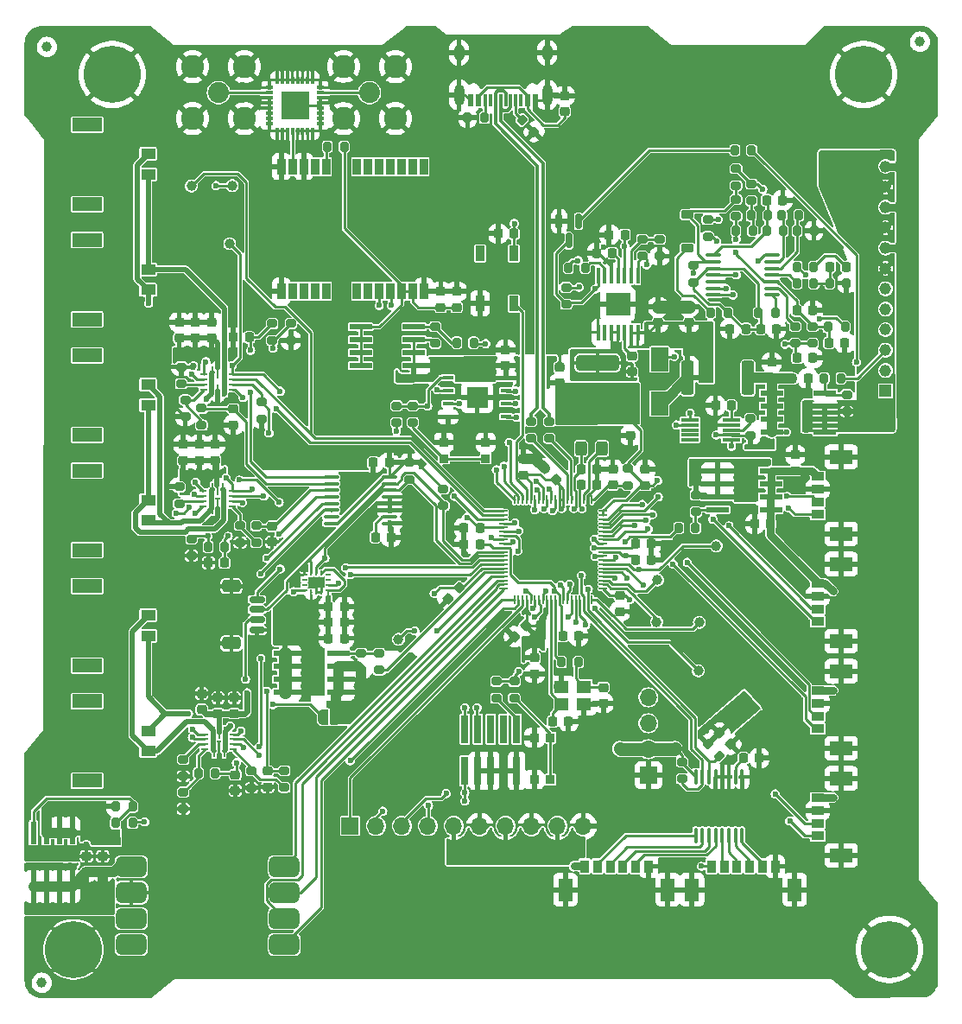
<source format=gtl>
%TF.GenerationSoftware,KiCad,Pcbnew,8.0.8*%
%TF.CreationDate,2025-03-29T21:42:45-04:00*%
%TF.ProjectId,ADCS_board,41444353-5f62-46f6-9172-642e6b696361,v1.2*%
%TF.SameCoordinates,Original*%
%TF.FileFunction,Copper,L1,Top*%
%TF.FilePolarity,Positive*%
%FSLAX46Y46*%
G04 Gerber Fmt 4.6, Leading zero omitted, Abs format (unit mm)*
G04 Created by KiCad (PCBNEW 8.0.8) date 2025-03-29 21:42:45*
%MOMM*%
%LPD*%
G01*
G04 APERTURE LIST*
G04 Aperture macros list*
%AMRoundRect*
0 Rectangle with rounded corners*
0 $1 Rounding radius*
0 $2 $3 $4 $5 $6 $7 $8 $9 X,Y pos of 4 corners*
0 Add a 4 corners polygon primitive as box body*
4,1,4,$2,$3,$4,$5,$6,$7,$8,$9,$2,$3,0*
0 Add four circle primitives for the rounded corners*
1,1,$1+$1,$2,$3*
1,1,$1+$1,$4,$5*
1,1,$1+$1,$6,$7*
1,1,$1+$1,$8,$9*
0 Add four rect primitives between the rounded corners*
20,1,$1+$1,$2,$3,$4,$5,0*
20,1,$1+$1,$4,$5,$6,$7,0*
20,1,$1+$1,$6,$7,$8,$9,0*
20,1,$1+$1,$8,$9,$2,$3,0*%
%AMFreePoly0*
4,1,19,0.500000,-0.750000,0.000000,-0.750000,0.000000,-0.744911,-0.071157,-0.744911,-0.207708,-0.704816,-0.327430,-0.627875,-0.420627,-0.520320,-0.479746,-0.390866,-0.500000,-0.250000,-0.500000,0.250000,-0.479746,0.390866,-0.420627,0.520320,-0.327430,0.627875,-0.207708,0.704816,-0.071157,0.744911,0.000000,0.744911,0.000000,0.750000,0.500000,0.750000,0.500000,-0.750000,0.500000,-0.750000,
$1*%
%AMFreePoly1*
4,1,19,0.000000,0.744911,0.071157,0.744911,0.207708,0.704816,0.327430,0.627875,0.420627,0.520320,0.479746,0.390866,0.500000,0.250000,0.500000,-0.250000,0.479746,-0.390866,0.420627,-0.520320,0.327430,-0.627875,0.207708,-0.704816,0.071157,-0.744911,0.000000,-0.744911,0.000000,-0.750000,-0.500000,-0.750000,-0.500000,0.750000,0.000000,0.750000,0.000000,0.744911,0.000000,0.744911,
$1*%
G04 Aperture macros list end*
%TA.AperFunction,SMDPad,CuDef*%
%ADD10R,0.304800X1.600200*%
%TD*%
%TA.AperFunction,SMDPad,CuDef*%
%ADD11R,2.460000X2.310000*%
%TD*%
%TA.AperFunction,SMDPad,CuDef*%
%ADD12RoundRect,0.225000X-0.250000X0.225000X-0.250000X-0.225000X0.250000X-0.225000X0.250000X0.225000X0*%
%TD*%
%TA.AperFunction,SMDPad,CuDef*%
%ADD13RoundRect,0.225000X0.250000X-0.225000X0.250000X0.225000X-0.250000X0.225000X-0.250000X-0.225000X0*%
%TD*%
%TA.AperFunction,SMDPad,CuDef*%
%ADD14RoundRect,0.200000X0.200000X0.275000X-0.200000X0.275000X-0.200000X-0.275000X0.200000X-0.275000X0*%
%TD*%
%TA.AperFunction,SMDPad,CuDef*%
%ADD15RoundRect,0.225000X0.225000X0.250000X-0.225000X0.250000X-0.225000X-0.250000X0.225000X-0.250000X0*%
%TD*%
%TA.AperFunction,ComponentPad*%
%ADD16C,5.600000*%
%TD*%
%TA.AperFunction,SMDPad,CuDef*%
%ADD17C,1.000000*%
%TD*%
%TA.AperFunction,SMDPad,CuDef*%
%ADD18RoundRect,0.200000X0.335876X0.053033X0.053033X0.335876X-0.335876X-0.053033X-0.053033X-0.335876X0*%
%TD*%
%TA.AperFunction,SMDPad,CuDef*%
%ADD19RoundRect,0.200000X-0.275000X0.200000X-0.275000X-0.200000X0.275000X-0.200000X0.275000X0.200000X0*%
%TD*%
%TA.AperFunction,SMDPad,CuDef*%
%ADD20RoundRect,0.200000X-0.200000X-0.275000X0.200000X-0.275000X0.200000X0.275000X-0.200000X0.275000X0*%
%TD*%
%TA.AperFunction,SMDPad,CuDef*%
%ADD21RoundRect,0.200000X0.275000X-0.200000X0.275000X0.200000X-0.275000X0.200000X-0.275000X-0.200000X0*%
%TD*%
%TA.AperFunction,SMDPad,CuDef*%
%ADD22RoundRect,0.250000X-0.362500X-1.425000X0.362500X-1.425000X0.362500X1.425000X-0.362500X1.425000X0*%
%TD*%
%TA.AperFunction,SMDPad,CuDef*%
%ADD23RoundRect,0.333000X-1.767000X0.417000X-1.767000X-0.417000X1.767000X-0.417000X1.767000X0.417000X0*%
%TD*%
%TA.AperFunction,SMDPad,CuDef*%
%ADD24R,1.778000X0.330200*%
%TD*%
%TA.AperFunction,SMDPad,CuDef*%
%ADD25RoundRect,0.225000X-0.225000X-0.250000X0.225000X-0.250000X0.225000X0.250000X-0.225000X0.250000X0*%
%TD*%
%TA.AperFunction,SMDPad,CuDef*%
%ADD26R,0.600000X1.150000*%
%TD*%
%TA.AperFunction,SMDPad,CuDef*%
%ADD27R,0.300000X1.150000*%
%TD*%
%TA.AperFunction,ComponentPad*%
%ADD28O,1.000000X2.100000*%
%TD*%
%TA.AperFunction,ComponentPad*%
%ADD29O,1.000000X1.600000*%
%TD*%
%TA.AperFunction,SMDPad,CuDef*%
%ADD30RoundRect,0.500000X-1.000000X-0.500000X1.000000X-0.500000X1.000000X0.500000X-1.000000X0.500000X0*%
%TD*%
%TA.AperFunction,SMDPad,CuDef*%
%ADD31RoundRect,0.225000X-0.017678X0.335876X-0.335876X0.017678X0.017678X-0.335876X0.335876X-0.017678X0*%
%TD*%
%TA.AperFunction,SMDPad,CuDef*%
%ADD32R,1.450000X1.100000*%
%TD*%
%TA.AperFunction,SMDPad,CuDef*%
%ADD33R,2.899999X1.350000*%
%TD*%
%TA.AperFunction,SMDPad,CuDef*%
%ADD34R,0.304800X0.762000*%
%TD*%
%TA.AperFunction,SMDPad,CuDef*%
%ADD35R,0.762000X0.304800*%
%TD*%
%TA.AperFunction,SMDPad,CuDef*%
%ADD36R,2.794000X2.794000*%
%TD*%
%TA.AperFunction,SMDPad,CuDef*%
%ADD37RoundRect,0.100000X0.100000X-0.637500X0.100000X0.637500X-0.100000X0.637500X-0.100000X-0.637500X0*%
%TD*%
%TA.AperFunction,SMDPad,CuDef*%
%ADD38R,1.295400X0.838200*%
%TD*%
%TA.AperFunction,SMDPad,CuDef*%
%ADD39R,2.260600X1.397000*%
%TD*%
%TA.AperFunction,SMDPad,CuDef*%
%ADD40R,0.838200X1.295400*%
%TD*%
%TA.AperFunction,SMDPad,CuDef*%
%ADD41R,1.397000X2.260600*%
%TD*%
%TA.AperFunction,SMDPad,CuDef*%
%ADD42R,0.900000X1.500000*%
%TD*%
%TA.AperFunction,SMDPad,CuDef*%
%ADD43R,0.200000X1.300000*%
%TD*%
%TA.AperFunction,SMDPad,CuDef*%
%ADD44R,0.800000X0.250000*%
%TD*%
%TA.AperFunction,SMDPad,CuDef*%
%ADD45RoundRect,0.250000X-0.325000X-0.450000X0.325000X-0.450000X0.325000X0.450000X-0.325000X0.450000X0*%
%TD*%
%TA.AperFunction,SMDPad,CuDef*%
%ADD46RoundRect,0.055000X0.335000X-0.055000X0.335000X0.055000X-0.335000X0.055000X-0.335000X-0.055000X0*%
%TD*%
%TA.AperFunction,SMDPad,CuDef*%
%ADD47RoundRect,0.055000X-0.055000X-0.335000X0.055000X-0.335000X0.055000X0.335000X-0.055000X0.335000X0*%
%TD*%
%TA.AperFunction,ComponentPad*%
%ADD48C,0.600000*%
%TD*%
%TA.AperFunction,SMDPad,CuDef*%
%ADD49R,1.133333X1.133333*%
%TD*%
%TA.AperFunction,SMDPad,CuDef*%
%ADD50RoundRect,0.150000X-0.150000X0.587500X-0.150000X-0.587500X0.150000X-0.587500X0.150000X0.587500X0*%
%TD*%
%TA.AperFunction,SMDPad,CuDef*%
%ADD51R,0.475000X0.250000*%
%TD*%
%TA.AperFunction,SMDPad,CuDef*%
%ADD52R,0.250000X0.475000*%
%TD*%
%TA.AperFunction,SMDPad,CuDef*%
%ADD53FreePoly0,0.000000*%
%TD*%
%TA.AperFunction,SMDPad,CuDef*%
%ADD54FreePoly1,0.000000*%
%TD*%
%TA.AperFunction,SMDPad,CuDef*%
%ADD55R,0.740000X2.790000*%
%TD*%
%TA.AperFunction,SMDPad,CuDef*%
%ADD56R,1.400000X1.200000*%
%TD*%
%TA.AperFunction,SMDPad,CuDef*%
%ADD57RoundRect,0.100000X-0.637500X-0.100000X0.637500X-0.100000X0.637500X0.100000X-0.637500X0.100000X0*%
%TD*%
%TA.AperFunction,SMDPad,CuDef*%
%ADD58R,0.609600X2.209800*%
%TD*%
%TA.AperFunction,SMDPad,CuDef*%
%ADD59R,0.900000X0.900000*%
%TD*%
%TA.AperFunction,SMDPad,CuDef*%
%ADD60R,2.209800X0.609600*%
%TD*%
%TA.AperFunction,SMDPad,CuDef*%
%ADD61RoundRect,0.150000X0.625000X-0.150000X0.625000X0.150000X-0.625000X0.150000X-0.625000X-0.150000X0*%
%TD*%
%TA.AperFunction,SMDPad,CuDef*%
%ADD62RoundRect,0.250000X0.650000X-0.350000X0.650000X0.350000X-0.650000X0.350000X-0.650000X-0.350000X0*%
%TD*%
%TA.AperFunction,ComponentPad*%
%ADD63R,1.700000X1.700000*%
%TD*%
%TA.AperFunction,ComponentPad*%
%ADD64O,1.700000X1.700000*%
%TD*%
%TA.AperFunction,SMDPad,CuDef*%
%ADD65R,0.812800X1.625600*%
%TD*%
%TA.AperFunction,SMDPad,CuDef*%
%ADD66RoundRect,0.200000X-0.335876X-0.053033X-0.053033X-0.335876X0.335876X0.053033X0.053033X0.335876X0*%
%TD*%
%TA.AperFunction,SMDPad,CuDef*%
%ADD67RoundRect,0.100000X0.637500X0.100000X-0.637500X0.100000X-0.637500X-0.100000X0.637500X-0.100000X0*%
%TD*%
%TA.AperFunction,SMDPad,CuDef*%
%ADD68R,1.050000X0.450000*%
%TD*%
%TA.AperFunction,SMDPad,CuDef*%
%ADD69R,2.100000X2.100000*%
%TD*%
%TA.AperFunction,SMDPad,CuDef*%
%ADD70RoundRect,0.225000X0.335876X0.017678X0.017678X0.335876X-0.335876X-0.017678X-0.017678X-0.335876X0*%
%TD*%
%TA.AperFunction,SMDPad,CuDef*%
%ADD71RoundRect,0.225000X-0.335876X-0.017678X-0.017678X-0.335876X0.335876X0.017678X0.017678X0.335876X0*%
%TD*%
%TA.AperFunction,SMDPad,CuDef*%
%ADD72R,1.700000X2.350000*%
%TD*%
%TA.AperFunction,SMDPad,CuDef*%
%ADD73RoundRect,0.225000X-0.375000X0.225000X-0.375000X-0.225000X0.375000X-0.225000X0.375000X0.225000X0*%
%TD*%
%TA.AperFunction,ComponentPad*%
%ADD74C,2.050000*%
%TD*%
%TA.AperFunction,ComponentPad*%
%ADD75C,2.250000*%
%TD*%
%TA.AperFunction,ComponentPad*%
%ADD76R,1.150000X1.150000*%
%TD*%
%TA.AperFunction,ComponentPad*%
%ADD77C,1.150000*%
%TD*%
%TA.AperFunction,ViaPad*%
%ADD78C,0.600000*%
%TD*%
%TA.AperFunction,Conductor*%
%ADD79C,0.500000*%
%TD*%
%TA.AperFunction,Conductor*%
%ADD80C,0.250000*%
%TD*%
%TA.AperFunction,Conductor*%
%ADD81C,0.750000*%
%TD*%
%TA.AperFunction,Conductor*%
%ADD82C,1.000000*%
%TD*%
%TA.AperFunction,Conductor*%
%ADD83C,1.250000*%
%TD*%
%TA.AperFunction,Conductor*%
%ADD84C,0.313400*%
%TD*%
%TA.AperFunction,Conductor*%
%ADD85C,0.609600*%
%TD*%
%TA.AperFunction,Conductor*%
%ADD86C,0.234950*%
%TD*%
G04 APERTURE END LIST*
D10*
X158766134Y-77289496D03*
X158116121Y-77289496D03*
X157466112Y-77289496D03*
X156816100Y-77289496D03*
X156166088Y-77289496D03*
X155516079Y-77289496D03*
X154866066Y-77289496D03*
X154866066Y-82826696D03*
X155516079Y-82826696D03*
X156166088Y-82826696D03*
X156816100Y-82826696D03*
X157466112Y-82826696D03*
X158116121Y-82826696D03*
X158766134Y-82826696D03*
D11*
X156816100Y-80058096D03*
D12*
X151100000Y-86250000D03*
X151100000Y-87800000D03*
D13*
X158050000Y-92975000D03*
X158050000Y-91425000D03*
X158200000Y-86690500D03*
X158200000Y-85140500D03*
D14*
X153606000Y-76517500D03*
X151956000Y-76517500D03*
D15*
X156286500Y-75057000D03*
X154736500Y-75057000D03*
D16*
X107236100Y-57564100D03*
X103426100Y-143294100D03*
X183426100Y-143294100D03*
X180896100Y-57564100D03*
D17*
X100330000Y-146558000D03*
D18*
X148583363Y-63183363D03*
X147416637Y-62016637D03*
D13*
X151600000Y-61200000D03*
X151600000Y-59650000D03*
D19*
X159194500Y-73724000D03*
X159194500Y-75374000D03*
D20*
X142075000Y-61800000D03*
X143725000Y-61800000D03*
D15*
X157493000Y-73279000D03*
X155943000Y-73279000D03*
D19*
X151750000Y-78425000D03*
X151750000Y-80075000D03*
D21*
X160909000Y-75374000D03*
X160909000Y-73724000D03*
D22*
X163637500Y-87300000D03*
X169562500Y-87300000D03*
D23*
X154813000Y-85830000D03*
X154813000Y-89430000D03*
D13*
X160750000Y-81875000D03*
X160750000Y-80325000D03*
X163785950Y-81875000D03*
X163785950Y-80325000D03*
D21*
X169800000Y-92925000D03*
X169800000Y-91275000D03*
D24*
X167944700Y-93400001D03*
X167944700Y-92899999D03*
X167944700Y-92400000D03*
X167944700Y-91900001D03*
X167944700Y-91399999D03*
X163855300Y-91399999D03*
X163855300Y-91900001D03*
X163855300Y-92400000D03*
X163855300Y-92899999D03*
X163855300Y-93400001D03*
D25*
X166375000Y-90000000D03*
X167925000Y-90000000D03*
D26*
X148752000Y-60128000D03*
X147952000Y-60128000D03*
D27*
X146802000Y-60128000D03*
X145802000Y-60128000D03*
X145302000Y-60128000D03*
X144302000Y-60128000D03*
D26*
X143152000Y-60128000D03*
X142352000Y-60128000D03*
D27*
X143802000Y-60128000D03*
X144802000Y-60128000D03*
X146302000Y-60128000D03*
X147302000Y-60128000D03*
D28*
X149872000Y-59553000D03*
D29*
X149872000Y-55413000D03*
D28*
X141232000Y-59553000D03*
D29*
X141232000Y-55413000D03*
D30*
X109100000Y-135180000D03*
X109100000Y-137720000D03*
X109100000Y-140260000D03*
X109100000Y-142800000D03*
X124100000Y-135180000D03*
X124100000Y-137720000D03*
X124100000Y-140260000D03*
X124100000Y-142800000D03*
D31*
X147750000Y-111551992D03*
X146653984Y-112648008D03*
D25*
X158525000Y-105100000D03*
X160075000Y-105100000D03*
X150425000Y-120950000D03*
X151975000Y-120950000D03*
D32*
X110750000Y-76671501D03*
X110750000Y-78671502D03*
D33*
X104775001Y-73776503D03*
X104775001Y-81566498D03*
D20*
X141025000Y-83850000D03*
X142675000Y-83850000D03*
D25*
X169132125Y-124544624D03*
X170682125Y-124544624D03*
D13*
X117330000Y-95375000D03*
X117330000Y-93825000D03*
D17*
X186436000Y-54356000D03*
D15*
X143275000Y-103600000D03*
X141725000Y-103600000D03*
D12*
X119300000Y-126175000D03*
X119300000Y-127725000D03*
D14*
X109225000Y-129300000D03*
X107575000Y-129300000D03*
D21*
X164204500Y-77947000D03*
X164204500Y-76297000D03*
D19*
X122920000Y-81975000D03*
X122920000Y-83625000D03*
D17*
X118750000Y-74150000D03*
D25*
X128425000Y-111250000D03*
X129975000Y-111250000D03*
D32*
X110750000Y-110571500D03*
X110750000Y-112571501D03*
D33*
X104775001Y-107676502D03*
X104775001Y-115466497D03*
D14*
X172240000Y-80917000D03*
X170590000Y-80917000D03*
D21*
X148300000Y-93225000D03*
X148300000Y-91575000D03*
D19*
X139700000Y-98175000D03*
X139700000Y-99825000D03*
D34*
X123400000Y-63110000D03*
X123900000Y-63110000D03*
X124400000Y-63110000D03*
X124900000Y-63110000D03*
X125400000Y-63110000D03*
X125900000Y-63110000D03*
X126400000Y-63110000D03*
X126900000Y-63110000D03*
D35*
X127650000Y-62360000D03*
X127650000Y-61860000D03*
X127650000Y-61360000D03*
X127650000Y-60860000D03*
X127650000Y-60360000D03*
X127650000Y-59860000D03*
X127650000Y-59360000D03*
X127650000Y-58860000D03*
D34*
X126900000Y-58110000D03*
X126400000Y-58110000D03*
X125900000Y-58110000D03*
X125400000Y-58110000D03*
X124900000Y-58110000D03*
X124400000Y-58110000D03*
X123900000Y-58110000D03*
X123400000Y-58110000D03*
D35*
X122650000Y-58860000D03*
X122650000Y-59360000D03*
X122650000Y-59860000D03*
X122650000Y-60360000D03*
X122650000Y-60860000D03*
X122650000Y-61360000D03*
X122650000Y-61860000D03*
X122650000Y-62360000D03*
D36*
X125150000Y-60610000D03*
D12*
X119115000Y-90345000D03*
X119115000Y-91895000D03*
D19*
X115000000Y-103075000D03*
X115000000Y-104725000D03*
X121350000Y-101775000D03*
X121350000Y-103425000D03*
D20*
X168377000Y-72877000D03*
X170027000Y-72877000D03*
X171377000Y-72877000D03*
X173027000Y-72877000D03*
D19*
X179250000Y-88925000D03*
X179250000Y-90575000D03*
D12*
X148650000Y-114725000D03*
X148650000Y-116275000D03*
D32*
X110750000Y-121871501D03*
X110750000Y-123871502D03*
D33*
X104775001Y-118976503D03*
X104775001Y-126766498D03*
D20*
X174375000Y-76400000D03*
X176025000Y-76400000D03*
D17*
X166450000Y-103750000D03*
X115000000Y-68500000D03*
D13*
X106300000Y-135725000D03*
X106300000Y-134175000D03*
D20*
X174377000Y-72877000D03*
X176027000Y-72877000D03*
D15*
X172977000Y-69877000D03*
X171427000Y-69877000D03*
D21*
X136700000Y-91675000D03*
X136700000Y-90025000D03*
D15*
X143275000Y-102000000D03*
X141725000Y-102000000D03*
D25*
X153225000Y-96250000D03*
X154775000Y-96250000D03*
D31*
X141248008Y-107851992D03*
X140151992Y-108948008D03*
D19*
X168402000Y-69802000D03*
X168402000Y-71452000D03*
D37*
X164432125Y-132107124D03*
X165082125Y-132107124D03*
X165732125Y-132107124D03*
X166382125Y-132107124D03*
X167032125Y-132107124D03*
X167682125Y-132107124D03*
X168332125Y-132107124D03*
X168982125Y-132107124D03*
X168982125Y-126382124D03*
X168332125Y-126382124D03*
X167682125Y-126382124D03*
X167032125Y-126382124D03*
X166382125Y-126382124D03*
X165732125Y-126382124D03*
X165082125Y-126382124D03*
X164432125Y-126382124D03*
D19*
X174200000Y-82266999D03*
X174200000Y-83916999D03*
D13*
X113800000Y-83375000D03*
X113800000Y-81825000D03*
D21*
X164450000Y-100425000D03*
X164450000Y-98775000D03*
D12*
X157000000Y-108625000D03*
X157000000Y-110175000D03*
D13*
X141000000Y-80375000D03*
X141000000Y-78825000D03*
X114200000Y-95375000D03*
X114200000Y-93825000D03*
D19*
X133400000Y-114275000D03*
X133400000Y-115925000D03*
D15*
X172345000Y-82490000D03*
X170795000Y-82490000D03*
D38*
X176405800Y-132175000D03*
X176405800Y-130925000D03*
X176405800Y-129675000D03*
X176405800Y-128425000D03*
D39*
X178700690Y-126524999D03*
X178700690Y-134075001D03*
D25*
X151400000Y-112600000D03*
X152950000Y-112600000D03*
D40*
X165982125Y-135150424D03*
X167232125Y-135150424D03*
X168482125Y-135150424D03*
X169732125Y-135150424D03*
X170982125Y-135150424D03*
X172232125Y-135150424D03*
D41*
X174132126Y-137445314D03*
X164082124Y-137445314D03*
D13*
X156300000Y-97775000D03*
X156300000Y-96225000D03*
D15*
X134375000Y-95600000D03*
X132825000Y-95600000D03*
D42*
X146600000Y-75100000D03*
X143300000Y-75100000D03*
X143300000Y-80000000D03*
X146600000Y-80000000D03*
D25*
X167795000Y-82490000D03*
X169345000Y-82490000D03*
D43*
X118090126Y-86770188D03*
X117590000Y-86770188D03*
X117089874Y-86770188D03*
D44*
X116190000Y-86920000D03*
X116190000Y-87420126D03*
X116190000Y-87920252D03*
X116190000Y-88420378D03*
D43*
X117089874Y-88570190D03*
X117590000Y-88570190D03*
X118090126Y-88570190D03*
D44*
X118990000Y-88420378D03*
X118990000Y-87920252D03*
X118990000Y-87420126D03*
X118990000Y-86920000D03*
D15*
X179175000Y-76400000D03*
X177625000Y-76400000D03*
X171775000Y-101600000D03*
X170225000Y-101600000D03*
D45*
X153197303Y-94217303D03*
X155247303Y-94217303D03*
D38*
X176405800Y-100675000D03*
X176405800Y-99425000D03*
X176405800Y-98175000D03*
X176405800Y-96925000D03*
D39*
X178700690Y-95024999D03*
X178700690Y-102575001D03*
D14*
X179076001Y-82281999D03*
X177426001Y-82281999D03*
D13*
X104700000Y-135725000D03*
X104700000Y-134175000D03*
D19*
X124100000Y-125775000D03*
X124100000Y-127425000D03*
X114390000Y-89445000D03*
X114390000Y-91095000D03*
D46*
X145563500Y-100343333D03*
X145563500Y-100743333D03*
X145563500Y-101143333D03*
X145563500Y-101543333D03*
X145563500Y-101943333D03*
X145563500Y-102343333D03*
X145563500Y-102743333D03*
X145563500Y-103143333D03*
X145563500Y-103543333D03*
X145563500Y-103943333D03*
X145563500Y-104343333D03*
X145563500Y-104743333D03*
X145563500Y-105143333D03*
X145563500Y-105543333D03*
X145563500Y-105943333D03*
X145563500Y-106343333D03*
X145563500Y-106743333D03*
X145563500Y-107143333D03*
X145563500Y-107543333D03*
X145563500Y-107943333D03*
D47*
X146660000Y-109039833D03*
X147060000Y-109039833D03*
X147460000Y-109039833D03*
X147860000Y-109039833D03*
X148260000Y-109039833D03*
X148660000Y-109039833D03*
X149060000Y-109039833D03*
X149460000Y-109039833D03*
X149860000Y-109039833D03*
X150260000Y-109039833D03*
X150660000Y-109039833D03*
X151060000Y-109039833D03*
X151460000Y-109039833D03*
X151860000Y-109039833D03*
X152260000Y-109039833D03*
X152660000Y-109039833D03*
X153060000Y-109039833D03*
X153460000Y-109039833D03*
X153860000Y-109039833D03*
X154260000Y-109039833D03*
D46*
X155356500Y-107943333D03*
X155356500Y-107543333D03*
X155356500Y-107143333D03*
X155356500Y-106743333D03*
X155356500Y-106343333D03*
X155356500Y-105943333D03*
X155356500Y-105543333D03*
X155356500Y-105143333D03*
X155356500Y-104743333D03*
X155356500Y-104343333D03*
X155356500Y-103943333D03*
X155356500Y-103543333D03*
X155356500Y-103143333D03*
X155356500Y-102743333D03*
X155356500Y-102343333D03*
X155356500Y-101943333D03*
X155356500Y-101543333D03*
X155356500Y-101143333D03*
X155356500Y-100743333D03*
X155356500Y-100343333D03*
D47*
X154260000Y-99246833D03*
X153860000Y-99246833D03*
X153460000Y-99246833D03*
X153060000Y-99246833D03*
X152660000Y-99246833D03*
X152260000Y-99246833D03*
X151860000Y-99246833D03*
X151460000Y-99246833D03*
X151060000Y-99246833D03*
X150660000Y-99246833D03*
X150260000Y-99246833D03*
X149860000Y-99246833D03*
X149460000Y-99246833D03*
X149060000Y-99246833D03*
X148660000Y-99246833D03*
X148260000Y-99246833D03*
X147860000Y-99246833D03*
X147460000Y-99246833D03*
X147060000Y-99246833D03*
X146660000Y-99246833D03*
D48*
X149326667Y-103010000D03*
D49*
X149326667Y-103010000D03*
D48*
X149326667Y-104143333D03*
D49*
X149326667Y-104143333D03*
D48*
X149326667Y-105276666D03*
D49*
X149326667Y-105276666D03*
D48*
X150460000Y-103010000D03*
D49*
X150460000Y-103010000D03*
D48*
X150460000Y-104143333D03*
D49*
X150460000Y-104143333D03*
D48*
X150460000Y-105276666D03*
D49*
X150460000Y-105276666D03*
D48*
X151593333Y-103010000D03*
D49*
X151593333Y-103010000D03*
D48*
X151593333Y-104143333D03*
D49*
X151593333Y-104143333D03*
D48*
X151593333Y-105276666D03*
D49*
X151593333Y-105276666D03*
D15*
X175926001Y-80700000D03*
X174376001Y-80700000D03*
D50*
X152950000Y-71962500D03*
X151050000Y-71962500D03*
X152000000Y-73837500D03*
D43*
X118065000Y-98220000D03*
X117564874Y-98220000D03*
X117064748Y-98220000D03*
D44*
X116164874Y-98369812D03*
X116164874Y-98869938D03*
X116164874Y-99370064D03*
X116164874Y-99870190D03*
D43*
X117064748Y-100020002D03*
X117564874Y-100020002D03*
X118065000Y-100020002D03*
D44*
X118964874Y-99870190D03*
X118964874Y-99370064D03*
X118964874Y-98869938D03*
X118964874Y-98369812D03*
D14*
X179225000Y-78000000D03*
X177575000Y-78000000D03*
D51*
X126075000Y-106600000D03*
X126075000Y-107100000D03*
X126075000Y-107600000D03*
X126075000Y-108100000D03*
D52*
X126737500Y-108262500D03*
X127237500Y-108262500D03*
X127737500Y-108262500D03*
D51*
X128400000Y-108100000D03*
X128400000Y-107600000D03*
X128400000Y-107100000D03*
X128400000Y-106600000D03*
D52*
X127737500Y-106437500D03*
X127237500Y-106437500D03*
X126737500Y-106437500D03*
D20*
X107575000Y-130900000D03*
X109225000Y-130900000D03*
D53*
X127900000Y-120550000D03*
D54*
X129200000Y-120550000D03*
D55*
X141795000Y-125800000D03*
X141795000Y-121730000D03*
X143065000Y-125800000D03*
X143065000Y-121730000D03*
X144335000Y-125800000D03*
X144335000Y-121730000D03*
X145605000Y-121730000D03*
X146875000Y-125800000D03*
X146875000Y-121730000D03*
D56*
X151300000Y-119250000D03*
X153500000Y-119250000D03*
X153500000Y-117550000D03*
X151300000Y-117550000D03*
D25*
X128425000Y-112800000D03*
X129975000Y-112800000D03*
D13*
X115400000Y-83375000D03*
X115400000Y-81825000D03*
D57*
X128700000Y-97000000D03*
X128700000Y-97650000D03*
X128700000Y-98300000D03*
X128700000Y-98950000D03*
X128700000Y-99600000D03*
X128700000Y-100250000D03*
X128700000Y-100900000D03*
X128700000Y-101550000D03*
X134425000Y-101550000D03*
X134425000Y-100900000D03*
X134425000Y-100250000D03*
X134425000Y-99600000D03*
X134425000Y-98950000D03*
X134425000Y-98300000D03*
X134425000Y-97650000D03*
X134425000Y-97000000D03*
D19*
X121900000Y-89675000D03*
X121900000Y-91325000D03*
D58*
X103305000Y-131883800D03*
X102035000Y-131883800D03*
X100765000Y-131883800D03*
X99495000Y-131883800D03*
X99495000Y-137116200D03*
X100765000Y-137116200D03*
X102035000Y-137116200D03*
X103305000Y-137116200D03*
D38*
X176405800Y-111175000D03*
X176405800Y-109925000D03*
X176405800Y-108675000D03*
X176405800Y-107425000D03*
D39*
X178700690Y-105524999D03*
X178700690Y-113075001D03*
D59*
X139750000Y-95200000D03*
X143850000Y-95200000D03*
X139750000Y-93600000D03*
X143850000Y-93600000D03*
D60*
X166583800Y-96406900D03*
X166583800Y-97676900D03*
X166583800Y-98946900D03*
X166583800Y-100216900D03*
X171816200Y-100216900D03*
X171816200Y-98946900D03*
X171816200Y-97676900D03*
X171816200Y-96406900D03*
X129382400Y-118105000D03*
X129382400Y-116835000D03*
X129382400Y-115565000D03*
X129382400Y-114295000D03*
X124150000Y-114295000D03*
X124150000Y-115565000D03*
X124150000Y-116835000D03*
X124150000Y-118105000D03*
D61*
X121425000Y-112000000D03*
X121425000Y-111000000D03*
X121425000Y-110000000D03*
X121425000Y-109000000D03*
D62*
X118900000Y-113300000D03*
X118900000Y-107700000D03*
D17*
X135300000Y-112900000D03*
D21*
X175901001Y-83916999D03*
X175901001Y-82266999D03*
D13*
X115780000Y-95375000D03*
X115780000Y-93825000D03*
D14*
X176025000Y-78000000D03*
X174375000Y-78000000D03*
D63*
X159800000Y-126220000D03*
D64*
X159800000Y-123680000D03*
X159800000Y-121140000D03*
X159800000Y-118600000D03*
D20*
X128325000Y-64650000D03*
X129975000Y-64650000D03*
D15*
X175926001Y-85341999D03*
X174376001Y-85341999D03*
D21*
X114000000Y-87865000D03*
X114000000Y-86215000D03*
D17*
X100838000Y-54864000D03*
D20*
X172877000Y-71377000D03*
X174527000Y-71377000D03*
D13*
X117600000Y-120175000D03*
X117600000Y-118625000D03*
D65*
X137800000Y-66600000D03*
X136700000Y-66600000D03*
X135600000Y-66600000D03*
X134500000Y-66600000D03*
X133400000Y-66600000D03*
X132300000Y-66600000D03*
X131200000Y-66600000D03*
X128200000Y-66600000D03*
X127100000Y-66600000D03*
X126000000Y-66600000D03*
X124900000Y-66600000D03*
X123800000Y-66600000D03*
X123800000Y-78800000D03*
X124900000Y-78800000D03*
X126000000Y-78800000D03*
X127100000Y-78800000D03*
X128200000Y-78800000D03*
X131200000Y-78800000D03*
X132300000Y-78800000D03*
X133400000Y-78800000D03*
X134500000Y-78800000D03*
X135600000Y-78800000D03*
X136700000Y-78800000D03*
X137800000Y-78800000D03*
D38*
X176405800Y-121675000D03*
X176405800Y-120425000D03*
X176405800Y-119175000D03*
X176405800Y-117925000D03*
D39*
X178700690Y-116024999D03*
X178700690Y-123575001D03*
D21*
X146650000Y-118675000D03*
X146650000Y-117025000D03*
D17*
X160600000Y-111200000D03*
D63*
X130560000Y-131200000D03*
D64*
X133100000Y-131200000D03*
X135640000Y-131200000D03*
X138180000Y-131200000D03*
X140720000Y-131200000D03*
X143260000Y-131200000D03*
X145800000Y-131200000D03*
X148340000Y-131200000D03*
X150880000Y-131200000D03*
X153420000Y-131200000D03*
D66*
X165623762Y-123161261D03*
X166790488Y-124327987D03*
D32*
X110750000Y-87971500D03*
X110750000Y-89971501D03*
D33*
X104775001Y-85076502D03*
X104775001Y-92866497D03*
D60*
X136816200Y-86105000D03*
X136816200Y-84835000D03*
X136816200Y-83565000D03*
X136816200Y-82295000D03*
X131583800Y-82295000D03*
X131583800Y-83565000D03*
X131583800Y-84835000D03*
X131583800Y-86105000D03*
D19*
X138900000Y-82275000D03*
X138900000Y-83925000D03*
D25*
X133025000Y-102900000D03*
X134575000Y-102900000D03*
D19*
X168402000Y-66802000D03*
X168402000Y-68452000D03*
D21*
X165615000Y-73445000D03*
X165615000Y-71795000D03*
D13*
X119200000Y-120175000D03*
X119200000Y-118625000D03*
X147550000Y-96800000D03*
X147550000Y-95250000D03*
D17*
X119000000Y-68450000D03*
X160700000Y-107100000D03*
D19*
X114200000Y-124675000D03*
X114200000Y-126325000D03*
D12*
X122900000Y-101825000D03*
X122900000Y-103375000D03*
D67*
X171885000Y-79170000D03*
X171885000Y-78520000D03*
X171885000Y-77870000D03*
X171885000Y-77220000D03*
X171885000Y-76570000D03*
X171885000Y-75920000D03*
X171885000Y-75270000D03*
X166160000Y-75270000D03*
X166160000Y-75920000D03*
X166160000Y-76570000D03*
X166160000Y-77220000D03*
X166160000Y-77870000D03*
X166160000Y-78520000D03*
X166160000Y-79170000D03*
D60*
X177116200Y-92605000D03*
X177116200Y-91335000D03*
X177116200Y-90065000D03*
X177116200Y-88795000D03*
X171883800Y-88795000D03*
X171883800Y-90065000D03*
X171883800Y-91335000D03*
X171883800Y-92605000D03*
D25*
X158525000Y-103550000D03*
X160075000Y-103550000D03*
D68*
X140160000Y-87295000D03*
X140160000Y-88565000D03*
X140160000Y-89835000D03*
X140160000Y-91105000D03*
X145860000Y-91105000D03*
X145860000Y-89835000D03*
X145860000Y-88565000D03*
X145860000Y-87295000D03*
D69*
X143010000Y-89200000D03*
D15*
X146625000Y-73160000D03*
X145075000Y-73160000D03*
D13*
X116000000Y-119775000D03*
X116000000Y-118225000D03*
D70*
X150748008Y-97298008D03*
X149651992Y-96201992D03*
D59*
X150200000Y-126650000D03*
X150200000Y-122550000D03*
X148600000Y-126650000D03*
X148600000Y-122550000D03*
D12*
X155400000Y-117625000D03*
X155400000Y-119175000D03*
D19*
X124750000Y-81975000D03*
X124750000Y-83625000D03*
D17*
X164700000Y-116000000D03*
D21*
X113800000Y-99625000D03*
X113800000Y-97975000D03*
D20*
X177025000Y-87350000D03*
X178675000Y-87350000D03*
D71*
X166759117Y-122096616D03*
X167855133Y-123192632D03*
D72*
X160900000Y-85500000D03*
X160900000Y-89800000D03*
D40*
X153557124Y-135149734D03*
X154807124Y-135149734D03*
X156057124Y-135149734D03*
X157307124Y-135149734D03*
X158557124Y-135149734D03*
X159807124Y-135149734D03*
D41*
X161707125Y-137444624D03*
X151657123Y-137444624D03*
D19*
X131650000Y-114275000D03*
X131650000Y-115925000D03*
D20*
X169877000Y-71377000D03*
X171527000Y-71377000D03*
D14*
X117325000Y-126025000D03*
X115675000Y-126025000D03*
D32*
X110750000Y-65371500D03*
X110750000Y-67371501D03*
D33*
X104775001Y-62476502D03*
X104775001Y-70266497D03*
D43*
X118200126Y-122050062D03*
X117700000Y-122050062D03*
X117199874Y-122050062D03*
D44*
X116300000Y-122199874D03*
X116300000Y-122700000D03*
X116300000Y-123200126D03*
X116300000Y-123700252D03*
D43*
X117199874Y-123850064D03*
X117700000Y-123850064D03*
X118200126Y-123850064D03*
D44*
X119100000Y-123700252D03*
X119100000Y-123200126D03*
X119100000Y-122700000D03*
X119100000Y-122199874D03*
D15*
X118225000Y-105400000D03*
X116675000Y-105400000D03*
D19*
X115990000Y-90270000D03*
X115990000Y-91920000D03*
D13*
X174200000Y-96375000D03*
X174200000Y-94825000D03*
D25*
X177516001Y-83861999D03*
X179066001Y-83861999D03*
D32*
X110750000Y-99271501D03*
X110750000Y-101271502D03*
D33*
X104775001Y-96376503D03*
X104775001Y-104166498D03*
D20*
X168275000Y-65000000D03*
X169925000Y-65000000D03*
D17*
X164800000Y-111250000D03*
D14*
X167565000Y-80900000D03*
X165915000Y-80900000D03*
D19*
X169902000Y-68302000D03*
X169902000Y-69952000D03*
D21*
X150100000Y-93225000D03*
X150100000Y-91575000D03*
D13*
X159512000Y-97816000D03*
X159512000Y-96266000D03*
D19*
X114200000Y-127875000D03*
X114200000Y-129525000D03*
D14*
X164425000Y-102000000D03*
X162775000Y-102000000D03*
D19*
X135100000Y-90025000D03*
X135100000Y-91675000D03*
D73*
X163600000Y-71300000D03*
X163600000Y-74600000D03*
D19*
X136400000Y-95575000D03*
X136400000Y-97225000D03*
D13*
X171900000Y-87325000D03*
X171900000Y-85775000D03*
D14*
X152925000Y-115150000D03*
X151275000Y-115150000D03*
D19*
X157800000Y-96175000D03*
X157800000Y-97825000D03*
D13*
X145800000Y-86075000D03*
X145800000Y-84525000D03*
D19*
X163107125Y-124919624D03*
X163107125Y-126569624D03*
D25*
X128425000Y-109700000D03*
X129975000Y-109700000D03*
D12*
X122470000Y-125825000D03*
X122470000Y-127375000D03*
D13*
X139450000Y-80375000D03*
X139450000Y-78825000D03*
D19*
X120900000Y-125800000D03*
X120900000Y-127450000D03*
D25*
X173900000Y-87350000D03*
X175450000Y-87350000D03*
D19*
X119770000Y-101765000D03*
X119770000Y-103415000D03*
D21*
X144900000Y-118675000D03*
X144900000Y-117025000D03*
D25*
X153225000Y-97750000D03*
X154775000Y-97750000D03*
D13*
X117000000Y-83375000D03*
X117000000Y-81825000D03*
D14*
X118280000Y-103840000D03*
X116630000Y-103840000D03*
D15*
X120665000Y-83330000D03*
X119115000Y-83330000D03*
D74*
X132450000Y-59350000D03*
D75*
X129910000Y-56810000D03*
X129910000Y-61890000D03*
X134990000Y-56810000D03*
X134990000Y-61890000D03*
D76*
X183050000Y-88569999D03*
D77*
X183050000Y-86569998D03*
X183050000Y-84569999D03*
X183050000Y-82569998D03*
X183050000Y-80570000D03*
X183050000Y-78569999D03*
X183050000Y-76570000D03*
X183050000Y-74569999D03*
X183050000Y-72569998D03*
X183050000Y-70569999D03*
X183050000Y-68569999D03*
X183050000Y-66569999D03*
D74*
X117650000Y-59350000D03*
D75*
X120190000Y-56810000D03*
X115110000Y-56810000D03*
X120190000Y-61890000D03*
X115110000Y-61890000D03*
D78*
X113250000Y-90000000D03*
X168707125Y-122344624D03*
X153100000Y-120900000D03*
X148350000Y-117450000D03*
X147400000Y-128200000D03*
X113000000Y-93000000D03*
X127150000Y-64450000D03*
X127410000Y-56310000D03*
X176000000Y-74200000D03*
X148807125Y-139944624D03*
X147500000Y-129400000D03*
X119190000Y-60060000D03*
X181500000Y-123600000D03*
X122910000Y-55550000D03*
X127600000Y-107300000D03*
X181500000Y-116000000D03*
X161800000Y-79000000D03*
X154600000Y-80600000D03*
X148400000Y-129400000D03*
X181500000Y-113200000D03*
X119000000Y-81800000D03*
X181500000Y-118000000D03*
X181493740Y-95014600D03*
X128660000Y-58550000D03*
X159707125Y-139944624D03*
X155950000Y-72150000D03*
X124950000Y-57050000D03*
X143310000Y-81540000D03*
X117000000Y-80400000D03*
X129510000Y-60060000D03*
X154900000Y-120600000D03*
X123910000Y-55550000D03*
X122650000Y-64450000D03*
X181500000Y-121600000D03*
X125910000Y-55550000D03*
X131400000Y-112050000D03*
X119200000Y-117500000D03*
X170600000Y-83800000D03*
X149400000Y-64000000D03*
X164707125Y-139944624D03*
X181500000Y-127500000D03*
X116950000Y-108450000D03*
X179100000Y-84950000D03*
X184569999Y-70569999D03*
X122410000Y-56350000D03*
X121670000Y-60060000D03*
X143200000Y-129400000D03*
X144200000Y-97400000D03*
X181500000Y-107600000D03*
X181493740Y-101614600D03*
X174407125Y-139944624D03*
X155450000Y-74450000D03*
X146600000Y-128200000D03*
X123450000Y-64450000D03*
X140700000Y-61800000D03*
X124410000Y-56310000D03*
X181500000Y-106600000D03*
X128670000Y-60060000D03*
X125950000Y-57060000D03*
X154600000Y-79800000D03*
X181493740Y-96014600D03*
X148650000Y-121500000D03*
X126910000Y-57060000D03*
X141900000Y-104500000D03*
X155800000Y-120600000D03*
X170200000Y-103000000D03*
X112700000Y-127600000D03*
X162607125Y-139944624D03*
X172000000Y-68400000D03*
X160600000Y-78800000D03*
X126910000Y-55550000D03*
X181500000Y-117000000D03*
X155800000Y-130400000D03*
X131160000Y-58560000D03*
X162200000Y-127200000D03*
X126350000Y-64450000D03*
X116900000Y-113950000D03*
X131400000Y-110700000D03*
X171400000Y-83800000D03*
X181500000Y-122600000D03*
X125410000Y-56310000D03*
X119190000Y-58560000D03*
X143200000Y-128000000D03*
X149200000Y-129400000D03*
X181493740Y-100614600D03*
X126410000Y-56310000D03*
X115400000Y-80400000D03*
X173407125Y-139944624D03*
X120860000Y-60060000D03*
X144100000Y-129400000D03*
X181500000Y-111200000D03*
X113000000Y-93800000D03*
X158750000Y-81250000D03*
X104700000Y-133000000D03*
X142000000Y-63200000D03*
X153200000Y-59600000D03*
X163707125Y-139944624D03*
X113800000Y-80400000D03*
X184569999Y-66569999D03*
X149250000Y-61200000D03*
X141000000Y-77600000D03*
X181500000Y-128500000D03*
X147707125Y-139944624D03*
X184569999Y-74569999D03*
X171807125Y-124544624D03*
X120040000Y-58560000D03*
X181500000Y-134100000D03*
X120900000Y-113650000D03*
X130330000Y-60060000D03*
X181500000Y-126500000D03*
X162200000Y-128400000D03*
X117600000Y-117500000D03*
X126000000Y-83600000D03*
X144000000Y-128000000D03*
X132800000Y-97000000D03*
X116950000Y-107500000D03*
X158707125Y-139944624D03*
X131400000Y-109400000D03*
X117400000Y-92600000D03*
X102650000Y-134400000D03*
X176000000Y-79400000D03*
X118150000Y-127400000D03*
X139400000Y-77600000D03*
X124250000Y-64450000D03*
X124910000Y-55550000D03*
X181493740Y-102614600D03*
X181500000Y-132100000D03*
X120030000Y-60060000D03*
X125210000Y-107280000D03*
X130340000Y-58560000D03*
X160800000Y-96200000D03*
X165000000Y-90300000D03*
X181500000Y-112200000D03*
X123910000Y-57060000D03*
X123750000Y-68550000D03*
X160950000Y-105150000D03*
X151300000Y-116350000D03*
X112725000Y-124425000D03*
X155800000Y-131200000D03*
X151000000Y-70200000D03*
X123200000Y-120450000D03*
X181493740Y-97014600D03*
X179200000Y-79200000D03*
X116800000Y-101400000D03*
X149300000Y-117450000D03*
X122950000Y-57060000D03*
X120860000Y-58560000D03*
X156625000Y-94825000D03*
X103500000Y-133500000D03*
X181500000Y-133100000D03*
X112800000Y-97975000D03*
X157607125Y-139944624D03*
X126800000Y-107300000D03*
X103500000Y-134400000D03*
X116900000Y-113000000D03*
X125550000Y-64450000D03*
X131130000Y-60060000D03*
X102650000Y-133500000D03*
X150907125Y-139944624D03*
X167607125Y-128244624D03*
X143750000Y-73160000D03*
X121670000Y-58560000D03*
X159000000Y-79000000D03*
X154000000Y-120600000D03*
X160400000Y-76800000D03*
X180200000Y-128000000D03*
X172307125Y-139944624D03*
X158000000Y-110200000D03*
X167800000Y-83800000D03*
X149807125Y-139944624D03*
X123410000Y-56310000D03*
X117590000Y-89750000D03*
X162200000Y-126000000D03*
X125950000Y-68550000D03*
X113000000Y-92200000D03*
X115200000Y-86100000D03*
X166507125Y-128244624D03*
X170280000Y-126980000D03*
X181500000Y-105600000D03*
X155800000Y-132000000D03*
X129530000Y-58560000D03*
X160807125Y-139944624D03*
X175507125Y-139944624D03*
X122650000Y-78700000D03*
X151100000Y-84800000D03*
X118400000Y-117500000D03*
X168750000Y-78100000D03*
X120900000Y-112850000D03*
X136050000Y-99600000D03*
X136200000Y-103500000D03*
X148725000Y-95275000D03*
X165807125Y-139944624D03*
X156400000Y-91200000D03*
X170500000Y-95600000D03*
X157000000Y-123600000D03*
X131400000Y-118100000D03*
X127300000Y-95400000D03*
X135100000Y-94600000D03*
X157606667Y-104700000D03*
X146650000Y-72160000D03*
X142000000Y-100950000D03*
X105250000Y-130800000D03*
X138800000Y-108400000D03*
X139600000Y-86000000D03*
X105250000Y-132200000D03*
X140450000Y-86000000D03*
X153400000Y-91200000D03*
X148500000Y-112250000D03*
X130600000Y-120250000D03*
X158200000Y-90000000D03*
X161600000Y-123680000D03*
X151300000Y-100100000D03*
X130600000Y-119350000D03*
X153300000Y-100100000D03*
X148600000Y-113600000D03*
X104050000Y-129600000D03*
X160700000Y-97350000D03*
X102650000Y-129600000D03*
X135100000Y-92510000D03*
X141795000Y-127950000D03*
X154800000Y-91200000D03*
X142800000Y-87300000D03*
X157800000Y-123680000D03*
X131400000Y-119000000D03*
X142000000Y-87250000D03*
X170400000Y-119600000D03*
X126200000Y-95400000D03*
X138750000Y-86000000D03*
X157970000Y-109040000D03*
X141800000Y-128750000D03*
X159639000Y-76200054D03*
X141300000Y-86000000D03*
X162400000Y-123600000D03*
X143000000Y-119600000D03*
X151200000Y-107600000D03*
X141800000Y-119600000D03*
X152100000Y-107500000D03*
X173350000Y-92600000D03*
X167950000Y-94000000D03*
X152900000Y-75800000D03*
X157479994Y-74358508D03*
X170600000Y-75800000D03*
X173200000Y-84000000D03*
X115700000Y-96400000D03*
X116650000Y-84950000D03*
X120450000Y-119000000D03*
X114040000Y-84960000D03*
X166450000Y-92900000D03*
X120450000Y-118150000D03*
X160000000Y-83200000D03*
X163800000Y-83400000D03*
X120450000Y-119950000D03*
X165800000Y-87350000D03*
X146650000Y-133600000D03*
X141500000Y-133600000D03*
X145850000Y-133600000D03*
X150100000Y-133700000D03*
X150900000Y-133700000D03*
X151750000Y-133700000D03*
X114900000Y-96400000D03*
X114860000Y-84950000D03*
X153000000Y-78400000D03*
X142350000Y-133600000D03*
X140700000Y-133600000D03*
X115720000Y-84950000D03*
X145000000Y-133600000D03*
X165400000Y-83400000D03*
X114100000Y-96400000D03*
X167400000Y-78550000D03*
X164193763Y-77063773D03*
X165007125Y-135144624D03*
X177900000Y-117900000D03*
X177900000Y-128400000D03*
X177900000Y-108200000D03*
X152507125Y-135144624D03*
X162350000Y-85200000D03*
X176550000Y-81500000D03*
X154500000Y-103950000D03*
X150600000Y-108200000D03*
X152500000Y-100100000D03*
X162225000Y-105525000D03*
X158425000Y-101775000D03*
X156535919Y-106921360D03*
X180200000Y-85750000D03*
X151900000Y-110700000D03*
X147100000Y-116050000D03*
X148650000Y-100200000D03*
X138150000Y-90050000D03*
X154592500Y-78582500D03*
X166650000Y-71770000D03*
X143850000Y-83950000D03*
X146170000Y-93610000D03*
X118400000Y-97100000D03*
X123700000Y-88600000D03*
X146500000Y-103341070D03*
X118990000Y-86090000D03*
X115400000Y-97500000D03*
X119850000Y-121900000D03*
X115100000Y-121700000D03*
X116400000Y-85709575D03*
X120944938Y-98190000D03*
X158900000Y-106100000D03*
X175200000Y-77200000D03*
X123000000Y-84400000D03*
X120050000Y-89200000D03*
X141250000Y-89835000D03*
X148840000Y-97414676D03*
X116500000Y-89400000D03*
X110800000Y-80000000D03*
X117400000Y-68450000D03*
X123300000Y-90300000D03*
X115050000Y-86950000D03*
X114790000Y-100000000D03*
X120100000Y-123500000D03*
X122600000Y-92700000D03*
X144420000Y-102920000D03*
X120000000Y-99509575D03*
X113500000Y-100550000D03*
X129389676Y-107389676D03*
X130580000Y-106586643D03*
X166125000Y-101125000D03*
X160210000Y-100690000D03*
X146800000Y-89850000D03*
X150050000Y-98200000D03*
X149550000Y-100100000D03*
X146850000Y-91150000D03*
X139100000Y-88450000D03*
X148885000Y-98275000D03*
X150400000Y-100300000D03*
X146800000Y-88600000D03*
X159200000Y-99700000D03*
X173528190Y-100021810D03*
X173400000Y-98910000D03*
X160770000Y-98950000D03*
X168400000Y-77200000D03*
X171000000Y-68800000D03*
X123600000Y-99500000D03*
X119700000Y-97300000D03*
X115292500Y-98667500D03*
X146700000Y-101500000D03*
X168400000Y-73690425D03*
X168400000Y-74970000D03*
X130118445Y-105918445D03*
X125000000Y-108250000D03*
X121670000Y-124300000D03*
X147110000Y-102300000D03*
X128075000Y-104950000D03*
X123700000Y-106027176D03*
X122090000Y-98878768D03*
X140800000Y-98900000D03*
X115090000Y-122530000D03*
X147000000Y-104250000D03*
X116599347Y-102800000D03*
X115350000Y-100600000D03*
X114700000Y-120200000D03*
X118800000Y-121400000D03*
X120800000Y-88700000D03*
X120800000Y-84600000D03*
X122400000Y-118000000D03*
X122390000Y-104980000D03*
X118600000Y-102800000D03*
X123600000Y-102600000D03*
X121640000Y-123400000D03*
X121800000Y-114800000D03*
X119400000Y-125000000D03*
X121800000Y-106500000D03*
X122979574Y-119299778D03*
X120300000Y-116800000D03*
X163900000Y-90750000D03*
X153900000Y-108000000D03*
X162550000Y-91900000D03*
X153225000Y-106650000D03*
X157510213Y-103330213D03*
X156620000Y-104920000D03*
X110400000Y-130800000D03*
X130570000Y-124810000D03*
X148650000Y-110750000D03*
X133750000Y-129750000D03*
X166475000Y-73875000D03*
X168100000Y-79170000D03*
X159770000Y-102090000D03*
X163620000Y-105370000D03*
X154500000Y-103100000D03*
X173660000Y-130710000D03*
X172240000Y-128050000D03*
X154600000Y-104810000D03*
X167690000Y-101790000D03*
X159563173Y-101250000D03*
X145650000Y-95950000D03*
X134600000Y-80200000D03*
X157700000Y-106880000D03*
X159280000Y-107570000D03*
X152660000Y-111260000D03*
X153650000Y-111500000D03*
X139975000Y-128025000D03*
X148510000Y-109870000D03*
X138250000Y-129200000D03*
X147800000Y-108200000D03*
X144893765Y-96306235D03*
X133400000Y-80200000D03*
X139050000Y-112080000D03*
X136910000Y-112090000D03*
X149700000Y-108200000D03*
X154560000Y-109910000D03*
D79*
X117564874Y-100969876D02*
X117564874Y-100020002D01*
D80*
X148752000Y-60702000D02*
X149250000Y-61200000D01*
X114345000Y-91095000D02*
X113250000Y-90000000D01*
D79*
X117700000Y-125000000D02*
X117700000Y-124198466D01*
D81*
X184569999Y-74569999D02*
X183050000Y-74569999D01*
D80*
X141900000Y-104500000D02*
X141725000Y-104325000D01*
D82*
X148700000Y-95250000D02*
X148725000Y-95275000D01*
D81*
X184569999Y-70569999D02*
X183050000Y-70569999D01*
D80*
X141725000Y-104325000D02*
X141725000Y-103600000D01*
X148752000Y-60128000D02*
X148752000Y-60702000D01*
X114390000Y-91095000D02*
X114345000Y-91095000D01*
X174177000Y-69877000D02*
X176027000Y-71727000D01*
X116625000Y-118225000D02*
X117025000Y-118625000D01*
D82*
X147550000Y-95250000D02*
X148700000Y-95250000D01*
D80*
X154891582Y-75057000D02*
X156166088Y-76331506D01*
X156166088Y-76331506D02*
X156166088Y-77289496D01*
X165630110Y-77850000D02*
X168500000Y-77850000D01*
D79*
X116800000Y-101400000D02*
X117134750Y-101400000D01*
D80*
X141232000Y-59553000D02*
X141777000Y-59553000D01*
X116000000Y-118225000D02*
X116625000Y-118225000D01*
X153860000Y-99246833D02*
X153860000Y-98840000D01*
X175926001Y-79473999D02*
X176000000Y-79400000D01*
X168500000Y-77850000D02*
X168750000Y-78100000D01*
D82*
X148725000Y-95275000D02*
X149651992Y-96201992D01*
D81*
X184569999Y-66569999D02*
X183050000Y-66569999D01*
D80*
X125150000Y-60610000D02*
X127400000Y-60610000D01*
X127400000Y-60610000D02*
X127650000Y-60360000D01*
X160075000Y-103550000D02*
X160075000Y-105013334D01*
X179225000Y-79175000D02*
X179200000Y-79200000D01*
X154775000Y-97925000D02*
X154775000Y-97750000D01*
X154736500Y-75057000D02*
X154891582Y-75057000D01*
X175926001Y-80700000D02*
X175926001Y-79473999D01*
X149297000Y-60128000D02*
X149872000Y-59553000D01*
X151100000Y-84800000D02*
X151100000Y-86250000D01*
X127237500Y-108262500D02*
X127737500Y-108262500D01*
X179225000Y-78000000D02*
X179225000Y-79175000D01*
X141777000Y-59553000D02*
X142352000Y-60128000D01*
D79*
X117134750Y-101400000D02*
X117564874Y-100969876D01*
D80*
X117025000Y-118625000D02*
X117600000Y-118625000D01*
X148752000Y-60128000D02*
X149297000Y-60128000D01*
X153860000Y-98840000D02*
X154775000Y-97925000D01*
X117600000Y-118625000D02*
X119200000Y-118625000D01*
X172977000Y-69877000D02*
X174177000Y-69877000D01*
X143300000Y-80000000D02*
X143300000Y-81530000D01*
D79*
X117590000Y-89750000D02*
X117590000Y-88570190D01*
D83*
X163785950Y-80325000D02*
X160750000Y-80325000D01*
D80*
X176027000Y-71727000D02*
X176027000Y-72877000D01*
D82*
X129150000Y-118337400D02*
X129150000Y-120500000D01*
X101175000Y-129750000D02*
X102500000Y-129750000D01*
D80*
X156400000Y-99300000D02*
X157600000Y-99300000D01*
D82*
X131290000Y-115565000D02*
X131650000Y-115925000D01*
D80*
X148260000Y-99246833D02*
X148260000Y-97510000D01*
X159040000Y-94385000D02*
X159040000Y-92415000D01*
X128700000Y-101550000D02*
X129249890Y-101550000D01*
X155356500Y-107943333D02*
X155356500Y-107956500D01*
X135100000Y-91675000D02*
X135100000Y-92510000D01*
X155356500Y-100343500D02*
X156400000Y-99300000D01*
X159321500Y-75336500D02*
X159639000Y-75654000D01*
X159441000Y-97816000D02*
X157800000Y-96175000D01*
X136816200Y-83565000D02*
X136816200Y-84835000D01*
X162400000Y-123973690D02*
X162400000Y-123600000D01*
X141795000Y-128745000D02*
X141800000Y-128750000D01*
X149860000Y-110390000D02*
X148698008Y-111551992D01*
X147860000Y-111441992D02*
X147750000Y-111551992D01*
X149180000Y-96760000D02*
X149718008Y-97298008D01*
D83*
X157800000Y-123680000D02*
X157080000Y-123680000D01*
D80*
X155356500Y-100743333D02*
X155356500Y-100400000D01*
X141795000Y-127950000D02*
X141795000Y-128745000D01*
X163107125Y-124919624D02*
X163107125Y-124307125D01*
X136400000Y-95575000D02*
X137100000Y-95575000D01*
X166759117Y-122096616D02*
X166688407Y-122096616D01*
D82*
X129382400Y-116835000D02*
X129382400Y-115565000D01*
D80*
X136816200Y-83565000D02*
X138540000Y-83565000D01*
X155356500Y-107956500D02*
X156025000Y-108625000D01*
X159639000Y-75654000D02*
X159639000Y-76200054D01*
X158125000Y-104700000D02*
X158525000Y-105100000D01*
D82*
X100765000Y-131883800D02*
X100765000Y-130160000D01*
D80*
X151060000Y-99246833D02*
X151060000Y-99860000D01*
D83*
X162320000Y-123680000D02*
X161600000Y-123680000D01*
X159800000Y-123680000D02*
X157800000Y-123680000D01*
D80*
X163107125Y-125057124D02*
X164432125Y-126382124D01*
X139348008Y-107851992D02*
X138800000Y-108400000D01*
X166688407Y-122096616D02*
X165623762Y-123161261D01*
X136425000Y-95600000D02*
X136400000Y-95575000D01*
X134425000Y-95650000D02*
X134375000Y-95600000D01*
X146625000Y-73160000D02*
X146625000Y-75075000D01*
X129249890Y-101550000D02*
X133799890Y-97000000D01*
X153060000Y-99246833D02*
X153060000Y-99860000D01*
X159512000Y-97816000D02*
X159441000Y-97816000D01*
X147550000Y-96800000D02*
X147590000Y-96760000D01*
X142000000Y-100950000D02*
X142150000Y-100950000D01*
X157292463Y-104700000D02*
X158125000Y-104700000D01*
X163107125Y-124919624D02*
X163107125Y-125057124D01*
X151060000Y-97760000D02*
X150598008Y-97298008D01*
X157555000Y-108625000D02*
X157000000Y-108625000D01*
D82*
X129150000Y-120500000D02*
X129200000Y-120550000D01*
D80*
X153060000Y-99246833D02*
X153060000Y-97915000D01*
D82*
X129382400Y-118105000D02*
X129150000Y-118337400D01*
D80*
X136816200Y-84835000D02*
X136816200Y-86105000D01*
D83*
X162320000Y-123680000D02*
X162400000Y-123600000D01*
D80*
X145563500Y-105943333D02*
X143456667Y-105943333D01*
X151460000Y-99940000D02*
X151300000Y-100100000D01*
X147860000Y-109039833D02*
X147860000Y-111441992D01*
X149718008Y-97298008D02*
X150748008Y-97298008D01*
X136400000Y-95575000D02*
X135850000Y-95575000D01*
X157600000Y-99300000D02*
X159084000Y-97816000D01*
X133799890Y-97000000D02*
X134425000Y-97000000D01*
X151460000Y-99246833D02*
X151460000Y-98160000D01*
X143143333Y-101943333D02*
X145563500Y-101943333D01*
X151460000Y-98160000D02*
X150598008Y-97298008D01*
X134425000Y-97000000D02*
X134425000Y-95650000D01*
X151060000Y-99860000D02*
X151300000Y-100100000D01*
X158766134Y-77289496D02*
X158766134Y-75891866D01*
X159040000Y-92415000D02*
X158050000Y-91425000D01*
X151060000Y-99246833D02*
X151460000Y-99246833D01*
X147590000Y-96760000D02*
X149180000Y-96760000D01*
X157800000Y-96175000D02*
X157800000Y-95625000D01*
X155356500Y-104343333D02*
X156935796Y-104343333D01*
D82*
X103305000Y-131883800D02*
X100765000Y-131883800D01*
D80*
X158766134Y-75891866D02*
X159321500Y-75336500D01*
X141548008Y-107851992D02*
X141248008Y-107851992D01*
X151460000Y-99246833D02*
X151460000Y-99940000D01*
D82*
X129382400Y-118105000D02*
X129382400Y-116835000D01*
X102500000Y-129750000D02*
X102650000Y-129600000D01*
D80*
X141248008Y-107851992D02*
X139348008Y-107851992D01*
X146625000Y-72185000D02*
X146650000Y-72160000D01*
X163107125Y-124307125D02*
X162400000Y-123600000D01*
X141795000Y-125800000D02*
X141795000Y-127950000D01*
X151060000Y-99246833D02*
X151060000Y-97760000D01*
X138540000Y-83565000D02*
X138900000Y-83925000D01*
X156935796Y-104343333D02*
X157292463Y-104700000D01*
X146625000Y-73160000D02*
X146625000Y-72185000D01*
X156025000Y-108625000D02*
X157000000Y-108625000D01*
D82*
X100765000Y-130160000D02*
X101175000Y-129750000D01*
D80*
X143456667Y-105943333D02*
X141548008Y-107851992D01*
D83*
X157080000Y-123680000D02*
X157000000Y-123600000D01*
X161600000Y-123680000D02*
X159800000Y-123680000D01*
D80*
X160234000Y-97816000D02*
X160700000Y-97350000D01*
D82*
X131650000Y-115925000D02*
X131650000Y-116900000D01*
D80*
X159512000Y-97816000D02*
X160234000Y-97816000D01*
X135850000Y-95575000D02*
X134425000Y-97000000D01*
X157970000Y-109040000D02*
X157555000Y-108625000D01*
X155356500Y-100400000D02*
X155356500Y-100343500D01*
X149860000Y-109039833D02*
X149860000Y-110390000D01*
X157800000Y-95625000D02*
X159040000Y-94385000D01*
X148260000Y-97510000D02*
X147550000Y-96800000D01*
X153060000Y-99860000D02*
X153300000Y-100100000D01*
X159084000Y-97816000D02*
X159512000Y-97816000D01*
X155356500Y-100400000D02*
X155356500Y-100343333D01*
X142150000Y-100950000D02*
X143143333Y-101943333D01*
X137100000Y-95575000D02*
X139700000Y-98175000D01*
X148698008Y-111551992D02*
X147750000Y-111551992D01*
D82*
X129382400Y-115565000D02*
X131290000Y-115565000D01*
D80*
X143000000Y-119600000D02*
X143000000Y-121665000D01*
X143000000Y-121665000D02*
X143065000Y-121730000D01*
X151200000Y-107600000D02*
X151460000Y-107860000D01*
X151460000Y-107860000D02*
X151460000Y-109039833D01*
X141795000Y-119605000D02*
X141795000Y-121730000D01*
X151860000Y-108340000D02*
X151860000Y-109039833D01*
X141800000Y-119600000D02*
X141795000Y-119605000D01*
X152100000Y-107500000D02*
X152100000Y-108100000D01*
X152100000Y-108100000D02*
X151860000Y-108340000D01*
X146875000Y-121730000D02*
X146875000Y-120650000D01*
X146875000Y-120650000D02*
X144900000Y-118675000D01*
D84*
X145802000Y-59389600D02*
X145802000Y-60128000D01*
X148300000Y-91575000D02*
X148300000Y-90862499D01*
X144802000Y-59389600D02*
X144991600Y-59200000D01*
X145612400Y-59200000D02*
X145802000Y-59389600D01*
X148918300Y-66516684D02*
X144800376Y-62398760D01*
X144802000Y-60128000D02*
X144802000Y-59389600D01*
X144802000Y-61235217D02*
X144802000Y-60128000D01*
X144800376Y-62398760D02*
X144800376Y-61236841D01*
X148300000Y-90862499D02*
X148918300Y-90244199D01*
X144800376Y-61236841D02*
X144802000Y-61235217D01*
X144991600Y-59200000D02*
X145612400Y-59200000D01*
X148918300Y-90244199D02*
X148918300Y-66516684D01*
X146000000Y-61100000D02*
X146302000Y-60798000D01*
X145535600Y-61100000D02*
X146000000Y-61100000D01*
X149481700Y-66283316D02*
X145302000Y-62103616D01*
X145302000Y-60128000D02*
X145302000Y-60866400D01*
X150100000Y-91575000D02*
X150100000Y-90862499D01*
X146302000Y-60798000D02*
X146302000Y-60128000D01*
X145302000Y-60866400D02*
X145535600Y-61100000D01*
X150100000Y-90862499D02*
X149481700Y-90244199D01*
X145302000Y-62103616D02*
X145302000Y-60128000D01*
X149481700Y-90244199D02*
X149481700Y-66283316D01*
D80*
X167950000Y-93405301D02*
X167944700Y-93400001D01*
D82*
X171883800Y-92605000D02*
X171883800Y-91335000D01*
X171875000Y-87300000D02*
X171900000Y-87325000D01*
X171883800Y-91335000D02*
X171883800Y-90065000D01*
X171900000Y-87325000D02*
X173875000Y-87325000D01*
X171900000Y-88778800D02*
X171883800Y-88795000D01*
X171883800Y-90065000D02*
X171883800Y-88795000D01*
D80*
X171888800Y-92600000D02*
X171883800Y-92605000D01*
D82*
X171900000Y-87325000D02*
X171900000Y-88778800D01*
X173875000Y-87325000D02*
X173900000Y-87350000D01*
D80*
X167950000Y-94000000D02*
X167950000Y-93405301D01*
X173350000Y-92600000D02*
X171888800Y-92600000D01*
D82*
X169562500Y-87300000D02*
X171875000Y-87300000D01*
D80*
X177625000Y-76400000D02*
X177625000Y-77950000D01*
X177625000Y-77950000D02*
X177575000Y-78000000D01*
X177575000Y-78000000D02*
X176025000Y-78000000D01*
X178125000Y-75350000D02*
X179175000Y-76400000D01*
X177075000Y-75350000D02*
X178125000Y-75350000D01*
X176025000Y-76400000D02*
X177075000Y-75350000D01*
X163150000Y-79200000D02*
X162600000Y-78650000D01*
X164250000Y-79200000D02*
X163150000Y-79200000D01*
X165915000Y-80865000D02*
X164250000Y-79200000D01*
X162600000Y-78650000D02*
X162600000Y-75550000D01*
X165915000Y-80900000D02*
X165915000Y-80865000D01*
X163550000Y-74600000D02*
X163600000Y-74600000D01*
X162600000Y-75550000D02*
X163550000Y-74600000D01*
X163600000Y-74550000D02*
X163600000Y-74382500D01*
X158200000Y-85140500D02*
X157466112Y-84406612D01*
X157466112Y-84406612D02*
X157466112Y-82826696D01*
X150425000Y-120125000D02*
X151300000Y-119250000D01*
X150260000Y-109039833D02*
X150260000Y-118210000D01*
X150425000Y-120950000D02*
X150425000Y-120125000D01*
X150260000Y-118210000D02*
X151300000Y-119250000D01*
X150660000Y-114535000D02*
X150660000Y-109039833D01*
X151275000Y-115150000D02*
X150660000Y-114535000D01*
X156299000Y-75082500D02*
X156816100Y-75599600D01*
X156816100Y-75599600D02*
X156816100Y-76756096D01*
X157466112Y-77289496D02*
X157466112Y-74372390D01*
X157479994Y-72987006D02*
X157479994Y-74358508D01*
X152330000Y-75800000D02*
X151993500Y-76136500D01*
X152900000Y-75800000D02*
X152330000Y-75800000D01*
X157466112Y-74372390D02*
X157479994Y-74358508D01*
X167925000Y-91380299D02*
X167925000Y-90000000D01*
X167944700Y-91399999D02*
X167925000Y-91380299D01*
X155325000Y-117550000D02*
X155400000Y-117625000D01*
X153500000Y-117550000D02*
X155325000Y-117550000D01*
X152725000Y-116775000D02*
X152725000Y-115150000D01*
X152725000Y-116775000D02*
X153500000Y-117550000D01*
X174200000Y-83916999D02*
X175901001Y-83916999D01*
X174200000Y-83916999D02*
X173283001Y-83916999D01*
X171130000Y-75270000D02*
X170600000Y-75800000D01*
X174200000Y-83916999D02*
X174200000Y-85165998D01*
X173283001Y-83916999D02*
X173200000Y-84000000D01*
X174200000Y-85165998D02*
X174376001Y-85341999D01*
X171885000Y-75270000D02*
X171130000Y-75270000D01*
X143802000Y-60128000D02*
X143802000Y-61723000D01*
X143802000Y-61723000D02*
X143725000Y-61800000D01*
X146802000Y-60128000D02*
X146802000Y-61402000D01*
X146802000Y-61402000D02*
X147416637Y-62016637D01*
D85*
X117600000Y-120175000D02*
X116400000Y-120175000D01*
D80*
X166450001Y-92899999D02*
X167944700Y-92899999D01*
D85*
X119200000Y-120175000D02*
X117600000Y-120175000D01*
D79*
X117700000Y-122050062D02*
X117700000Y-120275000D01*
D80*
X169800000Y-92925000D02*
X167969701Y-92925000D01*
X114050000Y-84950000D02*
X114040000Y-84960000D01*
X159798304Y-82826696D02*
X160750000Y-81875000D01*
D79*
X117514748Y-95559748D02*
X117514748Y-97821472D01*
D82*
X160900000Y-89800000D02*
X161137500Y-89800000D01*
D80*
X151750000Y-78425000D02*
X152975000Y-78425000D01*
X166450000Y-92900000D02*
X166450001Y-92899999D01*
D79*
X117539874Y-83914874D02*
X117539874Y-86371660D01*
X117700000Y-120275000D02*
X117600000Y-120175000D01*
D80*
X117700000Y-120325000D02*
X117650000Y-120275000D01*
X115720000Y-84950000D02*
X114860000Y-84950000D01*
D82*
X161137500Y-89800000D02*
X163637500Y-87300000D01*
D85*
X120250000Y-120150000D02*
X120450000Y-119950000D01*
D80*
X167969701Y-92925000D02*
X167944700Y-92899999D01*
D85*
X116400000Y-120175000D02*
X116000000Y-119775000D01*
D79*
X117000000Y-83375000D02*
X117539874Y-83914874D01*
D85*
X120450000Y-119950000D02*
X120450000Y-118150000D01*
D80*
X158766134Y-82826696D02*
X159798304Y-82826696D01*
X152975000Y-78425000D02*
X153000000Y-78400000D01*
D85*
X120225000Y-120175000D02*
X119200000Y-120175000D01*
D80*
X158116121Y-82826696D02*
X158766134Y-82826696D01*
D85*
X120450000Y-119950000D02*
X120225000Y-120175000D01*
D80*
X116650000Y-84950000D02*
X115720000Y-84950000D01*
D79*
X117330000Y-95375000D02*
X117514748Y-95559748D01*
D80*
X114860000Y-84950000D02*
X114050000Y-84950000D01*
X180269999Y-87350000D02*
X183050000Y-84569999D01*
X178675000Y-87350000D02*
X180269999Y-87350000D01*
X164650000Y-75147499D02*
X164650000Y-72350000D01*
X167400000Y-78550000D02*
X167370000Y-78520000D01*
X164650000Y-72350000D02*
X163600000Y-71300000D01*
X166160000Y-75920000D02*
X165422501Y-75920000D01*
X165422501Y-75920000D02*
X164650000Y-75147499D01*
X164000000Y-70900000D02*
X167304000Y-70900000D01*
X167304000Y-70900000D02*
X168402000Y-69802000D01*
X168402000Y-69802000D02*
X168402000Y-68452000D01*
X163600000Y-71300000D02*
X164000000Y-70900000D01*
X164581500Y-75920000D02*
X166160000Y-75920000D01*
X167370000Y-78520000D02*
X166160000Y-78520000D01*
X164193763Y-77063773D02*
X164204500Y-77053036D01*
X164204500Y-77053036D02*
X164204500Y-76297000D01*
X164204500Y-76297000D02*
X164581500Y-75920000D01*
X147952000Y-60128000D02*
X147952000Y-60937950D01*
X151600000Y-61800000D02*
X151600000Y-61200000D01*
X147096324Y-58800000D02*
X147952000Y-59655676D01*
X149523625Y-62509575D02*
X150890425Y-62509575D01*
X143152000Y-59648000D02*
X144000000Y-58800000D01*
X144000000Y-58800000D02*
X147096324Y-58800000D01*
X150890425Y-62509575D02*
X151600000Y-61800000D01*
X147952000Y-59655676D02*
X147952000Y-60128000D01*
X143152000Y-60128000D02*
X143152000Y-59648000D01*
X147952000Y-60937950D02*
X149523625Y-62509575D01*
X131583800Y-82295000D02*
X133425648Y-82295000D01*
X129975000Y-64650000D02*
X129975000Y-72620850D01*
X133425648Y-82295000D02*
X135600000Y-80120648D01*
X139450000Y-80375000D02*
X141000000Y-80375000D01*
X137227250Y-80375000D02*
X136700000Y-79847750D01*
X136700000Y-79847750D02*
X136700000Y-78800000D01*
X135600000Y-80120648D02*
X135600000Y-78800000D01*
X135600000Y-78245850D02*
X135600000Y-78800000D01*
X139450000Y-80375000D02*
X137227250Y-80375000D01*
X131583800Y-86105000D02*
X131583800Y-84835000D01*
X135600000Y-78800000D02*
X136700000Y-78800000D01*
X129975000Y-72620850D02*
X135600000Y-78245850D01*
X131583800Y-84835000D02*
X131583800Y-83565000D01*
X131583800Y-82295000D02*
X131583800Y-83565000D01*
D82*
X102035000Y-137116200D02*
X100765000Y-137116200D01*
X107920000Y-135180000D02*
X107375000Y-135725000D01*
X106300000Y-135725000D02*
X104700000Y-135725000D01*
X104696200Y-135725000D02*
X103305000Y-137116200D01*
X107375000Y-135725000D02*
X106300000Y-135725000D01*
X100765000Y-137116200D02*
X99495000Y-137116200D01*
X103305000Y-137116200D02*
X102035000Y-137116200D01*
X104700000Y-135725000D02*
X104696200Y-135725000D01*
X106300000Y-135725000D02*
X106300000Y-137200000D01*
X109100000Y-135180000D02*
X107920000Y-135180000D01*
D81*
X177875000Y-117925000D02*
X177900000Y-117900000D01*
X171775000Y-102719891D02*
X176405110Y-107350001D01*
X171775000Y-101600000D02*
X171775000Y-100258100D01*
X171816200Y-98946900D02*
X171816200Y-97676900D01*
X177900000Y-128400000D02*
X177875000Y-128425000D01*
X175855800Y-96375000D02*
X176405800Y-96925000D01*
X176405800Y-117925000D02*
X177875000Y-117925000D01*
X171775000Y-101600000D02*
X171775000Y-102719891D01*
X174168100Y-96406900D02*
X174200000Y-96375000D01*
D80*
X171775000Y-98988100D02*
X171816200Y-98946900D01*
D81*
X171775000Y-100258100D02*
X171775000Y-98988100D01*
X171816200Y-97676900D02*
X171816200Y-96406900D01*
D80*
X165007125Y-135144624D02*
X165976325Y-135144624D01*
D81*
X177125000Y-107425000D02*
X177900000Y-108200000D01*
X171816200Y-96406900D02*
X174168100Y-96406900D01*
X152507125Y-135144624D02*
X153552014Y-135144624D01*
X176405800Y-107425000D02*
X177125000Y-107425000D01*
D86*
X171775000Y-100258100D02*
X171816200Y-100216900D01*
D81*
X174200000Y-96375000D02*
X175855800Y-96375000D01*
X177875000Y-128425000D02*
X176405800Y-128425000D01*
D80*
X128125000Y-106050000D02*
X127737500Y-106437500D01*
D83*
X124150000Y-115565000D02*
X124150000Y-116835000D01*
D80*
X128920000Y-106050000D02*
X128125000Y-106050000D01*
X129500000Y-108100000D02*
X130000000Y-107600000D01*
D83*
X124150000Y-115565000D02*
X124150000Y-114295000D01*
D80*
X126750000Y-108275000D02*
X126737500Y-108262500D01*
X130000000Y-107600000D02*
X130000000Y-107130000D01*
X130000000Y-107130000D02*
X128920000Y-106050000D01*
D83*
X124150000Y-116835000D02*
X124150000Y-118105000D01*
D80*
X128400000Y-108100000D02*
X129500000Y-108100000D01*
X176550000Y-81500000D02*
X176630000Y-81420000D01*
X161200000Y-85200000D02*
X160900000Y-85500000D01*
X176630000Y-81420000D02*
X178214002Y-81420000D01*
X162350000Y-85200000D02*
X161200000Y-85200000D01*
X178214002Y-81420000D02*
X179076001Y-82281999D01*
X165082125Y-132969624D02*
X165082125Y-132107124D01*
X156057124Y-134916025D02*
X156057124Y-135149734D01*
X156157125Y-135044624D02*
X156157125Y-134816024D01*
X157728525Y-133244624D02*
X164807125Y-133244624D01*
X164807125Y-133244624D02*
X165082125Y-132969624D01*
X157728525Y-133244624D02*
X156057124Y-134916025D01*
X154500000Y-103950000D02*
X154506667Y-103943333D01*
X151300000Y-112575000D02*
X151275000Y-112600000D01*
X151060000Y-109427339D02*
X151300000Y-109667339D01*
X154506667Y-103943333D02*
X155356500Y-103943333D01*
X144236890Y-103600000D02*
X143275000Y-103600000D01*
X152550000Y-96990000D02*
X152550000Y-98270000D01*
X152660000Y-98380000D02*
X152660000Y-99246833D01*
X151060000Y-109039833D02*
X151060000Y-108560000D01*
X151060000Y-108560000D02*
X150700000Y-108200000D01*
X151300000Y-109667339D02*
X151300000Y-112575000D01*
X150700000Y-108200000D02*
X150600000Y-108200000D01*
X152550000Y-98270000D02*
X152660000Y-98380000D01*
X152660000Y-99940000D02*
X152660000Y-99246833D01*
X151060000Y-109039833D02*
X151060000Y-109427339D01*
X150150000Y-107300000D02*
X150600000Y-107750000D01*
X153225000Y-96250000D02*
X153225000Y-94245000D01*
X153225000Y-96315000D02*
X152550000Y-96990000D01*
X145563500Y-103943333D02*
X146169387Y-103943333D01*
X155356500Y-103943333D02*
X158131667Y-103943333D01*
X145563500Y-103943333D02*
X144580223Y-103943333D01*
X150600000Y-107750000D02*
X150600000Y-108200000D01*
X144580223Y-103943333D02*
X144236890Y-103600000D01*
X158131667Y-103943333D02*
X158525000Y-103550000D01*
X146169387Y-103943333D02*
X146300000Y-104073946D01*
X147000000Y-107300000D02*
X150150000Y-107300000D01*
X153225000Y-94245000D02*
X153197303Y-94217303D01*
X152500000Y-100100000D02*
X152660000Y-99940000D01*
X146300000Y-104073946D02*
X146300000Y-106600000D01*
X146300000Y-106600000D02*
X147000000Y-107300000D01*
X154453167Y-99246833D02*
X154260000Y-99246833D01*
X156025000Y-97775000D02*
X155925000Y-97775000D01*
X155925000Y-97775000D02*
X154453167Y-99246833D01*
X157800000Y-97825000D02*
X156350000Y-97825000D01*
D86*
X127650000Y-59360000D02*
X132440000Y-59360000D01*
X132440000Y-59360000D02*
X132450000Y-59350000D01*
D80*
X165307125Y-133644624D02*
X165732125Y-133219624D01*
X158578525Y-133644624D02*
X157307124Y-134916025D01*
X157407125Y-135044624D02*
X157407125Y-134816024D01*
X157307124Y-134916025D02*
X157307124Y-135149734D01*
X158578525Y-133644624D02*
X165307125Y-133644624D01*
X165732125Y-133219624D02*
X165732125Y-132107124D01*
X166382125Y-133169624D02*
X166382125Y-132107124D01*
X165507125Y-134044624D02*
X166382125Y-133169624D01*
X158657125Y-135044624D02*
X158657125Y-134792874D01*
X158557124Y-134892875D02*
X158557124Y-135149734D01*
X159405375Y-134044624D02*
X158557124Y-134892875D01*
X159405375Y-134044624D02*
X165507125Y-134044624D01*
X157592875Y-132107124D02*
X164432125Y-132107124D01*
X154807124Y-134892875D02*
X154807124Y-135149734D01*
X157592875Y-132107124D02*
X154807124Y-134892875D01*
X154907125Y-135044624D02*
X154907125Y-134792874D01*
X175183100Y-120719100D02*
X176139000Y-121675000D01*
X162225000Y-105525000D02*
X175183100Y-118483100D01*
X176139000Y-121675000D02*
X176405800Y-121675000D01*
X156256667Y-102743333D02*
X155356500Y-102743333D01*
X157225000Y-101775000D02*
X156256667Y-102743333D01*
X175183100Y-118483100D02*
X175183100Y-120719100D01*
X158425000Y-101775000D02*
X157225000Y-101775000D01*
X147860000Y-98227630D02*
X146825000Y-97192630D01*
X147860000Y-99246833D02*
X147860000Y-98227630D01*
X147450000Y-80850000D02*
X146600000Y-80000000D01*
X146825000Y-97192630D02*
X146825000Y-93575000D01*
X147450000Y-92950000D02*
X147450000Y-80850000D01*
X146825000Y-93575000D02*
X147450000Y-92950000D01*
D86*
X117660000Y-59360000D02*
X117650000Y-59350000D01*
X122650000Y-59360000D02*
X117660000Y-59360000D01*
D81*
X181970002Y-72569998D02*
X183000000Y-72569998D01*
X181900001Y-68569999D02*
X183000000Y-68569999D01*
D80*
X156535919Y-106921360D02*
X156357892Y-106743333D01*
X156357892Y-106743333D02*
X155356500Y-106743333D01*
X180200000Y-75275000D02*
X169925000Y-65000000D01*
X180200000Y-85750000D02*
X180200000Y-75275000D01*
X154000000Y-95464606D02*
X155247303Y-94217303D01*
X153460000Y-99246833D02*
X153460000Y-98690000D01*
X153460000Y-98690000D02*
X154000000Y-98150000D01*
X154000000Y-98150000D02*
X154000000Y-95464606D01*
X150200000Y-122136276D02*
X150200000Y-122550000D01*
X150200000Y-122550000D02*
X150200000Y-126650000D01*
X146738724Y-118675000D02*
X150200000Y-122136276D01*
X146650000Y-118675000D02*
X146738724Y-118675000D01*
X144900000Y-117025000D02*
X146650000Y-117025000D01*
X146650000Y-116500000D02*
X147100000Y-116050000D01*
X152260000Y-109039833D02*
X152260000Y-110340000D01*
X146650000Y-117025000D02*
X146650000Y-116500000D01*
X152260000Y-110340000D02*
X151900000Y-110700000D01*
X160909000Y-73761500D02*
X159321500Y-73761500D01*
X158116121Y-74802379D02*
X159194500Y-73724000D01*
X158116121Y-77289496D02*
X158116121Y-74802379D01*
X154073500Y-76050000D02*
X153606000Y-76517500D01*
X155000000Y-76050000D02*
X154073500Y-76050000D01*
X155516079Y-77289496D02*
X155516079Y-76566079D01*
X155516079Y-76566079D02*
X155000000Y-76050000D01*
X169075000Y-92400000D02*
X167944700Y-92400000D01*
X169800000Y-91275000D02*
X169800000Y-91675000D01*
X169800000Y-91675000D02*
X169075000Y-92400000D01*
X138211073Y-88483977D02*
X139400050Y-87295000D01*
X138150000Y-90050000D02*
X138211073Y-89988927D01*
X148650000Y-100200000D02*
X148660000Y-100190000D01*
X148660000Y-100190000D02*
X148660000Y-99246833D01*
X136700000Y-90025000D02*
X135100000Y-90025000D01*
X136725000Y-90050000D02*
X136700000Y-90025000D01*
X138211073Y-89988927D02*
X138211073Y-88483977D01*
X139400050Y-87295000D02*
X140160000Y-87295000D01*
X138150000Y-90050000D02*
X136725000Y-90050000D01*
X139750000Y-95200000D02*
X143850000Y-95200000D01*
X139750000Y-95200000D02*
X136700000Y-92150000D01*
X136700000Y-92150000D02*
X136700000Y-91675000D01*
X154866066Y-77289496D02*
X154866066Y-78210708D01*
X152000000Y-73837500D02*
X150730000Y-75107500D01*
X154866066Y-78308934D02*
X154866066Y-78210708D01*
X150730000Y-79055000D02*
X151750000Y-80075000D01*
X166625000Y-71795000D02*
X166650000Y-71770000D01*
X150730000Y-75107500D02*
X150730000Y-79055000D01*
X165615000Y-71795000D02*
X166625000Y-71795000D01*
X154592500Y-78582500D02*
X154866066Y-78308934D01*
X153250000Y-79925000D02*
X154592500Y-78582500D01*
X153250000Y-79925000D02*
X151900000Y-79925000D01*
X170982125Y-135150424D02*
X170982125Y-134819624D01*
X168982125Y-132819624D02*
X168982125Y-132107124D01*
X170982125Y-134819624D02*
X168982125Y-132819624D01*
X142775000Y-83950000D02*
X142675000Y-83850000D01*
X147460000Y-98760000D02*
X147460000Y-99246833D01*
X146235324Y-93675324D02*
X146235324Y-97535324D01*
X143850000Y-83950000D02*
X142775000Y-83950000D01*
X146235324Y-97535324D02*
X147460000Y-98760000D01*
X146170000Y-93610000D02*
X146235324Y-93675324D01*
X128200000Y-64975000D02*
X128325000Y-64850000D01*
X128200000Y-66600000D02*
X128200000Y-64775000D01*
X128200000Y-64775000D02*
X128325000Y-64650000D01*
X128190000Y-66590000D02*
X128200000Y-66600000D01*
X167232125Y-135150424D02*
X167007125Y-134925424D01*
X167007125Y-132132124D02*
X167032125Y-132107124D01*
X167007125Y-134925424D02*
X167007125Y-132132124D01*
X168482125Y-134569624D02*
X167682125Y-133769624D01*
X167682125Y-133769624D02*
X167682125Y-132107124D01*
X168482125Y-135150424D02*
X168482125Y-134569624D01*
X143746617Y-106343333D02*
X145563500Y-106343333D01*
X133400000Y-115925000D02*
X134164950Y-115925000D01*
X134164950Y-115925000D02*
X143746617Y-106343333D01*
X120944938Y-98190000D02*
X120765126Y-98369812D01*
X118400000Y-97100000D02*
X118964874Y-97664874D01*
X146297737Y-103543333D02*
X145563500Y-103543333D01*
X120765126Y-98369812D02*
X118964874Y-98369812D01*
X115100000Y-121700000D02*
X115599874Y-122199874D01*
X118990000Y-86090000D02*
X118990000Y-86920000D01*
X122020000Y-86920000D02*
X118990000Y-86920000D01*
X115400000Y-97604938D02*
X116164874Y-98369812D01*
X116190000Y-85919575D02*
X116400000Y-85709575D01*
X116190000Y-86920000D02*
X116190000Y-85919575D01*
X146500000Y-103341070D02*
X146297737Y-103543333D01*
X119550126Y-122199874D02*
X119100000Y-122199874D01*
X119850000Y-121900000D02*
X119550126Y-122199874D01*
X119790000Y-85290000D02*
X119790000Y-75190000D01*
X123700000Y-88600000D02*
X122020000Y-86920000D01*
X115400000Y-97500000D02*
X115400000Y-97604938D01*
X115599874Y-122199874D02*
X116300000Y-122199874D01*
X119790000Y-75190000D02*
X118750000Y-74150000D01*
X118964874Y-97664874D02*
X118964874Y-98369812D01*
X118990000Y-86090000D02*
X119790000Y-85290000D01*
X160813173Y-106100000D02*
X158900000Y-106100000D01*
X158400000Y-106100000D02*
X157875000Y-105575000D01*
X157875000Y-105575000D02*
X155388167Y-105575000D01*
X166450000Y-103750000D02*
X163163173Y-103750000D01*
X155388167Y-105575000D02*
X155356500Y-105543333D01*
X174375000Y-76400000D02*
X174400000Y-76400000D01*
X158900000Y-106100000D02*
X158400000Y-106100000D01*
X174400000Y-76400000D02*
X175200000Y-77200000D01*
X163163173Y-103750000D02*
X160813173Y-106100000D01*
X119270378Y-88420378D02*
X118990000Y-88420378D01*
X122920000Y-83625000D02*
X123100000Y-83625000D01*
X120050000Y-89200000D02*
X119270378Y-88420378D01*
X123100000Y-83625000D02*
X124750000Y-81975000D01*
X123000000Y-83705000D02*
X122920000Y-83625000D01*
X123000000Y-84400000D02*
X123000000Y-83705000D01*
X174375000Y-78000000D02*
X173595000Y-77220000D01*
X173595000Y-77220000D02*
X171885000Y-77220000D01*
X148840000Y-97414676D02*
X149460000Y-98034676D01*
X149460000Y-98034676D02*
X149460000Y-99246833D01*
X141250000Y-89835000D02*
X140160000Y-89835000D01*
X140195000Y-89800000D02*
X140160000Y-89835000D01*
D79*
X116990000Y-88845378D02*
X116500000Y-89335378D01*
X116435378Y-89400000D02*
X116435378Y-89400000D01*
X116500000Y-89400000D02*
X116435378Y-89400000D01*
X109675000Y-77596502D02*
X109675000Y-66446500D01*
X110750000Y-78671502D02*
X109675000Y-77596502D01*
X109675000Y-66446500D02*
X110750000Y-65371500D01*
X116990000Y-86870062D02*
X116990000Y-88570190D01*
X116500000Y-89335378D02*
X116500000Y-89400000D01*
X116990000Y-88570190D02*
X116990000Y-88845378D01*
X110800000Y-80000000D02*
X110800000Y-78721502D01*
X117089874Y-86770188D02*
X116990000Y-86870062D01*
X110800000Y-78721502D02*
X110750000Y-78671502D01*
D80*
X120400000Y-77550000D02*
X120400000Y-68150000D01*
X127100000Y-93200000D02*
X136500000Y-93200000D01*
X118990000Y-87420126D02*
X121320126Y-87420126D01*
X136500000Y-93200000D02*
X143643333Y-100343333D01*
X119550000Y-67300000D02*
X116200000Y-67300000D01*
X123200000Y-80350000D02*
X120400000Y-77550000D01*
X116200000Y-67300000D02*
X115000000Y-68500000D01*
X126700000Y-82843418D02*
X124206582Y-80350000D01*
X120400000Y-68150000D02*
X119550000Y-67300000D01*
X143643333Y-100343333D02*
X145563500Y-100343333D01*
X124206582Y-80350000D02*
X123200000Y-80350000D01*
X126700000Y-92800000D02*
X126700000Y-82843418D01*
X126700000Y-92800000D02*
X127100000Y-93200000D01*
X121320126Y-87420126D02*
X126700000Y-92800000D01*
X123300000Y-90300000D02*
X126600000Y-93600000D01*
X143548359Y-100743333D02*
X145563500Y-100743333D01*
X126600000Y-93600000D02*
X136405026Y-93600000D01*
X115050000Y-86950000D02*
X115520126Y-87420126D01*
X119000000Y-68450000D02*
X117400000Y-68450000D01*
X115520126Y-87420126D02*
X116190000Y-87420126D01*
X136405026Y-93600000D02*
X143548359Y-100743333D01*
X121900000Y-89675000D02*
X121900000Y-88850000D01*
X121900000Y-88850000D02*
X120970252Y-87920252D01*
X114240000Y-100550000D02*
X113500000Y-100550000D01*
X119860489Y-99370064D02*
X120000000Y-99509575D01*
X120970252Y-87920252D02*
X118990000Y-87920252D01*
X119800126Y-123200126D02*
X119100000Y-123200126D01*
X122600000Y-92700000D02*
X122600000Y-90375000D01*
X122600000Y-90375000D02*
X121900000Y-89675000D01*
X114790000Y-100000000D02*
X114240000Y-100550000D01*
X144420000Y-102920000D02*
X144643333Y-103143333D01*
X118964874Y-99370064D02*
X119860489Y-99370064D01*
X120100000Y-123500000D02*
X119800126Y-123200126D01*
X144643333Y-103143333D02*
X145563500Y-103143333D01*
D79*
X118240000Y-88895378D02*
X118240000Y-80490000D01*
X118240000Y-80490000D02*
X114421501Y-76671501D01*
X110750000Y-76671501D02*
X110750000Y-67371501D01*
X114421501Y-76671501D02*
X110750000Y-76671501D01*
D80*
X169732125Y-134569624D02*
X168332125Y-133169624D01*
X168332125Y-133169624D02*
X168332125Y-132107124D01*
X169732125Y-135150424D02*
X169732125Y-134569624D01*
X114390000Y-89920000D02*
X114390000Y-89445000D01*
X114390000Y-89445000D02*
X115165378Y-89445000D01*
X115990000Y-91520000D02*
X114390000Y-89920000D01*
X115165378Y-89445000D02*
X116190000Y-88420378D01*
X115990000Y-91920000D02*
X115990000Y-91520000D01*
X114055252Y-87920252D02*
X116190000Y-87920252D01*
X114000000Y-87865000D02*
X114055252Y-87920252D01*
X130580000Y-106586643D02*
X142313357Y-106586643D01*
X142313357Y-106586643D02*
X143356667Y-105543333D01*
X129389676Y-107389676D02*
X129179352Y-107600000D01*
X129179352Y-107600000D02*
X128400000Y-107600000D01*
X143356667Y-105543333D02*
X145563500Y-105543333D01*
X160210000Y-100690000D02*
X160170000Y-100650000D01*
X157284923Y-100650000D02*
X155991590Y-101943333D01*
X176100001Y-111100001D02*
X176405110Y-111100001D01*
X155991590Y-101943333D02*
X155356500Y-101943333D01*
X166125000Y-101125000D02*
X176100001Y-111100001D01*
X160170000Y-100650000D02*
X157284923Y-100650000D01*
X146800000Y-89850000D02*
X145875000Y-89850000D01*
X150260000Y-98410000D02*
X150260000Y-99246833D01*
X150050000Y-98200000D02*
X150260000Y-98410000D01*
X145875000Y-89850000D02*
X145860000Y-89835000D01*
X145905000Y-91150000D02*
X145860000Y-91105000D01*
X149550000Y-100100000D02*
X149860000Y-99790000D01*
X149860000Y-99790000D02*
X149860000Y-99246833D01*
X146850000Y-91150000D02*
X145905000Y-91150000D01*
X139100000Y-88450000D02*
X139215000Y-88565000D01*
X149060000Y-98450000D02*
X149060000Y-99246833D01*
X139215000Y-88565000D02*
X140160000Y-88565000D01*
X148885000Y-98275000D02*
X149060000Y-98450000D01*
X146800000Y-88600000D02*
X145895000Y-88600000D01*
X150400000Y-100300000D02*
X150660000Y-100040000D01*
X150660000Y-100040000D02*
X150660000Y-99246833D01*
X145895000Y-88600000D02*
X145860000Y-88565000D01*
X155801641Y-101143333D02*
X155356500Y-101143333D01*
X173528190Y-100021810D02*
X174181380Y-100675000D01*
X157244974Y-99700000D02*
X155801641Y-101143333D01*
X159200000Y-99700000D02*
X157244974Y-99700000D01*
X174181380Y-100675000D02*
X176405800Y-100675000D01*
X159420000Y-100300000D02*
X157139949Y-100300000D01*
X157139949Y-100300000D02*
X155896616Y-101543333D01*
X160770000Y-98950000D02*
X159420000Y-100300000D01*
X175890800Y-98910000D02*
X176405800Y-99425000D01*
X155896616Y-101543333D02*
X155356500Y-101543333D01*
X173400000Y-98910000D02*
X175890800Y-98910000D01*
X169902000Y-68302000D02*
X168402000Y-66802000D01*
X168400000Y-77200000D02*
X168380000Y-77220000D01*
X169902000Y-68302000D02*
X170502000Y-68302000D01*
X168380000Y-77220000D02*
X166160000Y-77220000D01*
X170502000Y-68302000D02*
X171000000Y-68800000D01*
X145563500Y-104343333D02*
X143056667Y-104343333D01*
X124300000Y-107225110D02*
X133875110Y-97650000D01*
X126737500Y-106437500D02*
X126737500Y-105337500D01*
X126737500Y-105337500D02*
X126462555Y-105062555D01*
X139700000Y-99825000D02*
X139700000Y-99425000D01*
X142300000Y-105100000D02*
X141525404Y-105100000D01*
X121425000Y-110000000D02*
X122400000Y-110000000D01*
X143056667Y-104343333D02*
X142300000Y-105100000D01*
X135600000Y-96919975D02*
X135600000Y-97200000D01*
X141525404Y-105100000D02*
X139700000Y-103274596D01*
X136825000Y-96550000D02*
X135969975Y-96550000D01*
X135600000Y-97200000D02*
X135150000Y-97650000D01*
X133875110Y-97650000D02*
X134425000Y-97650000D01*
X139700000Y-99425000D02*
X136825000Y-96550000D01*
X139700000Y-103274596D02*
X139700000Y-99825000D01*
X122400000Y-110000000D02*
X124300000Y-108100000D01*
X135969975Y-96550000D02*
X135600000Y-96919975D01*
X124300000Y-108100000D02*
X124300000Y-107225110D01*
X135150000Y-97650000D02*
X134425000Y-97650000D01*
X121384927Y-97300000D02*
X123584927Y-99500000D01*
X123600000Y-99500000D02*
X123600000Y-99515073D01*
X115292500Y-98667500D02*
X115494938Y-98869938D01*
X123584927Y-99500000D02*
X123600000Y-99500000D01*
X123600000Y-99515073D02*
X123584927Y-99500000D01*
X119700000Y-97300000D02*
X121384927Y-97300000D01*
X145563500Y-101543333D02*
X146656667Y-101543333D01*
X115494938Y-98869938D02*
X116164874Y-98869938D01*
X146656667Y-101543333D02*
X146700000Y-101500000D01*
D86*
X151860000Y-99246833D02*
X151851461Y-99238294D01*
D80*
X151820000Y-96745000D02*
X148300000Y-93225000D01*
X151851461Y-99238294D02*
X151820000Y-99206833D01*
X151820000Y-99206833D02*
X151820000Y-96745000D01*
X152260000Y-98856834D02*
X152186411Y-98783245D01*
X152260000Y-99246833D02*
X152260000Y-98856834D01*
X152186411Y-95311411D02*
X150100000Y-93225000D01*
X152186411Y-98783245D02*
X152186411Y-95311411D01*
X164204500Y-77945500D02*
X165580000Y-76570000D01*
X164204500Y-77947000D02*
X164204500Y-77945500D01*
X169120000Y-76570000D02*
X170590000Y-78040000D01*
X169155000Y-82490000D02*
X167565000Y-80900000D01*
X169345000Y-82490000D02*
X169155000Y-82490000D01*
X166160000Y-76570000D02*
X169120000Y-76570000D01*
X170795000Y-82490000D02*
X169345000Y-82490000D01*
X167565000Y-80900000D02*
X166765000Y-80100000D01*
X164204500Y-78604500D02*
X164204500Y-77947000D01*
X165700000Y-80100000D02*
X164204500Y-78604500D01*
X170590000Y-78040000D02*
X170590000Y-80917000D01*
X165580000Y-76570000D02*
X166160000Y-76570000D01*
X166765000Y-80100000D02*
X165700000Y-80100000D01*
X170795000Y-81122000D02*
X170590000Y-80917000D01*
X170795000Y-82490000D02*
X170795000Y-81122000D01*
X175901001Y-82266999D02*
X175901001Y-82225000D01*
X175901001Y-82225000D02*
X174376001Y-80700000D01*
X177516001Y-82371999D02*
X177426001Y-82281999D01*
X177516001Y-83861999D02*
X177516001Y-82371999D01*
X168400000Y-74970000D02*
X168400000Y-75122499D01*
X168377000Y-71477000D02*
X168402000Y-71452000D01*
X177426001Y-82281999D02*
X175916001Y-82281999D01*
X168400000Y-72900000D02*
X168377000Y-72877000D01*
X174376001Y-79776001D02*
X172470000Y-77870000D01*
X168377000Y-72877000D02*
X168377000Y-71477000D01*
X175916001Y-82281999D02*
X175901001Y-82266999D01*
X172470000Y-77870000D02*
X171885000Y-77870000D01*
X168400000Y-75122499D02*
X171147501Y-77870000D01*
X168400000Y-73690425D02*
X168400000Y-72900000D01*
X174376001Y-80700000D02*
X174376001Y-79776001D01*
X171147501Y-77870000D02*
X171885000Y-77870000D01*
X171527000Y-71377000D02*
X171527000Y-69977000D01*
X166160000Y-75270000D02*
X167035000Y-74395000D01*
X171377000Y-72877000D02*
X171377000Y-71527000D01*
X167035000Y-74395000D02*
X169859000Y-74395000D01*
X171377000Y-71527000D02*
X171527000Y-71377000D01*
X171527000Y-69977000D02*
X171427000Y-69877000D01*
X169859000Y-74395000D02*
X171377000Y-72877000D01*
X169877000Y-69977000D02*
X169902000Y-69952000D01*
X170027000Y-71527000D02*
X169877000Y-71377000D01*
X169877000Y-71377000D02*
X169877000Y-69977000D01*
X170027000Y-72877000D02*
X170027000Y-71527000D01*
X172622499Y-75920000D02*
X171885000Y-75920000D01*
X173027000Y-75515499D02*
X172622499Y-75920000D01*
X173027000Y-72877000D02*
X173027000Y-71527000D01*
X173027000Y-71527000D02*
X172877000Y-71377000D01*
X173027000Y-72877000D02*
X173027000Y-75515499D01*
X174377000Y-72877000D02*
X174377000Y-74923000D01*
X174377000Y-72877000D02*
X174377000Y-71527000D01*
X174377000Y-71527000D02*
X174527000Y-71377000D01*
X172730000Y-76570000D02*
X171885000Y-76570000D01*
X174377000Y-74923000D02*
X172730000Y-76570000D01*
X142539949Y-105850000D02*
X143246616Y-105143333D01*
X130118445Y-105918445D02*
X130186890Y-105850000D01*
X143246616Y-105143333D02*
X145563500Y-105143333D01*
X125150000Y-108100000D02*
X126075000Y-108100000D01*
X125000000Y-108250000D02*
X125150000Y-108100000D01*
X130186890Y-105850000D02*
X142539949Y-105850000D01*
X121670000Y-124300000D02*
X121670000Y-124256827D01*
X147066667Y-102343333D02*
X145563500Y-102343333D01*
X121670000Y-124256827D02*
X120113173Y-122700000D01*
X120113173Y-122700000D02*
X119100000Y-122700000D01*
X147110000Y-102300000D02*
X147066667Y-102343333D01*
X141300000Y-105500000D02*
X142394974Y-105500000D01*
X127237500Y-106437500D02*
X127237500Y-105787500D01*
X128075000Y-104950000D02*
X128075000Y-103975000D01*
X143151641Y-104743333D02*
X145563500Y-104743333D01*
X135325000Y-98300000D02*
X136400000Y-97225000D01*
X139000000Y-99825000D02*
X139000000Y-103200000D01*
X121425000Y-108275000D02*
X121425000Y-109000000D01*
X139000000Y-103200000D02*
X141300000Y-105500000D01*
X123700000Y-106027176D02*
X123672824Y-106027176D01*
X123672824Y-106027176D02*
X121425000Y-108275000D01*
X128075000Y-103975000D02*
X133750000Y-98300000D01*
X127237500Y-105787500D02*
X128075000Y-104950000D01*
X134425000Y-98300000D02*
X135325000Y-98300000D01*
X136400000Y-97225000D02*
X139000000Y-99825000D01*
X142394974Y-105500000D02*
X143151641Y-104743333D01*
X133750000Y-98300000D02*
X134425000Y-98300000D01*
X143043333Y-101143333D02*
X145563500Y-101143333D01*
X122090000Y-98878768D02*
X122081170Y-98869938D01*
X122081170Y-98869938D02*
X118964874Y-98869938D01*
X140800000Y-98900000D02*
X143043333Y-101143333D01*
X147090000Y-104160000D02*
X147090000Y-103090000D01*
X147000000Y-104250000D02*
X147090000Y-104160000D01*
X147090000Y-103090000D02*
X146743333Y-102743333D01*
X146743333Y-102743333D02*
X145563500Y-102743333D01*
X115090000Y-122530000D02*
X115260000Y-122700000D01*
X115260000Y-122700000D02*
X116300000Y-122700000D01*
X177266200Y-87408800D02*
X177275000Y-87400000D01*
X177296200Y-88875000D02*
X177266200Y-88845000D01*
X177116200Y-88795000D02*
X177116200Y-87441200D01*
X177246200Y-88925000D02*
X177116200Y-88795000D01*
X177116200Y-87441200D02*
X177025000Y-87350000D01*
X179250000Y-88925000D02*
X177246200Y-88925000D01*
X164450000Y-100425000D02*
X164658100Y-100216900D01*
X164425000Y-100450000D02*
X164450000Y-100425000D01*
X164425000Y-102000000D02*
X164425000Y-100450000D01*
X164658100Y-100216900D02*
X166583800Y-100216900D01*
X146660000Y-109039833D02*
X145410167Y-109039833D01*
X145410167Y-109039833D02*
X127750000Y-126700000D01*
X127750000Y-126700000D02*
X127750000Y-139150000D01*
X127750000Y-139150000D02*
X124100000Y-142800000D01*
D79*
X117283278Y-102100000D02*
X114716642Y-102100000D01*
X109903498Y-102400000D02*
X109500000Y-101996502D01*
X109500000Y-101996502D02*
X109500000Y-100500000D01*
X109500000Y-100500000D02*
X110728499Y-99271501D01*
X110728499Y-99271501D02*
X110750000Y-99271501D01*
X118164874Y-98319874D02*
X118164874Y-101218404D01*
X118164874Y-101218404D02*
X117283278Y-102100000D01*
X110750000Y-99271501D02*
X110750000Y-89971501D01*
X118065000Y-98220000D02*
X118164874Y-98319874D01*
X114716642Y-102100000D02*
X114416642Y-102400000D01*
X114416642Y-102400000D02*
X109903498Y-102400000D01*
D80*
X118964874Y-99870190D02*
X119770000Y-100675316D01*
X121500000Y-103425000D02*
X121430000Y-103425000D01*
X119770000Y-101845000D02*
X121350000Y-103425000D01*
X119770000Y-100675316D02*
X119770000Y-101765000D01*
X119770000Y-101765000D02*
X119770000Y-101845000D01*
X116599347Y-103809347D02*
X116630000Y-103840000D01*
X115350000Y-100600000D02*
X116079810Y-99870190D01*
X116079810Y-99870190D02*
X116164874Y-99870190D01*
X116599347Y-102800000D02*
X116599347Y-103809347D01*
X116599347Y-102800000D02*
X115275000Y-102800000D01*
X115275000Y-102800000D02*
X115000000Y-103075000D01*
D79*
X112700000Y-101450000D02*
X111900000Y-100650000D01*
X116964874Y-98319874D02*
X117064748Y-98220000D01*
X111900000Y-100650000D02*
X111900000Y-89121500D01*
X110978498Y-101500000D02*
X114000000Y-101500000D01*
X115830761Y-101300000D02*
X116964874Y-100165887D01*
X114000000Y-101500000D02*
X114200000Y-101300000D01*
X114200000Y-101300000D02*
X115830761Y-101300000D01*
X111900000Y-89121500D02*
X110750000Y-87971500D01*
X116964874Y-100165887D02*
X116964874Y-98319874D01*
X110750000Y-101271502D02*
X110978498Y-101500000D01*
D80*
X113800000Y-99625000D02*
X114074251Y-99350749D01*
X114074251Y-99350749D02*
X116145559Y-99350749D01*
X116145559Y-99350749D02*
X116164874Y-99370064D01*
D79*
X118300000Y-121900000D02*
X118800000Y-121400000D01*
D80*
X118200126Y-122050062D02*
X118200126Y-121999874D01*
D79*
X112421501Y-120200000D02*
X110750000Y-121871501D01*
X118200126Y-123850064D02*
X118300000Y-123750190D01*
X114700000Y-120200000D02*
X112421501Y-120200000D01*
X112421501Y-120200000D02*
X110750000Y-118528499D01*
X118300000Y-123750190D02*
X118300000Y-121900000D01*
X110750000Y-118528499D02*
X110750000Y-112571501D01*
X109200000Y-112121500D02*
X110750000Y-110571500D01*
X117100000Y-123750190D02*
X117100000Y-121774874D01*
X109200000Y-122321502D02*
X109200000Y-112121500D01*
X117199874Y-123850064D02*
X117100000Y-123750190D01*
X116325126Y-121000000D02*
X114550000Y-121000000D01*
X117100000Y-121774874D02*
X116325126Y-121000000D01*
X111678498Y-123871502D02*
X110750000Y-123871502D01*
X114550000Y-121000000D02*
X111678498Y-123871502D01*
X110750000Y-123871502D02*
X109200000Y-122321502D01*
D80*
X116300000Y-123200126D02*
X115665050Y-123200126D01*
X115665050Y-123200126D02*
X114200000Y-124665176D01*
X114200000Y-124665176D02*
X114200000Y-124675000D01*
X123275000Y-126600000D02*
X124100000Y-127425000D01*
X120900000Y-125800000D02*
X121700000Y-126600000D01*
X121700000Y-126600000D02*
X123275000Y-126600000D01*
X119100000Y-123700252D02*
X120900000Y-125500252D01*
X120900000Y-125500252D02*
X120900000Y-125800000D01*
X115675000Y-126025000D02*
X115675000Y-124325000D01*
X115675000Y-126425000D02*
X114225000Y-127875000D01*
X114225000Y-127875000D02*
X114200000Y-127875000D01*
X116299748Y-123700252D02*
X116300000Y-123700252D01*
X115675000Y-124325000D02*
X116299748Y-123700252D01*
X115675000Y-126025000D02*
X115675000Y-126425000D01*
D86*
X124900000Y-66600000D02*
X124900000Y-63110000D01*
D80*
X122900000Y-101825000D02*
X121400000Y-101825000D01*
X122900000Y-101825000D02*
X123075000Y-101825000D01*
X121400000Y-101825000D02*
X121350000Y-101775000D01*
X123075000Y-101825000D02*
X126600000Y-98300000D01*
X126600000Y-98300000D02*
X128700000Y-98300000D01*
X121500000Y-101775000D02*
X121350000Y-101775000D01*
X122300000Y-97000000D02*
X128700000Y-97000000D01*
X120800000Y-83465000D02*
X120665000Y-83330000D01*
X121565000Y-83330000D02*
X122920000Y-81975000D01*
X120800000Y-95500000D02*
X122300000Y-97000000D01*
X120800000Y-84600000D02*
X120800000Y-83465000D01*
X120665000Y-83330000D02*
X121565000Y-83330000D01*
X120800000Y-88700000D02*
X120800000Y-95500000D01*
X122400000Y-125755000D02*
X122470000Y-125825000D01*
X122400000Y-118000000D02*
X122400000Y-125755000D01*
X124100000Y-125775000D02*
X122520000Y-125775000D01*
X127810000Y-99600000D02*
X128700000Y-99600000D01*
X122390000Y-104980000D02*
X122430000Y-104980000D01*
X122520000Y-125775000D02*
X122470000Y-125825000D01*
X122430000Y-104980000D02*
X127810000Y-99600000D01*
X116070000Y-90350000D02*
X119110000Y-90350000D01*
X128700000Y-97650000D02*
X122300000Y-97650000D01*
X119110000Y-90350000D02*
X119115000Y-90345000D01*
X122300000Y-97650000D02*
X120400000Y-95750000D01*
X115990000Y-90270000D02*
X116070000Y-90350000D01*
X120400000Y-91630000D02*
X119115000Y-90345000D01*
X120400000Y-95750000D02*
X120400000Y-91630000D01*
X123600000Y-102600000D02*
X127250000Y-98950000D01*
X127250000Y-98950000D02*
X128700000Y-98950000D01*
X118225000Y-105400000D02*
X118225000Y-103895000D01*
X118280000Y-103120000D02*
X118600000Y-102800000D01*
X118280000Y-103840000D02*
X118280000Y-103120000D01*
X118225000Y-103895000D02*
X118280000Y-103840000D01*
X121800000Y-106442463D02*
X127992463Y-100250000D01*
X121800000Y-123240000D02*
X121800000Y-114800000D01*
X119150000Y-126025000D02*
X119300000Y-126175000D01*
X121640000Y-123400000D02*
X121800000Y-123240000D01*
X117325000Y-126025000D02*
X119150000Y-126025000D01*
X128650000Y-100300000D02*
X128700000Y-100250000D01*
X119400000Y-126075000D02*
X119300000Y-126175000D01*
X121800000Y-106500000D02*
X121800000Y-106442463D01*
X119400000Y-125000000D02*
X119400000Y-126075000D01*
X127992463Y-100250000D02*
X128700000Y-100250000D01*
X133400000Y-114275000D02*
X131650000Y-114275000D01*
X129402400Y-114275000D02*
X129382400Y-114295000D01*
X131650000Y-114275000D02*
X129402400Y-114275000D01*
X126649778Y-119299778D02*
X127900000Y-120550000D01*
X120300000Y-116800000D02*
X120300000Y-111350001D01*
X120650001Y-111000000D02*
X121425000Y-111000000D01*
X120300000Y-111350001D02*
X120650001Y-111000000D01*
X122979574Y-119299778D02*
X126649778Y-119299778D01*
X153860000Y-110065026D02*
X153860000Y-109039833D01*
X153860000Y-108040000D02*
X153860000Y-109039833D01*
X163900000Y-91355299D02*
X163855300Y-91399999D01*
X166790488Y-124327987D02*
X166248851Y-124869624D01*
X165732125Y-124869624D02*
X164400000Y-123537499D01*
X163900000Y-90750000D02*
X163900000Y-91355299D01*
X164400000Y-123537499D02*
X164400000Y-120605026D01*
X164400000Y-120605026D02*
X153860000Y-110065026D01*
X153900000Y-108000000D02*
X153860000Y-108040000D01*
X166248851Y-124869624D02*
X165732125Y-124869624D01*
X165732125Y-126382124D02*
X165732125Y-124869624D01*
X153232506Y-106657506D02*
X153232506Y-108424833D01*
X163107125Y-126569624D02*
X163107125Y-127044624D01*
X164000000Y-123637499D02*
X165082125Y-124719624D01*
X153232506Y-108424833D02*
X153460000Y-108652327D01*
X153460000Y-110160000D02*
X164000000Y-120700000D01*
X165082125Y-127119623D02*
X165082125Y-126382124D01*
X162550000Y-91900000D02*
X163855299Y-91900000D01*
X163855299Y-91900000D02*
X163855300Y-91900001D01*
X163607125Y-127544624D02*
X164657124Y-127544624D01*
X164657124Y-127544624D02*
X165082125Y-127119623D01*
X153460000Y-108652327D02*
X153460000Y-109039833D01*
X153225000Y-106650000D02*
X153232506Y-106657506D01*
X163107125Y-127044624D02*
X163607125Y-127544624D01*
X164000000Y-120700000D02*
X164000000Y-123637499D01*
X165082125Y-124719624D02*
X165082125Y-126382124D01*
X153460000Y-109039833D02*
X153460000Y-110160000D01*
X125200000Y-134080000D02*
X124100000Y-135180000D01*
X125200000Y-126950000D02*
X125200000Y-134080000D01*
X145563500Y-107143333D02*
X145006667Y-107143333D01*
X145006667Y-107143333D02*
X125200000Y-126950000D01*
X144948500Y-107951500D02*
X125825000Y-127075000D01*
X125407576Y-136495000D02*
X122792424Y-136495000D01*
X145175994Y-107543333D02*
X144948500Y-107770827D01*
X144948500Y-107770827D02*
X144948500Y-107951500D01*
X122375000Y-138535000D02*
X124100000Y-140260000D01*
X125825000Y-127075000D02*
X125825000Y-136077576D01*
X145563500Y-107543333D02*
X145175994Y-107543333D01*
X122375000Y-136912424D02*
X122375000Y-138535000D01*
X122792424Y-136495000D02*
X122375000Y-136912424D01*
X125825000Y-136077576D02*
X125407576Y-136495000D01*
X145563500Y-108053332D02*
X127200000Y-126416832D01*
X145563500Y-107943333D02*
X145563500Y-108053332D01*
X127200000Y-136200000D02*
X125680000Y-137720000D01*
X125680000Y-137720000D02*
X124100000Y-137720000D01*
X127200000Y-126416832D02*
X127200000Y-136200000D01*
X136836200Y-82275000D02*
X136816200Y-82295000D01*
X140475000Y-83850000D02*
X138900000Y-82275000D01*
X138900000Y-82275000D02*
X136836200Y-82275000D01*
X141025000Y-83850000D02*
X140475000Y-83850000D01*
X156620000Y-104920000D02*
X156396667Y-105143333D01*
X156396667Y-105143333D02*
X155356500Y-105143333D01*
X157990426Y-102850000D02*
X161950000Y-102850000D01*
X162775000Y-102025000D02*
X162775000Y-102000000D01*
X157510213Y-103330213D02*
X157990426Y-102850000D01*
X161950000Y-102850000D02*
X162775000Y-102025000D01*
X146650000Y-109850000D02*
X147060000Y-109440000D01*
X130570000Y-124810000D02*
X130590000Y-124810000D01*
X147060000Y-109440000D02*
X147060000Y-109039833D01*
X130590000Y-124810000D02*
X145550000Y-109850000D01*
X109325000Y-130800000D02*
X109225000Y-130900000D01*
X110400000Y-130800000D02*
X109325000Y-130800000D01*
X145550000Y-109850000D02*
X146650000Y-109850000D01*
X130560000Y-131200000D02*
X130560000Y-126490000D01*
X130560000Y-126490000D02*
X147460000Y-109590000D01*
X147460000Y-109590000D02*
X147460000Y-109039833D01*
X133100000Y-130400000D02*
X133100000Y-131200000D01*
X133750000Y-129750000D02*
X133100000Y-130400000D01*
X149060000Y-109427339D02*
X149060000Y-109039833D01*
X149190000Y-109557339D02*
X149060000Y-109427339D01*
X148650000Y-110750000D02*
X149190000Y-110210000D01*
X149190000Y-110210000D02*
X149190000Y-109557339D01*
X109175000Y-129300000D02*
X107575000Y-130900000D01*
X109225000Y-128825000D02*
X109225000Y-129300000D01*
X108900000Y-128500000D02*
X109225000Y-128825000D01*
X99525000Y-129750000D02*
X100775000Y-128500000D01*
X109225000Y-129300000D02*
X109175000Y-129300000D01*
X99525000Y-131853800D02*
X99495000Y-131883800D01*
X99525000Y-129750000D02*
X99525000Y-131853800D01*
X100775000Y-128500000D02*
X108900000Y-128500000D01*
X174200000Y-82266999D02*
X173373576Y-81440575D01*
X173373576Y-79323576D02*
X172570000Y-78520000D01*
X173373576Y-81440575D02*
X173373576Y-79323576D01*
X172570000Y-78520000D02*
X171885000Y-78520000D01*
X172240000Y-79525000D02*
X171885000Y-79170000D01*
X172240000Y-80917000D02*
X172240000Y-79525000D01*
X166045000Y-73445000D02*
X165615000Y-73445000D01*
X168100000Y-79170000D02*
X166160000Y-79170000D01*
X166475000Y-73875000D02*
X166045000Y-73445000D01*
X159912500Y-65000000D02*
X152950000Y-71962500D01*
X168275000Y-65000000D02*
X159912500Y-65000000D01*
X175533100Y-119819100D02*
X176139000Y-120425000D01*
X156752065Y-103143333D02*
X155356500Y-103143333D01*
X159770000Y-102090000D02*
X159510000Y-102350000D01*
X163620000Y-105380000D02*
X175533100Y-117293100D01*
X157545398Y-102350000D02*
X156752065Y-103143333D01*
X176139000Y-120425000D02*
X176405800Y-120425000D01*
X159510000Y-102350000D02*
X157545398Y-102350000D01*
X163620000Y-105370000D02*
X163620000Y-105380000D01*
X175533100Y-117293100D02*
X175533100Y-119819100D01*
X173660000Y-130710000D02*
X173670000Y-130710000D01*
X155356500Y-103543333D02*
X154943333Y-103543333D01*
X173670000Y-130710000D02*
X175135000Y-132175000D01*
X154500000Y-103207537D02*
X154500000Y-103100000D01*
X154392463Y-103100000D02*
X154500000Y-103207537D01*
X154943333Y-103543333D02*
X154500000Y-103100000D01*
X154500000Y-103100000D02*
X154392463Y-103100000D01*
X175135000Y-132175000D02*
X176405800Y-132175000D01*
X175115000Y-130925000D02*
X176405800Y-130925000D01*
X154600000Y-104810000D02*
X154666667Y-104743333D01*
X154666667Y-104743333D02*
X155356500Y-104743333D01*
X172240000Y-128050000D02*
X175115000Y-130925000D01*
X167690000Y-101790000D02*
X175750001Y-109850001D01*
X175750001Y-109850001D02*
X176405110Y-109850001D01*
X156156667Y-102343333D02*
X155356500Y-102343333D01*
X157300000Y-101200000D02*
X156156667Y-102343333D01*
X159563173Y-101250000D02*
X159513173Y-101200000D01*
X159513173Y-101200000D02*
X157300000Y-101200000D01*
X168332125Y-125344624D02*
X168332125Y-126382124D01*
X169132125Y-124544624D02*
X168332125Y-125344624D01*
X133025000Y-101562501D02*
X133025000Y-102900000D01*
X133687501Y-100900000D02*
X133025000Y-101562501D01*
X134425000Y-100900000D02*
X133687501Y-100900000D01*
X134600000Y-78900000D02*
X134500000Y-78800000D01*
X147060000Y-98860000D02*
X145650000Y-97450000D01*
X147060000Y-99246833D02*
X147060000Y-98860000D01*
X134600000Y-80200000D02*
X134600000Y-78900000D01*
X145650000Y-97450000D02*
X145650000Y-95950000D01*
X183030001Y-78550000D02*
X183050000Y-78569999D01*
X157700000Y-106880000D02*
X157163333Y-106343333D01*
X157163333Y-106343333D02*
X155356500Y-106343333D01*
X182980000Y-80500000D02*
X183050000Y-80570000D01*
X159270000Y-107570000D02*
X157643333Y-105943333D01*
X159280000Y-107570000D02*
X159270000Y-107570000D01*
X157643333Y-105943333D02*
X155356500Y-105943333D01*
X152660000Y-111260000D02*
X152660000Y-109039833D01*
X153060000Y-110560000D02*
X153060000Y-109039833D01*
X153650000Y-111500000D02*
X153650000Y-111150000D01*
X153650000Y-111150000D02*
X153060000Y-110560000D01*
X139975000Y-128025000D02*
X139509575Y-128490425D01*
X139509575Y-128490425D02*
X138009575Y-128490425D01*
X148510000Y-109870000D02*
X148660000Y-109720000D01*
X135640000Y-130860000D02*
X135640000Y-131200000D01*
X148660000Y-109720000D02*
X148660000Y-109039833D01*
X138009575Y-128490425D02*
X135640000Y-130860000D01*
X147800000Y-108200000D02*
X147900000Y-108200000D01*
X147900000Y-108200000D02*
X148260000Y-108560000D01*
X148260000Y-108560000D02*
X148260000Y-109039833D01*
X138250000Y-131130000D02*
X138180000Y-131200000D01*
X138250000Y-129200000D02*
X138250000Y-131130000D01*
X144900000Y-96312470D02*
X144900000Y-97486833D01*
X144900000Y-97486833D02*
X146660000Y-99246833D01*
X133400000Y-80200000D02*
X133400000Y-78800000D01*
X144893765Y-96306235D02*
X144900000Y-96312470D01*
X136110000Y-112090000D02*
X135300000Y-112900000D01*
X139060000Y-112080000D02*
X144396667Y-106743333D01*
X139050000Y-112080000D02*
X139060000Y-112080000D01*
X136910000Y-112090000D02*
X136110000Y-112090000D01*
X144396667Y-106743333D02*
X145563500Y-106743333D01*
X154560000Y-109960000D02*
X157800000Y-113200000D01*
X149460000Y-108440000D02*
X149700000Y-108200000D01*
X154560000Y-109910000D02*
X154560000Y-109960000D01*
X161900000Y-113200000D02*
X164700000Y-116000000D01*
X157800000Y-113200000D02*
X161900000Y-113200000D01*
X149460000Y-109039833D02*
X149460000Y-108440000D01*
X154739833Y-109039833D02*
X156292630Y-110592630D01*
X156300000Y-110592630D02*
X157632370Y-111925000D01*
X164125000Y-111925000D02*
X164800000Y-111250000D01*
X156292630Y-110592630D02*
X156300000Y-110592630D01*
X154260000Y-109039833D02*
X154739833Y-109039833D01*
X157632370Y-111925000D02*
X164125000Y-111925000D01*
X158195000Y-108465000D02*
X158208173Y-108465000D01*
X155763333Y-107543333D02*
X156114975Y-107894975D01*
X160600000Y-110856827D02*
X160600000Y-111200000D01*
X156114975Y-107894975D02*
X157624975Y-107894975D01*
X155356500Y-107543333D02*
X155763333Y-107543333D01*
X157624975Y-107894975D02*
X158195000Y-108465000D01*
X158208173Y-108465000D02*
X160600000Y-110856827D01*
X155356500Y-107143333D02*
X155883333Y-107143333D01*
X157750000Y-107510000D02*
X158460000Y-108220000D01*
X158460000Y-108220000D02*
X159580000Y-108220000D01*
X156250000Y-107510000D02*
X157750000Y-107510000D01*
X155883333Y-107143333D02*
X156250000Y-107510000D01*
X159580000Y-108220000D02*
X160700000Y-107100000D01*
%TA.AperFunction,Conductor*%
G36*
X110372500Y-98266794D02*
G01*
X110372500Y-98515001D01*
X110354018Y-98565781D01*
X110307218Y-98592801D01*
X110293500Y-98594001D01*
X110012442Y-98594001D01*
X110006272Y-98595228D01*
X109975252Y-98601398D01*
X109933078Y-98629579D01*
X109904897Y-98671753D01*
X109897500Y-98708944D01*
X109897500Y-99535912D01*
X109879018Y-99586692D01*
X109874361Y-99591773D01*
X109197925Y-100268208D01*
X109148226Y-100354288D01*
X109148225Y-100354292D01*
X109128390Y-100428319D01*
X109128390Y-100428320D01*
X109122500Y-100450300D01*
X109122500Y-102046203D01*
X109148225Y-102142209D01*
X109148226Y-102142212D01*
X109197925Y-102228292D01*
X109197926Y-102228293D01*
X109197928Y-102228296D01*
X109671704Y-102702073D01*
X109671706Y-102702074D01*
X109671707Y-102702075D01*
X109705663Y-102721679D01*
X109749866Y-102747200D01*
X109757789Y-102751774D01*
X109853799Y-102777500D01*
X114318500Y-102777500D01*
X114369280Y-102795982D01*
X114396300Y-102842782D01*
X114397500Y-102856500D01*
X114397500Y-103313375D01*
X114397501Y-103313381D01*
X114403777Y-103361068D01*
X114403778Y-103361072D01*
X114452589Y-103465744D01*
X114452591Y-103465747D01*
X114534252Y-103547408D01*
X114534255Y-103547410D01*
X114534256Y-103547411D01*
X114638929Y-103596221D01*
X114686625Y-103602500D01*
X115313374Y-103602499D01*
X115313375Y-103602499D01*
X115313378Y-103602498D01*
X115318865Y-103601776D01*
X115361068Y-103596222D01*
X115361072Y-103596221D01*
X115394359Y-103580698D01*
X115465744Y-103547411D01*
X115547411Y-103465744D01*
X115596221Y-103361071D01*
X115602500Y-103313375D01*
X115602499Y-103131499D01*
X115620981Y-103080720D01*
X115667780Y-103053700D01*
X115681499Y-103052500D01*
X116185965Y-103052500D01*
X116236745Y-103070982D01*
X116245666Y-103079763D01*
X116301297Y-103143966D01*
X116304999Y-103148238D01*
X116303303Y-103149706D01*
X116325278Y-103189200D01*
X116315053Y-103242263D01*
X116280659Y-103273282D01*
X116239254Y-103292590D01*
X116239252Y-103292591D01*
X116157591Y-103374252D01*
X116157589Y-103374255D01*
X116108779Y-103478926D01*
X116108779Y-103478928D01*
X116102500Y-103526622D01*
X116102500Y-104153375D01*
X116102501Y-104153381D01*
X116108777Y-104201068D01*
X116108778Y-104201072D01*
X116157589Y-104305744D01*
X116157591Y-104305747D01*
X116239252Y-104387408D01*
X116239255Y-104387410D01*
X116239256Y-104387411D01*
X116343929Y-104436221D01*
X116391625Y-104442500D01*
X116868374Y-104442499D01*
X116868375Y-104442499D01*
X116868378Y-104442498D01*
X116873865Y-104441776D01*
X116916068Y-104436222D01*
X116916072Y-104436221D01*
X116960061Y-104415708D01*
X117020744Y-104387411D01*
X117102411Y-104305744D01*
X117151221Y-104201071D01*
X117157500Y-104153375D01*
X117157499Y-103526626D01*
X117157498Y-103526622D01*
X117157498Y-103526618D01*
X117151222Y-103478931D01*
X117151221Y-103478927D01*
X117114218Y-103399576D01*
X117102411Y-103374256D01*
X117102410Y-103374255D01*
X117102408Y-103374252D01*
X117020747Y-103292591D01*
X117020744Y-103292589D01*
X116936029Y-103253085D01*
X116897817Y-103214873D01*
X116893108Y-103161040D01*
X116909712Y-103129753D01*
X116909932Y-103129500D01*
X116961683Y-103069775D01*
X116982225Y-103046068D01*
X116982226Y-103046066D01*
X116982229Y-103046063D01*
X117036044Y-102928226D01*
X117054480Y-102800000D01*
X117036044Y-102671774D01*
X116998386Y-102589317D01*
X116994104Y-102535449D01*
X117025450Y-102491430D01*
X117070248Y-102477500D01*
X117332975Y-102477500D01*
X117332977Y-102477500D01*
X117428988Y-102451774D01*
X117515068Y-102402075D01*
X118466949Y-101450194D01*
X118516648Y-101364114D01*
X118542374Y-101268103D01*
X118542374Y-101168705D01*
X118542374Y-100201690D01*
X118560856Y-100150910D01*
X118607656Y-100123890D01*
X118621374Y-100122690D01*
X118827563Y-100122690D01*
X118878343Y-100141172D01*
X118883424Y-100145829D01*
X119494361Y-100756766D01*
X119517199Y-100805742D01*
X119517500Y-100812627D01*
X119517500Y-101160205D01*
X119499018Y-101210985D01*
X119452218Y-101238005D01*
X119448809Y-101238529D01*
X119408931Y-101243777D01*
X119408927Y-101243778D01*
X119304255Y-101292589D01*
X119304252Y-101292591D01*
X119222591Y-101374252D01*
X119222589Y-101374255D01*
X119173779Y-101478926D01*
X119173779Y-101478928D01*
X119167500Y-101526622D01*
X119167500Y-102003375D01*
X119167501Y-102003381D01*
X119173777Y-102051068D01*
X119173778Y-102051072D01*
X119222589Y-102155744D01*
X119222591Y-102155747D01*
X119304252Y-102237408D01*
X119304255Y-102237410D01*
X119304256Y-102237411D01*
X119408929Y-102286221D01*
X119456625Y-102292500D01*
X119827688Y-102292499D01*
X119878468Y-102310981D01*
X119883549Y-102315638D01*
X120331181Y-102763270D01*
X120354019Y-102812246D01*
X120340033Y-102864444D01*
X120295767Y-102895439D01*
X120241933Y-102890729D01*
X120240624Y-102890104D01*
X120154291Y-102847899D01*
X120154293Y-102847899D01*
X120080857Y-102837200D01*
X119960500Y-102837200D01*
X119960500Y-103224500D01*
X120422800Y-103224500D01*
X120422800Y-103179147D01*
X120422799Y-103179142D01*
X120412100Y-103105708D01*
X120369895Y-103019375D01*
X120364197Y-102965637D01*
X120394374Y-102920809D01*
X120446307Y-102905866D01*
X120495694Y-102927801D01*
X120496729Y-102928818D01*
X120724361Y-103156450D01*
X120747199Y-103205426D01*
X120747500Y-103212311D01*
X120747500Y-103663375D01*
X120747501Y-103663381D01*
X120753777Y-103711068D01*
X120753778Y-103711072D01*
X120802589Y-103815744D01*
X120802591Y-103815747D01*
X120884252Y-103897408D01*
X120884255Y-103897410D01*
X120884256Y-103897411D01*
X120988929Y-103946221D01*
X121036625Y-103952500D01*
X121663374Y-103952499D01*
X121663375Y-103952499D01*
X121663378Y-103952498D01*
X121668865Y-103951776D01*
X121711068Y-103946222D01*
X121711072Y-103946221D01*
X121752880Y-103926725D01*
X121815744Y-103897411D01*
X121897411Y-103815744D01*
X121946221Y-103711071D01*
X121952500Y-103663375D01*
X121952500Y-103631697D01*
X122247200Y-103631697D01*
X122247201Y-103631713D01*
X122262138Y-103726022D01*
X122262139Y-103726026D01*
X122320064Y-103839709D01*
X122320066Y-103839712D01*
X122410287Y-103929933D01*
X122410290Y-103929935D01*
X122523973Y-103987860D01*
X122523977Y-103987861D01*
X122618286Y-104002798D01*
X122618303Y-104002800D01*
X122709500Y-104002800D01*
X122709500Y-103565500D01*
X122247200Y-103565500D01*
X122247200Y-103631697D01*
X121952500Y-103631697D01*
X121952499Y-103186626D01*
X121952081Y-103183452D01*
X121946222Y-103138931D01*
X121946221Y-103138927D01*
X121936603Y-103118302D01*
X122247200Y-103118302D01*
X122247200Y-103184500D01*
X122709500Y-103184500D01*
X122709500Y-102747200D01*
X122618303Y-102747200D01*
X122618286Y-102747201D01*
X122523977Y-102762138D01*
X122523973Y-102762139D01*
X122410290Y-102820064D01*
X122410287Y-102820066D01*
X122320066Y-102910287D01*
X122320064Y-102910290D01*
X122262139Y-103023973D01*
X122262138Y-103023977D01*
X122247201Y-103118286D01*
X122247200Y-103118302D01*
X121936603Y-103118302D01*
X121905545Y-103051700D01*
X121897411Y-103034256D01*
X121897410Y-103034255D01*
X121897408Y-103034252D01*
X121815747Y-102952591D01*
X121815744Y-102952589D01*
X121711072Y-102903779D01*
X121663377Y-102897500D01*
X121663375Y-102897500D01*
X121212311Y-102897500D01*
X121161531Y-102879018D01*
X121156450Y-102874361D01*
X120389922Y-102107833D01*
X120367084Y-102058857D01*
X120367458Y-102041668D01*
X120372500Y-102003375D01*
X120372499Y-101526626D01*
X120372498Y-101526622D01*
X120372498Y-101526618D01*
X120366222Y-101478931D01*
X120366221Y-101478927D01*
X120328250Y-101397500D01*
X120317411Y-101374256D01*
X120317410Y-101374255D01*
X120317408Y-101374252D01*
X120235747Y-101292591D01*
X120235744Y-101292589D01*
X120131072Y-101243779D01*
X120091188Y-101238528D01*
X120043255Y-101213575D01*
X120022575Y-101163649D01*
X120022500Y-101160204D01*
X120022500Y-100625092D01*
X120022500Y-100625091D01*
X119984059Y-100532286D01*
X119913030Y-100461257D01*
X119515513Y-100063740D01*
X119492675Y-100014764D01*
X119492374Y-100007879D01*
X119492374Y-99823483D01*
X119510856Y-99772703D01*
X119557656Y-99745683D01*
X119610874Y-99755067D01*
X119631075Y-99771746D01*
X119701951Y-99853542D01*
X119810931Y-99923579D01*
X119935228Y-99960075D01*
X120064771Y-99960075D01*
X120064772Y-99960075D01*
X120189069Y-99923579D01*
X120298049Y-99853542D01*
X120382882Y-99755638D01*
X120436697Y-99637801D01*
X120455133Y-99509575D01*
X120436697Y-99381349D01*
X120382882Y-99263512D01*
X120382878Y-99263506D01*
X120373924Y-99253173D01*
X120354637Y-99202693D01*
X120372311Y-99151625D01*
X120418675Y-99123866D01*
X120433627Y-99122438D01*
X121668966Y-99122438D01*
X121719746Y-99140920D01*
X121728670Y-99149704D01*
X121784398Y-99214018D01*
X121791951Y-99222735D01*
X121900931Y-99292772D01*
X122025228Y-99329268D01*
X122154771Y-99329268D01*
X122154772Y-99329268D01*
X122279069Y-99292772D01*
X122388049Y-99222735D01*
X122458941Y-99140920D01*
X122472878Y-99124836D01*
X122472879Y-99124834D01*
X122472882Y-99124831D01*
X122526697Y-99006994D01*
X122530400Y-98981237D01*
X122555920Y-98933605D01*
X122606088Y-98913520D01*
X122657430Y-98930381D01*
X122664457Y-98936619D01*
X123127333Y-99399495D01*
X123150171Y-99448471D01*
X123149668Y-99466596D01*
X123144867Y-99499997D01*
X123144867Y-99499999D01*
X123163302Y-99628224D01*
X123217117Y-99746062D01*
X123217121Y-99746068D01*
X123301950Y-99843966D01*
X123301951Y-99843967D01*
X123410931Y-99914004D01*
X123535228Y-99950500D01*
X123664771Y-99950500D01*
X123664772Y-99950500D01*
X123789069Y-99914004D01*
X123898049Y-99843967D01*
X123974581Y-99755643D01*
X123982878Y-99746068D01*
X123982879Y-99746066D01*
X123982882Y-99746063D01*
X124036697Y-99628226D01*
X124055133Y-99500000D01*
X124036697Y-99371774D01*
X123982882Y-99253937D01*
X123982878Y-99253931D01*
X123898049Y-99156033D01*
X123789069Y-99085996D01*
X123664772Y-99049500D01*
X123535228Y-99049500D01*
X123529578Y-99049500D01*
X123529578Y-99047993D01*
X123483254Y-99038297D01*
X123469048Y-99027032D01*
X122729034Y-98287018D01*
X126250127Y-98292781D01*
X123309200Y-101233709D01*
X123260224Y-101256547D01*
X123241951Y-101256023D01*
X123183453Y-101247500D01*
X123183451Y-101247500D01*
X122616552Y-101247500D01*
X122616545Y-101247501D01*
X122548026Y-101257483D01*
X122442338Y-101309151D01*
X122442334Y-101309154D01*
X122359154Y-101392334D01*
X122359150Y-101392340D01*
X122307483Y-101498027D01*
X122306484Y-101504888D01*
X122280874Y-101552474D01*
X122230669Y-101572465D01*
X122228309Y-101572500D01*
X122026504Y-101572500D01*
X121975724Y-101554018D01*
X121948704Y-101507218D01*
X121948179Y-101503808D01*
X121947678Y-101500000D01*
X121946221Y-101488929D01*
X121941557Y-101478928D01*
X121907261Y-101405379D01*
X121897411Y-101384256D01*
X121897410Y-101384255D01*
X121897408Y-101384252D01*
X121815747Y-101302591D01*
X121815744Y-101302589D01*
X121711072Y-101253779D01*
X121663377Y-101247500D01*
X121036624Y-101247500D01*
X121036618Y-101247501D01*
X120988931Y-101253777D01*
X120988927Y-101253778D01*
X120884255Y-101302589D01*
X120884252Y-101302591D01*
X120802591Y-101384252D01*
X120802589Y-101384255D01*
X120753779Y-101488926D01*
X120753779Y-101488928D01*
X120747500Y-101536622D01*
X120747500Y-102013375D01*
X120747501Y-102013381D01*
X120753777Y-102061068D01*
X120753778Y-102061072D01*
X120802589Y-102165744D01*
X120802591Y-102165747D01*
X120884252Y-102247408D01*
X120884255Y-102247410D01*
X120884256Y-102247411D01*
X120988929Y-102296221D01*
X121036625Y-102302500D01*
X121663374Y-102302499D01*
X121663375Y-102302499D01*
X121663378Y-102302498D01*
X121668865Y-102301776D01*
X121711068Y-102296222D01*
X121711072Y-102296221D01*
X121744359Y-102280698D01*
X121815744Y-102247411D01*
X121897411Y-102165744D01*
X121917290Y-102123112D01*
X121955501Y-102084902D01*
X121988888Y-102077500D01*
X122228309Y-102077500D01*
X122279089Y-102095982D01*
X122306109Y-102142782D01*
X122306478Y-102145077D01*
X122307079Y-102149199D01*
X122307483Y-102151973D01*
X122359151Y-102257661D01*
X122359154Y-102257665D01*
X122442334Y-102340845D01*
X122442337Y-102340847D01*
X122442338Y-102340848D01*
X122548026Y-102392516D01*
X122548028Y-102392517D01*
X122616547Y-102402500D01*
X123082092Y-102402499D01*
X123132872Y-102420981D01*
X123159892Y-102467781D01*
X123160288Y-102492742D01*
X123144867Y-102600000D01*
X123153056Y-102656958D01*
X123141988Y-102709851D01*
X123099510Y-102743256D01*
X123093477Y-102744221D01*
X123090500Y-102747199D01*
X123090500Y-103184500D01*
X123552800Y-103184500D01*
X123552800Y-103129500D01*
X123571282Y-103078720D01*
X123618082Y-103051700D01*
X123631800Y-103050500D01*
X123664771Y-103050500D01*
X123664772Y-103050500D01*
X123789069Y-103014004D01*
X123870074Y-102961945D01*
X123922782Y-102950040D01*
X123970814Y-102974802D01*
X123991692Y-103024645D01*
X123975648Y-103076248D01*
X123968643Y-103084266D01*
X123510549Y-103542361D01*
X123461573Y-103565199D01*
X123454688Y-103565500D01*
X123090500Y-103565500D01*
X123090500Y-103929688D01*
X123072018Y-103980468D01*
X123067361Y-103985549D01*
X122540975Y-104511934D01*
X122491999Y-104534772D01*
X122462862Y-104531874D01*
X122454777Y-104529500D01*
X122454772Y-104529500D01*
X122325228Y-104529500D01*
X122200931Y-104565996D01*
X122200930Y-104565996D01*
X122091950Y-104636033D01*
X122007121Y-104733931D01*
X122007117Y-104733937D01*
X121953302Y-104851775D01*
X121934867Y-104980000D01*
X121953302Y-105108224D01*
X122007117Y-105226062D01*
X122007121Y-105226068D01*
X122091950Y-105323966D01*
X122091951Y-105323967D01*
X122200931Y-105394004D01*
X122272843Y-105415118D01*
X122297692Y-105422415D01*
X122341209Y-105454455D01*
X122353949Y-105506971D01*
X122331297Y-105554076D01*
X121859013Y-106026361D01*
X121810037Y-106049199D01*
X121803152Y-106049500D01*
X121735228Y-106049500D01*
X121610931Y-106085996D01*
X121610930Y-106085996D01*
X121501950Y-106156033D01*
X121417121Y-106253931D01*
X121417117Y-106253937D01*
X121363302Y-106371775D01*
X121344867Y-106500000D01*
X121363302Y-106628224D01*
X121417117Y-106746062D01*
X121417121Y-106746068D01*
X121501950Y-106843966D01*
X121501951Y-106843967D01*
X121610931Y-106914004D01*
X121735228Y-106950500D01*
X121864771Y-106950500D01*
X121864772Y-106950500D01*
X121989069Y-106914004D01*
X122098049Y-106843967D01*
X122164808Y-106766922D01*
X122182878Y-106746068D01*
X122182879Y-106746066D01*
X122182882Y-106746063D01*
X122236697Y-106628226D01*
X122255133Y-106500000D01*
X122241203Y-106403115D01*
X122252271Y-106350222D01*
X122263534Y-106336016D01*
X127700139Y-100899412D01*
X127749115Y-100876574D01*
X127801313Y-100890560D01*
X127832308Y-100934826D01*
X127835000Y-100955273D01*
X127835000Y-101022405D01*
X127848199Y-101088766D01*
X127848200Y-101088767D01*
X127898483Y-101164020D01*
X127903602Y-101169139D01*
X127926440Y-101218115D01*
X127912454Y-101270313D01*
X127903602Y-101280861D01*
X127898483Y-101285979D01*
X127848200Y-101361232D01*
X127848199Y-101361233D01*
X127835000Y-101427594D01*
X127835000Y-101672405D01*
X127848199Y-101738766D01*
X127848200Y-101738767D01*
X127898481Y-101814018D01*
X127973732Y-101864299D01*
X127973733Y-101864300D01*
X128040094Y-101877500D01*
X129099799Y-101877500D01*
X129150579Y-101895982D01*
X129177599Y-101942782D01*
X129168215Y-101996000D01*
X129155660Y-102012361D01*
X124156970Y-107011051D01*
X124085941Y-107082080D01*
X124058702Y-107147842D01*
X124047500Y-107174886D01*
X124047500Y-107962688D01*
X124029018Y-108013468D01*
X124024361Y-108018549D01*
X122373539Y-109669371D01*
X122324563Y-109692209D01*
X122272365Y-109678223D01*
X122261817Y-109669371D01*
X122209547Y-109617101D01*
X122209539Y-109617095D01*
X122109199Y-109572792D01*
X122110239Y-109570434D01*
X122074303Y-109545070D01*
X122060512Y-109492820D01*
X122083533Y-109443930D01*
X122109868Y-109428724D01*
X122109199Y-109427208D01*
X122154664Y-109407133D01*
X122209542Y-109382903D01*
X122282903Y-109309542D01*
X122324808Y-109214634D01*
X122327500Y-109191432D01*
X122327500Y-108808568D01*
X122324808Y-108785366D01*
X122282903Y-108690458D01*
X122282901Y-108690456D01*
X122282898Y-108690452D01*
X122209547Y-108617101D01*
X122209539Y-108617095D01*
X122114635Y-108575192D01*
X122091432Y-108572500D01*
X121756500Y-108572500D01*
X121705720Y-108554018D01*
X121678700Y-108507218D01*
X121677500Y-108493500D01*
X121677500Y-108412310D01*
X121695982Y-108361530D01*
X121700628Y-108356460D01*
X123558937Y-106498150D01*
X123607912Y-106475313D01*
X123629549Y-106477466D01*
X123629635Y-106476872D01*
X123635228Y-106477676D01*
X123764771Y-106477676D01*
X123764772Y-106477676D01*
X123889069Y-106441180D01*
X123998049Y-106371143D01*
X124082882Y-106273239D01*
X124136697Y-106155402D01*
X124155133Y-106027176D01*
X124136697Y-105898950D01*
X124082882Y-105781113D01*
X124082878Y-105781107D01*
X123998049Y-105683209D01*
X123889069Y-105613172D01*
X123764772Y-105576676D01*
X123635228Y-105576676D01*
X123510931Y-105613172D01*
X123510930Y-105613172D01*
X123401950Y-105683209D01*
X123317121Y-105781107D01*
X123317117Y-105781113D01*
X123263302Y-105898951D01*
X123244867Y-106027176D01*
X123244867Y-106027177D01*
X123248147Y-106049995D01*
X123237078Y-106102889D01*
X123225812Y-106117097D01*
X121743419Y-107599492D01*
X121281970Y-108060941D01*
X121210941Y-108131970D01*
X121181610Y-108202782D01*
X121172500Y-108224776D01*
X121172500Y-108493500D01*
X121154018Y-108544280D01*
X121107218Y-108571300D01*
X121093500Y-108572500D01*
X120758567Y-108572500D01*
X120735365Y-108575192D01*
X120735363Y-108575192D01*
X120640460Y-108617095D01*
X120640452Y-108617101D01*
X120567101Y-108690452D01*
X120567095Y-108690460D01*
X120525192Y-108785363D01*
X120525192Y-108785365D01*
X120522500Y-108808567D01*
X120522500Y-109191432D01*
X120525192Y-109214634D01*
X120525192Y-109214636D01*
X120567095Y-109309539D01*
X120567101Y-109309547D01*
X120640452Y-109382898D01*
X120640456Y-109382901D01*
X120640458Y-109382903D01*
X120640459Y-109382903D01*
X120640460Y-109382904D01*
X120740801Y-109427208D01*
X120739760Y-109429563D01*
X120775702Y-109454939D01*
X120789486Y-109507191D01*
X120766458Y-109556078D01*
X120740132Y-109571277D01*
X120740801Y-109572792D01*
X120640460Y-109617095D01*
X120640452Y-109617101D01*
X120567101Y-109690452D01*
X120567095Y-109690460D01*
X120525192Y-109785363D01*
X120525192Y-109785365D01*
X120522500Y-109808567D01*
X120522500Y-110191432D01*
X120525192Y-110214634D01*
X120525192Y-110214636D01*
X120567095Y-110309539D01*
X120567101Y-110309547D01*
X120640452Y-110382898D01*
X120640456Y-110382901D01*
X120640458Y-110382903D01*
X120640459Y-110382903D01*
X120640460Y-110382904D01*
X120740801Y-110427208D01*
X120739760Y-110429563D01*
X120775702Y-110454939D01*
X120789486Y-110507191D01*
X120766458Y-110556078D01*
X120740132Y-110571277D01*
X120740801Y-110572792D01*
X120640460Y-110617095D01*
X120640452Y-110617101D01*
X120567101Y-110690452D01*
X120567096Y-110690459D01*
X120541735Y-110747898D01*
X120513358Y-110781673D01*
X120506971Y-110785940D01*
X120402777Y-110890135D01*
X120156970Y-111135942D01*
X120085941Y-111206971D01*
X120058948Y-111272139D01*
X120047500Y-111299777D01*
X120047500Y-112663590D01*
X120029018Y-112714370D01*
X119982218Y-112741390D01*
X119929000Y-112732006D01*
X119904937Y-112710502D01*
X119855917Y-112644082D01*
X119752157Y-112567504D01*
X119630431Y-112524910D01*
X119601526Y-112522200D01*
X119090500Y-112522200D01*
X119090500Y-114077800D01*
X119601526Y-114077800D01*
X119630431Y-114075089D01*
X119752157Y-114032495D01*
X119855917Y-113955917D01*
X119904937Y-113889497D01*
X119949962Y-113859615D01*
X120003661Y-113865665D01*
X120040908Y-113904817D01*
X120047500Y-113936409D01*
X120047500Y-116383623D01*
X120029018Y-116434403D01*
X120011212Y-116450081D01*
X120001951Y-116456032D01*
X119917119Y-116553935D01*
X119917117Y-116553937D01*
X119863302Y-116671775D01*
X119844867Y-116800000D01*
X119863302Y-116928224D01*
X119917117Y-117046062D01*
X119917121Y-117046068D01*
X120001950Y-117143966D01*
X120001951Y-117143967D01*
X120110931Y-117214004D01*
X120235228Y-117250500D01*
X120364771Y-117250500D01*
X120364772Y-117250500D01*
X120489069Y-117214004D01*
X120598049Y-117143967D01*
X120682882Y-117046063D01*
X120736697Y-116928226D01*
X120755133Y-116800000D01*
X120736697Y-116671774D01*
X120682882Y-116553937D01*
X120598049Y-116456033D01*
X120598048Y-116456032D01*
X120588788Y-116450081D01*
X120556062Y-116407078D01*
X120552500Y-116383623D01*
X120552500Y-112520281D01*
X120570982Y-112469501D01*
X120617782Y-112442481D01*
X120664888Y-112448683D01*
X120713849Y-112471514D01*
X120761585Y-112477799D01*
X121234500Y-112477799D01*
X121615500Y-112477799D01*
X122088412Y-112477799D01*
X122088417Y-112477798D01*
X122136145Y-112471516D01*
X122136151Y-112471514D01*
X122240919Y-112422659D01*
X122240922Y-112422657D01*
X122322657Y-112340922D01*
X122322659Y-112340919D01*
X122371514Y-112236152D01*
X122371514Y-112236150D01*
X122377525Y-112190500D01*
X121615500Y-112190500D01*
X121615500Y-112477799D01*
X121234500Y-112477799D01*
X121234500Y-112079000D01*
X121252982Y-112028220D01*
X121299782Y-112001200D01*
X121313500Y-112000000D01*
X121425000Y-112000000D01*
X121425000Y-111888500D01*
X121443482Y-111837720D01*
X121490282Y-111810700D01*
X121504000Y-111809500D01*
X122377524Y-111809500D01*
X122377524Y-111809499D01*
X122371516Y-111763854D01*
X122371514Y-111763848D01*
X122322659Y-111659080D01*
X122322657Y-111659077D01*
X122240922Y-111577342D01*
X122240919Y-111577340D01*
X122169236Y-111543913D01*
X122131024Y-111505701D01*
X122126315Y-111451868D01*
X122157311Y-111407602D01*
X122170711Y-111400047D01*
X122209542Y-111382903D01*
X122282903Y-111309542D01*
X122324808Y-111214634D01*
X122327500Y-111191432D01*
X122327500Y-110808568D01*
X122324808Y-110785366D01*
X122323177Y-110781673D01*
X122282904Y-110690460D01*
X122282903Y-110690459D01*
X122282903Y-110690458D01*
X122282901Y-110690456D01*
X122282898Y-110690452D01*
X122209547Y-110617101D01*
X122209539Y-110617095D01*
X122109199Y-110572792D01*
X122110239Y-110570434D01*
X122074303Y-110545070D01*
X122060512Y-110492820D01*
X122083533Y-110443930D01*
X122109868Y-110428724D01*
X122109199Y-110427208D01*
X122154664Y-110407133D01*
X122209542Y-110382903D01*
X122282903Y-110309542D01*
X122282906Y-110309536D01*
X122287298Y-110299590D01*
X122324717Y-110260602D01*
X122359566Y-110252500D01*
X122450223Y-110252500D01*
X122450225Y-110252500D01*
X122543030Y-110214059D01*
X122707239Y-110049849D01*
X122756214Y-110027012D01*
X122808412Y-110040998D01*
X122839408Y-110085264D01*
X122842100Y-110105711D01*
X122842100Y-113366199D01*
X122845707Y-113399757D01*
X122856915Y-113451276D01*
X122856916Y-113451278D01*
X122891872Y-113521114D01*
X122932037Y-113567466D01*
X122937628Y-113573918D01*
X122942683Y-113579478D01*
X123000000Y-113614415D01*
X123000000Y-113869172D01*
X122995352Y-113870097D01*
X122953178Y-113898278D01*
X122924997Y-113940452D01*
X122917600Y-113977643D01*
X122917600Y-114612356D01*
X122924997Y-114649547D01*
X122924998Y-114649548D01*
X122953178Y-114691722D01*
X122995352Y-114719902D01*
X123000000Y-114720826D01*
X123000000Y-115139172D01*
X122995352Y-115140097D01*
X122953178Y-115168278D01*
X122924997Y-115210452D01*
X122917600Y-115247643D01*
X122917600Y-115882356D01*
X122924997Y-115919547D01*
X122924998Y-115919548D01*
X122953178Y-115961722D01*
X122995352Y-115989902D01*
X123000000Y-115990826D01*
X123000000Y-116409172D01*
X122995352Y-116410097D01*
X122953178Y-116438278D01*
X122924997Y-116480452D01*
X122917600Y-116517643D01*
X122917600Y-117152356D01*
X122924997Y-117189547D01*
X122924998Y-117189548D01*
X122953178Y-117231722D01*
X122995352Y-117259902D01*
X123000000Y-117260826D01*
X123000000Y-117679172D01*
X122995352Y-117680097D01*
X122953178Y-117708278D01*
X122920675Y-117756922D01*
X122918849Y-117755702D01*
X122889586Y-117787631D01*
X122836009Y-117794680D01*
X122790435Y-117765640D01*
X122786164Y-117758538D01*
X122785934Y-117758687D01*
X122782878Y-117753931D01*
X122698049Y-117656033D01*
X122589069Y-117585996D01*
X122464772Y-117549500D01*
X122335228Y-117549500D01*
X122210931Y-117585996D01*
X122174210Y-117609595D01*
X122121498Y-117621499D01*
X122073467Y-117596737D01*
X122052589Y-117546893D01*
X122052500Y-117543135D01*
X122052500Y-115216377D01*
X122070982Y-115165597D01*
X122088791Y-115149917D01*
X122098046Y-115143969D01*
X122098046Y-115143968D01*
X122098049Y-115143967D01*
X122182882Y-115046063D01*
X122236697Y-114928226D01*
X122255133Y-114800000D01*
X122236697Y-114671774D01*
X122182882Y-114553937D01*
X122182878Y-114553931D01*
X122098049Y-114456033D01*
X121989069Y-114385996D01*
X121864772Y-114349500D01*
X121735228Y-114349500D01*
X121610931Y-114385996D01*
X121610930Y-114385996D01*
X121501950Y-114456033D01*
X121417121Y-114553931D01*
X121417117Y-114553937D01*
X121363302Y-114671775D01*
X121344867Y-114800000D01*
X121363302Y-114928224D01*
X121417117Y-115046062D01*
X121417121Y-115046068D01*
X121501951Y-115143967D01*
X121501953Y-115143969D01*
X121511209Y-115149917D01*
X121543937Y-115192918D01*
X121547500Y-115216377D01*
X121547500Y-122898502D01*
X121529018Y-122949282D01*
X121490757Y-122974302D01*
X121450931Y-122985996D01*
X121450930Y-122985996D01*
X121341950Y-123056033D01*
X121257121Y-123153931D01*
X121257117Y-123153937D01*
X121200956Y-123276914D01*
X121198860Y-123275957D01*
X121172148Y-123312214D01*
X121119627Y-123324936D01*
X121072549Y-123302287D01*
X120256204Y-122485942D01*
X120256203Y-122485941D01*
X120163398Y-122447500D01*
X120163396Y-122447500D01*
X120100394Y-122447500D01*
X120049614Y-122429018D01*
X120022594Y-122382218D01*
X120031978Y-122329000D01*
X120057684Y-122302041D01*
X120085854Y-122283937D01*
X120148049Y-122243967D01*
X120232882Y-122146063D01*
X120286697Y-122028226D01*
X120305133Y-121900000D01*
X120286697Y-121771774D01*
X120232882Y-121653937D01*
X120232878Y-121653931D01*
X120148049Y-121556033D01*
X120039069Y-121485996D01*
X119914772Y-121449500D01*
X119785228Y-121449500D01*
X119660931Y-121485996D01*
X119660930Y-121485996D01*
X119551950Y-121556033D01*
X119467121Y-121653931D01*
X119467117Y-121653937D01*
X119413302Y-121771776D01*
X119402358Y-121847898D01*
X119399309Y-121869109D01*
X119397798Y-121879616D01*
X119372277Y-121927250D01*
X119322109Y-121947334D01*
X119319602Y-121947374D01*
X119050591Y-121947374D01*
X118999811Y-121928892D01*
X118972791Y-121882092D01*
X118982175Y-121828874D01*
X119007880Y-121801915D01*
X119044985Y-121778069D01*
X119098049Y-121743967D01*
X119176059Y-121653937D01*
X119182878Y-121646068D01*
X119182879Y-121646066D01*
X119182882Y-121646063D01*
X119236697Y-121528226D01*
X119255133Y-121400000D01*
X119236697Y-121271774D01*
X119182882Y-121153937D01*
X119182878Y-121153931D01*
X119098049Y-121056033D01*
X118989069Y-120985996D01*
X118864772Y-120949500D01*
X118735228Y-120949500D01*
X118610931Y-120985996D01*
X118610930Y-120985996D01*
X118501950Y-121056033D01*
X118417121Y-121153931D01*
X118417117Y-121153938D01*
X118384034Y-121226380D01*
X118346126Y-121264893D01*
X118312173Y-121272562D01*
X118156500Y-121272562D01*
X118105720Y-121254080D01*
X118078700Y-121207280D01*
X118077500Y-121193562D01*
X118077500Y-120703732D01*
X118095982Y-120652952D01*
X118100629Y-120647880D01*
X118118073Y-120630437D01*
X118167050Y-120607600D01*
X118173933Y-120607300D01*
X118626067Y-120607300D01*
X118676847Y-120625782D01*
X118681928Y-120630439D01*
X118742334Y-120690845D01*
X118742337Y-120690847D01*
X118742338Y-120690848D01*
X118848026Y-120742516D01*
X118848028Y-120742517D01*
X118916547Y-120752500D01*
X119483452Y-120752499D01*
X119551972Y-120742517D01*
X119657662Y-120690848D01*
X119677500Y-120671010D01*
X119718072Y-120630439D01*
X119767048Y-120607601D01*
X119773933Y-120607300D01*
X120281912Y-120607300D01*
X120281914Y-120607300D01*
X120391862Y-120577839D01*
X120490439Y-120520926D01*
X120656273Y-120355090D01*
X120669412Y-120344502D01*
X120748049Y-120293967D01*
X120822832Y-120207662D01*
X120832878Y-120196068D01*
X120832879Y-120196066D01*
X120832882Y-120196063D01*
X120886697Y-120078226D01*
X120905133Y-119950000D01*
X120886697Y-119821774D01*
X120885501Y-119817701D01*
X120882300Y-119795441D01*
X120882300Y-119154558D01*
X120885502Y-119132296D01*
X120886695Y-119128230D01*
X120886697Y-119128226D01*
X120905133Y-119000000D01*
X120886697Y-118871774D01*
X120885501Y-118867701D01*
X120882300Y-118845441D01*
X120882300Y-118304558D01*
X120885502Y-118282296D01*
X120886695Y-118278230D01*
X120886697Y-118278226D01*
X120905133Y-118150000D01*
X120886697Y-118021774D01*
X120832882Y-117903937D01*
X120832878Y-117903931D01*
X120748049Y-117806033D01*
X120639069Y-117735996D01*
X120514772Y-117699500D01*
X120385228Y-117699500D01*
X120260931Y-117735996D01*
X120260930Y-117735996D01*
X120151950Y-117806033D01*
X120067121Y-117903931D01*
X120067117Y-117903937D01*
X120013302Y-118021775D01*
X119994867Y-118150000D01*
X120013303Y-118278227D01*
X120014498Y-118282296D01*
X120017700Y-118304558D01*
X120017700Y-118845441D01*
X120014499Y-118867701D01*
X120013302Y-118871774D01*
X120009996Y-118894774D01*
X120000440Y-118912608D01*
X120002505Y-118916045D01*
X120003153Y-118942362D01*
X119994867Y-118999999D01*
X120013303Y-119128227D01*
X120014498Y-119132296D01*
X120017700Y-119154558D01*
X120017700Y-119663700D01*
X119999218Y-119714480D01*
X119952418Y-119741500D01*
X119938700Y-119742700D01*
X119773933Y-119742700D01*
X119723153Y-119724218D01*
X119718072Y-119719561D01*
X119657665Y-119659154D01*
X119657659Y-119659150D01*
X119602514Y-119632191D01*
X119551972Y-119607483D01*
X119551974Y-119607483D01*
X119517712Y-119602491D01*
X119483453Y-119597500D01*
X119483451Y-119597500D01*
X118916552Y-119597500D01*
X118916545Y-119597501D01*
X118848026Y-119607483D01*
X118742338Y-119659151D01*
X118742334Y-119659154D01*
X118681928Y-119719561D01*
X118632952Y-119742399D01*
X118626067Y-119742700D01*
X118173933Y-119742700D01*
X118123153Y-119724218D01*
X118118072Y-119719561D01*
X118057665Y-119659154D01*
X118057659Y-119659150D01*
X118002514Y-119632191D01*
X117951972Y-119607483D01*
X117951974Y-119607483D01*
X117917712Y-119602491D01*
X117883453Y-119597500D01*
X117883451Y-119597500D01*
X117316552Y-119597500D01*
X117316545Y-119597501D01*
X117248026Y-119607483D01*
X117142338Y-119659151D01*
X117142334Y-119659154D01*
X117081928Y-119719561D01*
X117032952Y-119742399D01*
X117026067Y-119742700D01*
X116681499Y-119742700D01*
X116630719Y-119724218D01*
X116603699Y-119677418D01*
X116602499Y-119663700D01*
X116602499Y-119516552D01*
X116602499Y-119516548D01*
X116592517Y-119448028D01*
X116540848Y-119342338D01*
X116540845Y-119342334D01*
X116457665Y-119259154D01*
X116457659Y-119259150D01*
X116402514Y-119232191D01*
X116351972Y-119207483D01*
X116351974Y-119207483D01*
X116317712Y-119202491D01*
X116283453Y-119197500D01*
X116283451Y-119197500D01*
X115716552Y-119197500D01*
X115716545Y-119197501D01*
X115648026Y-119207483D01*
X115542338Y-119259151D01*
X115542334Y-119259154D01*
X115459154Y-119342334D01*
X115459150Y-119342340D01*
X115407483Y-119448027D01*
X115397500Y-119516545D01*
X115397500Y-120033447D01*
X115397501Y-120033454D01*
X115407483Y-120101973D01*
X115459151Y-120207661D01*
X115459154Y-120207665D01*
X115542334Y-120290845D01*
X115542337Y-120290847D01*
X115542338Y-120290848D01*
X115648026Y-120342516D01*
X115648028Y-120342517D01*
X115716547Y-120352500D01*
X115933411Y-120352499D01*
X115984191Y-120370981D01*
X115989272Y-120375638D01*
X116101273Y-120487639D01*
X116124111Y-120536615D01*
X116110125Y-120588813D01*
X116065859Y-120619808D01*
X116045412Y-120622500D01*
X115102985Y-120622500D01*
X115052205Y-120604018D01*
X115025185Y-120557218D01*
X115034569Y-120504000D01*
X115043281Y-120491766D01*
X115082878Y-120446068D01*
X115082879Y-120446066D01*
X115082882Y-120446063D01*
X115136697Y-120328226D01*
X115155133Y-120200000D01*
X115136697Y-120071774D01*
X115082882Y-119953937D01*
X115082878Y-119953931D01*
X114998049Y-119856033D01*
X114889069Y-119785996D01*
X114764772Y-119749500D01*
X114635228Y-119749500D01*
X114510931Y-119785996D01*
X114510930Y-119785996D01*
X114473644Y-119809959D01*
X114430933Y-119822500D01*
X112610589Y-119822500D01*
X112559809Y-119804018D01*
X112554728Y-119799361D01*
X111637064Y-118881697D01*
X116947200Y-118881697D01*
X116947201Y-118881713D01*
X116962138Y-118976022D01*
X116962139Y-118976026D01*
X117020064Y-119089709D01*
X117020066Y-119089712D01*
X117110287Y-119179933D01*
X117110290Y-119179935D01*
X117223973Y-119237860D01*
X117223977Y-119237861D01*
X117318286Y-119252798D01*
X117318303Y-119252800D01*
X117409500Y-119252800D01*
X117790500Y-119252800D01*
X117881697Y-119252800D01*
X117881713Y-119252798D01*
X117976022Y-119237861D01*
X117976026Y-119237860D01*
X118089709Y-119179935D01*
X118089712Y-119179933D01*
X118179933Y-119089712D01*
X118179935Y-119089709D01*
X118237860Y-118976026D01*
X118237861Y-118976022D01*
X118252798Y-118881713D01*
X118252800Y-118881697D01*
X118547200Y-118881697D01*
X118547201Y-118881713D01*
X118562138Y-118976022D01*
X118562139Y-118976026D01*
X118620064Y-119089709D01*
X118620066Y-119089712D01*
X118710287Y-119179933D01*
X118710290Y-119179935D01*
X118823973Y-119237860D01*
X118823977Y-119237861D01*
X118918286Y-119252798D01*
X118918303Y-119252800D01*
X119009500Y-119252800D01*
X119390500Y-119252800D01*
X119481697Y-119252800D01*
X119481713Y-119252798D01*
X119576022Y-119237861D01*
X119576026Y-119237860D01*
X119689709Y-119179935D01*
X119689712Y-119179933D01*
X119779933Y-119089712D01*
X119779935Y-119089709D01*
X119837860Y-118976026D01*
X119846929Y-118918763D01*
X119856067Y-118902276D01*
X119854475Y-118899711D01*
X119852800Y-118883531D01*
X119852800Y-118815500D01*
X119390500Y-118815500D01*
X119390500Y-119252800D01*
X119009500Y-119252800D01*
X119009500Y-118815500D01*
X118547200Y-118815500D01*
X118547200Y-118881697D01*
X118252800Y-118881697D01*
X118252800Y-118815500D01*
X117790500Y-118815500D01*
X117790500Y-119252800D01*
X117409500Y-119252800D01*
X117409500Y-118815500D01*
X116947200Y-118815500D01*
X116947200Y-118881697D01*
X111637064Y-118881697D01*
X111237064Y-118481697D01*
X115347200Y-118481697D01*
X115347201Y-118481713D01*
X115362138Y-118576022D01*
X115362139Y-118576026D01*
X115420064Y-118689709D01*
X115420066Y-118689712D01*
X115510287Y-118779933D01*
X115510290Y-118779935D01*
X115623973Y-118837860D01*
X115623977Y-118837861D01*
X115718286Y-118852798D01*
X115718303Y-118852800D01*
X115809500Y-118852800D01*
X116190500Y-118852800D01*
X116281697Y-118852800D01*
X116281713Y-118852798D01*
X116376022Y-118837861D01*
X116376026Y-118837860D01*
X116489709Y-118779935D01*
X116489712Y-118779933D01*
X116579933Y-118689712D01*
X116579935Y-118689709D01*
X116637860Y-118576026D01*
X116637861Y-118576022D01*
X116652798Y-118481713D01*
X116652800Y-118481697D01*
X116652800Y-118415500D01*
X116190500Y-118415500D01*
X116190500Y-118852800D01*
X115809500Y-118852800D01*
X115809500Y-118415500D01*
X115347200Y-118415500D01*
X115347200Y-118481697D01*
X111237064Y-118481697D01*
X111150639Y-118395272D01*
X111138063Y-118368302D01*
X116947200Y-118368302D01*
X116947200Y-118434500D01*
X117409500Y-118434500D01*
X117790500Y-118434500D01*
X118252800Y-118434500D01*
X118252800Y-118368302D01*
X118547200Y-118368302D01*
X118547200Y-118434500D01*
X119009500Y-118434500D01*
X119390500Y-118434500D01*
X119852800Y-118434500D01*
X119852800Y-118368302D01*
X119852798Y-118368286D01*
X119837861Y-118273977D01*
X119837860Y-118273973D01*
X119779935Y-118160290D01*
X119779933Y-118160287D01*
X119689712Y-118070066D01*
X119689709Y-118070064D01*
X119576026Y-118012139D01*
X119576022Y-118012138D01*
X119481713Y-117997201D01*
X119481697Y-117997200D01*
X119390500Y-117997200D01*
X119390500Y-118434500D01*
X119009500Y-118434500D01*
X119009500Y-117997200D01*
X118918303Y-117997200D01*
X118918286Y-117997201D01*
X118823977Y-118012138D01*
X118823973Y-118012139D01*
X118710290Y-118070064D01*
X118710287Y-118070066D01*
X118620066Y-118160287D01*
X118620064Y-118160290D01*
X118562139Y-118273973D01*
X118562138Y-118273977D01*
X118547201Y-118368286D01*
X118547200Y-118368302D01*
X118252800Y-118368302D01*
X118252798Y-118368286D01*
X118237861Y-118273977D01*
X118237860Y-118273973D01*
X118179935Y-118160290D01*
X118179933Y-118160287D01*
X118089712Y-118070066D01*
X118089709Y-118070064D01*
X117976026Y-118012139D01*
X117976022Y-118012138D01*
X117881713Y-117997201D01*
X117881697Y-117997200D01*
X117790500Y-117997200D01*
X117790500Y-118434500D01*
X117409500Y-118434500D01*
X117409500Y-117997200D01*
X117318303Y-117997200D01*
X117318286Y-117997201D01*
X117223977Y-118012138D01*
X117223973Y-118012139D01*
X117110290Y-118070064D01*
X117110287Y-118070066D01*
X117020066Y-118160287D01*
X117020064Y-118160290D01*
X116962139Y-118273973D01*
X116962138Y-118273977D01*
X116947201Y-118368286D01*
X116947200Y-118368302D01*
X111138063Y-118368302D01*
X111127801Y-118346296D01*
X111127500Y-118339411D01*
X111127500Y-117968302D01*
X115347200Y-117968302D01*
X115347200Y-118034500D01*
X115809500Y-118034500D01*
X116190500Y-118034500D01*
X116652800Y-118034500D01*
X116652800Y-117968302D01*
X116652798Y-117968286D01*
X116637861Y-117873977D01*
X116637860Y-117873973D01*
X116579935Y-117760290D01*
X116579933Y-117760287D01*
X116489712Y-117670066D01*
X116489709Y-117670064D01*
X116376026Y-117612139D01*
X116376022Y-117612138D01*
X116281713Y-117597201D01*
X116281697Y-117597200D01*
X116190500Y-117597200D01*
X116190500Y-118034500D01*
X115809500Y-118034500D01*
X115809500Y-117597200D01*
X115718303Y-117597200D01*
X115718286Y-117597201D01*
X115623977Y-117612138D01*
X115623973Y-117612139D01*
X115510290Y-117670064D01*
X115510287Y-117670066D01*
X115420066Y-117760287D01*
X115420064Y-117760290D01*
X115362139Y-117873973D01*
X115362138Y-117873977D01*
X115347201Y-117968286D01*
X115347200Y-117968302D01*
X111127500Y-117968302D01*
X111127500Y-113701526D01*
X117822200Y-113701526D01*
X117824910Y-113730431D01*
X117867504Y-113852157D01*
X117944082Y-113955917D01*
X118047842Y-114032495D01*
X118169568Y-114075089D01*
X118198474Y-114077800D01*
X118709500Y-114077800D01*
X118709500Y-113490500D01*
X117822200Y-113490500D01*
X117822200Y-113701526D01*
X111127500Y-113701526D01*
X111127500Y-113328001D01*
X111145982Y-113277221D01*
X111192782Y-113250201D01*
X111206500Y-113249001D01*
X111487557Y-113249001D01*
X111487558Y-113249001D01*
X111524748Y-113241603D01*
X111566922Y-113213423D01*
X111595102Y-113171249D01*
X111602500Y-113134059D01*
X111602500Y-112898473D01*
X117822200Y-112898473D01*
X117822200Y-113109500D01*
X118709500Y-113109500D01*
X118709500Y-112522200D01*
X118198474Y-112522200D01*
X118169568Y-112524910D01*
X118047842Y-112567504D01*
X117944082Y-112644082D01*
X117867504Y-112747842D01*
X117824910Y-112869568D01*
X117822200Y-112898473D01*
X111602500Y-112898473D01*
X111602500Y-112008943D01*
X111595102Y-111971753D01*
X111566922Y-111929579D01*
X111524748Y-111901399D01*
X111524747Y-111901398D01*
X111494955Y-111895472D01*
X111487558Y-111894001D01*
X110152086Y-111894001D01*
X110101306Y-111875519D01*
X110074286Y-111828719D01*
X110083670Y-111775501D01*
X110096225Y-111759140D01*
X110583226Y-111272139D01*
X110632202Y-111249301D01*
X110639087Y-111249000D01*
X111487557Y-111249000D01*
X111487558Y-111249000D01*
X111524748Y-111241602D01*
X111566922Y-111213422D01*
X111595102Y-111171248D01*
X111602500Y-111134058D01*
X111602500Y-110008942D01*
X111595102Y-109971752D01*
X111566922Y-109929578D01*
X111524748Y-109901398D01*
X111524747Y-109901397D01*
X111494955Y-109895471D01*
X111487558Y-109894000D01*
X110012442Y-109894000D01*
X110006272Y-109895227D01*
X109975252Y-109901397D01*
X109933078Y-109929578D01*
X109904897Y-109971752D01*
X109897500Y-110008943D01*
X109897500Y-110857412D01*
X109879018Y-110908192D01*
X109874361Y-110913273D01*
X108897925Y-111889708D01*
X108848225Y-111975790D01*
X108848226Y-111975790D01*
X108848226Y-111975791D01*
X108822500Y-112071800D01*
X108822500Y-122371203D01*
X108848225Y-122467209D01*
X108848226Y-122467213D01*
X108897925Y-122553293D01*
X109874361Y-123529728D01*
X109897199Y-123578704D01*
X109897500Y-123585589D01*
X109897500Y-124434060D01*
X109899954Y-124446399D01*
X109904897Y-124471249D01*
X109904898Y-124471250D01*
X109933078Y-124513424D01*
X109975252Y-124541604D01*
X110012442Y-124549002D01*
X110012443Y-124549002D01*
X111487557Y-124549002D01*
X111487558Y-124549002D01*
X111524748Y-124541604D01*
X111566922Y-124513424D01*
X111595102Y-124471250D01*
X111602500Y-124434060D01*
X111602500Y-124328002D01*
X111620982Y-124277222D01*
X111667782Y-124250202D01*
X111681500Y-124249002D01*
X111728195Y-124249002D01*
X111728197Y-124249002D01*
X111824208Y-124223276D01*
X111910288Y-124173577D01*
X114520859Y-121563005D01*
X114569834Y-121540168D01*
X114622032Y-121554154D01*
X114653027Y-121598420D01*
X114654915Y-121630109D01*
X114644867Y-121699999D01*
X114663302Y-121828224D01*
X114717117Y-121946062D01*
X114717121Y-121946068D01*
X114801951Y-122043967D01*
X114804067Y-122045327D01*
X114805125Y-122046717D01*
X114806221Y-122047667D01*
X114806022Y-122047896D01*
X114836794Y-122088329D01*
X114834223Y-122142307D01*
X114804071Y-122178243D01*
X114791951Y-122186032D01*
X114707121Y-122283931D01*
X114707117Y-122283937D01*
X114653302Y-122401775D01*
X114634867Y-122530000D01*
X114653302Y-122658224D01*
X114707117Y-122776062D01*
X114707121Y-122776068D01*
X114772201Y-122851174D01*
X114791951Y-122873967D01*
X114900931Y-122944004D01*
X115025228Y-122980500D01*
X115154772Y-122980500D01*
X115232625Y-122957641D01*
X115239236Y-122955700D01*
X115261492Y-122952500D01*
X115364864Y-122952500D01*
X115415644Y-122970982D01*
X115442664Y-123017782D01*
X115433280Y-123071000D01*
X115420725Y-123087361D01*
X114383724Y-124124361D01*
X114334748Y-124147199D01*
X114327863Y-124147500D01*
X113886624Y-124147500D01*
X113886618Y-124147501D01*
X113838931Y-124153777D01*
X113838927Y-124153778D01*
X113734255Y-124202589D01*
X113734252Y-124202591D01*
X113652591Y-124284252D01*
X113652589Y-124284255D01*
X113603779Y-124388926D01*
X113603779Y-124388928D01*
X113597500Y-124436622D01*
X113597500Y-124913375D01*
X113597501Y-124913381D01*
X113603777Y-124961068D01*
X113603778Y-124961072D01*
X113652589Y-125065744D01*
X113652591Y-125065747D01*
X113734252Y-125147408D01*
X113734255Y-125147410D01*
X113734256Y-125147411D01*
X113838929Y-125196221D01*
X113886625Y-125202500D01*
X114513374Y-125202499D01*
X114513375Y-125202499D01*
X114513378Y-125202498D01*
X114518865Y-125201776D01*
X114561068Y-125196222D01*
X114561072Y-125196221D01*
X114594359Y-125180698D01*
X114665744Y-125147411D01*
X114747411Y-125065744D01*
X114796221Y-124961071D01*
X114802500Y-124913375D01*
X114802499Y-124452485D01*
X114820981Y-124401706D01*
X114825626Y-124396637D01*
X115637640Y-123584624D01*
X115686615Y-123561787D01*
X115738813Y-123575773D01*
X115769808Y-123620039D01*
X115772500Y-123640486D01*
X115772500Y-123837687D01*
X115754018Y-123888467D01*
X115749362Y-123893548D01*
X115531970Y-124110941D01*
X115531969Y-124110941D01*
X115460944Y-124181965D01*
X115460942Y-124181968D01*
X115460941Y-124181969D01*
X115460941Y-124181970D01*
X115432679Y-124250202D01*
X115422500Y-124274776D01*
X115422500Y-125362795D01*
X115404018Y-125413575D01*
X115376888Y-125434393D01*
X115284253Y-125477590D01*
X115202591Y-125559252D01*
X115202589Y-125559255D01*
X115153779Y-125663926D01*
X115153779Y-125663928D01*
X115147500Y-125711622D01*
X115147500Y-126338375D01*
X115147501Y-126338381D01*
X115153777Y-126386068D01*
X115153779Y-126386072D01*
X115194977Y-126474422D01*
X115199687Y-126528256D01*
X115179240Y-126563670D01*
X114921947Y-126820963D01*
X114872971Y-126843801D01*
X114820773Y-126829815D01*
X114789778Y-126785549D01*
X114794488Y-126731715D01*
X114795113Y-126730405D01*
X114842100Y-126634290D01*
X114852799Y-126560857D01*
X114852800Y-126560852D01*
X114852800Y-126515500D01*
X114390500Y-126515500D01*
X114390500Y-126902800D01*
X114510852Y-126902800D01*
X114510857Y-126902799D01*
X114584290Y-126892100D01*
X114680404Y-126845113D01*
X114734142Y-126839415D01*
X114778970Y-126869592D01*
X114793914Y-126921524D01*
X114771979Y-126970912D01*
X114770962Y-126971947D01*
X114418548Y-127324361D01*
X114369572Y-127347199D01*
X114362687Y-127347500D01*
X113886624Y-127347500D01*
X113886618Y-127347501D01*
X113838931Y-127353777D01*
X113838927Y-127353778D01*
X113734255Y-127402589D01*
X113734252Y-127402591D01*
X113652591Y-127484252D01*
X113652589Y-127484255D01*
X113603779Y-127588926D01*
X113603779Y-127588928D01*
X113597500Y-127636622D01*
X113597500Y-128113375D01*
X113597501Y-128113381D01*
X113603777Y-128161068D01*
X113603778Y-128161072D01*
X113652589Y-128265744D01*
X113652591Y-128265747D01*
X113734252Y-128347408D01*
X113734255Y-128347410D01*
X113734256Y-128347411D01*
X113838929Y-128396221D01*
X113886625Y-128402500D01*
X114513374Y-128402499D01*
X114513375Y-128402499D01*
X114513378Y-128402498D01*
X114518865Y-128401776D01*
X114561068Y-128396222D01*
X114561072Y-128396221D01*
X114609695Y-128373547D01*
X114665744Y-128347411D01*
X114747411Y-128265744D01*
X114796221Y-128161071D01*
X114802500Y-128113375D01*
X114802500Y-127981697D01*
X118647200Y-127981697D01*
X118647201Y-127981713D01*
X118662138Y-128076022D01*
X118662139Y-128076026D01*
X118720064Y-128189709D01*
X118720066Y-128189712D01*
X118810287Y-128279933D01*
X118810290Y-128279935D01*
X118923973Y-128337860D01*
X118923977Y-128337861D01*
X119018286Y-128352798D01*
X119018303Y-128352800D01*
X119109500Y-128352800D01*
X119490500Y-128352800D01*
X119581697Y-128352800D01*
X119581713Y-128352798D01*
X119676022Y-128337861D01*
X119676026Y-128337860D01*
X119789709Y-128279935D01*
X119789712Y-128279933D01*
X119879933Y-128189712D01*
X119879935Y-128189709D01*
X119937860Y-128076026D01*
X119937861Y-128076022D01*
X119952798Y-127981713D01*
X119952800Y-127981697D01*
X119952800Y-127915500D01*
X119490500Y-127915500D01*
X119490500Y-128352800D01*
X119109500Y-128352800D01*
X119109500Y-127915500D01*
X118647200Y-127915500D01*
X118647200Y-127981697D01*
X114802500Y-127981697D01*
X114802499Y-127687309D01*
X114803027Y-127685857D01*
X120247200Y-127685857D01*
X120257899Y-127759291D01*
X120313274Y-127872563D01*
X120313278Y-127872569D01*
X120402430Y-127961721D01*
X120402436Y-127961725D01*
X120515709Y-128017100D01*
X120515706Y-128017100D01*
X120589142Y-128027799D01*
X120589148Y-128027800D01*
X120709500Y-128027800D01*
X121090500Y-128027800D01*
X121210852Y-128027800D01*
X121210857Y-128027799D01*
X121284291Y-128017100D01*
X121397563Y-127961725D01*
X121397569Y-127961721D01*
X121486721Y-127872569D01*
X121486725Y-127872563D01*
X121542100Y-127759291D01*
X121552799Y-127685857D01*
X121552800Y-127685852D01*
X121552800Y-127640500D01*
X121090500Y-127640500D01*
X121090500Y-128027800D01*
X120709500Y-128027800D01*
X120709500Y-127640500D01*
X120247200Y-127640500D01*
X120247200Y-127685857D01*
X114803027Y-127685857D01*
X114820981Y-127636530D01*
X114825410Y-127631697D01*
X121817200Y-127631697D01*
X121817201Y-127631713D01*
X121832138Y-127726022D01*
X121832139Y-127726026D01*
X121890064Y-127839709D01*
X121890066Y-127839712D01*
X121980287Y-127929933D01*
X121980290Y-127929935D01*
X122093973Y-127987860D01*
X122093977Y-127987861D01*
X122188286Y-128002798D01*
X122188303Y-128002800D01*
X122279500Y-128002800D01*
X122660500Y-128002800D01*
X122751697Y-128002800D01*
X122751713Y-128002798D01*
X122846022Y-127987861D01*
X122846026Y-127987860D01*
X122959709Y-127929935D01*
X122959712Y-127929933D01*
X123049933Y-127839712D01*
X123049935Y-127839709D01*
X123107860Y-127726026D01*
X123107861Y-127726022D01*
X123122798Y-127631713D01*
X123122800Y-127631697D01*
X123122800Y-127565500D01*
X122660500Y-127565500D01*
X122660500Y-128002800D01*
X122279500Y-128002800D01*
X122279500Y-127565500D01*
X121817200Y-127565500D01*
X121817200Y-127631697D01*
X114825410Y-127631697D01*
X114825627Y-127631460D01*
X114988785Y-127468302D01*
X118647200Y-127468302D01*
X118647200Y-127534500D01*
X119109500Y-127534500D01*
X119490500Y-127534500D01*
X119952800Y-127534500D01*
X119952800Y-127468302D01*
X119952798Y-127468286D01*
X119937861Y-127373977D01*
X119937860Y-127373973D01*
X119879935Y-127260290D01*
X119879933Y-127260287D01*
X119833788Y-127214142D01*
X120247200Y-127214142D01*
X120247200Y-127259500D01*
X120709500Y-127259500D01*
X121090500Y-127259500D01*
X121552800Y-127259500D01*
X121552800Y-127214147D01*
X121552799Y-127214142D01*
X121542100Y-127140708D01*
X121486725Y-127027436D01*
X121486721Y-127027430D01*
X121397569Y-126938278D01*
X121397563Y-126938274D01*
X121284290Y-126882899D01*
X121284293Y-126882899D01*
X121210857Y-126872200D01*
X121090500Y-126872200D01*
X121090500Y-127259500D01*
X120709500Y-127259500D01*
X120709500Y-126872200D01*
X120589142Y-126872200D01*
X120515708Y-126882899D01*
X120402436Y-126938274D01*
X120402430Y-126938278D01*
X120313278Y-127027430D01*
X120313274Y-127027436D01*
X120257899Y-127140708D01*
X120247200Y-127214142D01*
X119833788Y-127214142D01*
X119789712Y-127170066D01*
X119789709Y-127170064D01*
X119676026Y-127112139D01*
X119676022Y-127112138D01*
X119581713Y-127097201D01*
X119581697Y-127097200D01*
X119490500Y-127097200D01*
X119490500Y-127534500D01*
X119109500Y-127534500D01*
X119109500Y-127097200D01*
X119018303Y-127097200D01*
X119018286Y-127097201D01*
X118923977Y-127112138D01*
X118923973Y-127112139D01*
X118810290Y-127170064D01*
X118810287Y-127170066D01*
X118720066Y-127260287D01*
X118720064Y-127260290D01*
X118662139Y-127373973D01*
X118662138Y-127373977D01*
X118647201Y-127468286D01*
X118647200Y-127468302D01*
X114988785Y-127468302D01*
X115806450Y-126650638D01*
X115855426Y-126627800D01*
X115862311Y-126627499D01*
X115913376Y-126627499D01*
X115913379Y-126627498D01*
X115918865Y-126626776D01*
X115961068Y-126621222D01*
X115961072Y-126621221D01*
X116018183Y-126594589D01*
X116065744Y-126572411D01*
X116147411Y-126490744D01*
X116196221Y-126386071D01*
X116202500Y-126338375D01*
X116202499Y-125711626D01*
X116202498Y-125711622D01*
X116202498Y-125711618D01*
X116196222Y-125663931D01*
X116196221Y-125663927D01*
X116152085Y-125569280D01*
X116147411Y-125559256D01*
X116147410Y-125559255D01*
X116147408Y-125559252D01*
X116065746Y-125477590D01*
X116064238Y-125476887D01*
X116058798Y-125474350D01*
X115973112Y-125434393D01*
X115934901Y-125396181D01*
X115927500Y-125362795D01*
X115927500Y-124462311D01*
X115945982Y-124411531D01*
X115950639Y-124406450D01*
X116381198Y-123975891D01*
X116430174Y-123953053D01*
X116437059Y-123952752D01*
X116712554Y-123952752D01*
X116712558Y-123952752D01*
X116718980Y-123951474D01*
X116772389Y-123959693D01*
X116794189Y-123978392D01*
X116794263Y-123978319D01*
X116795229Y-123979285D01*
X116797065Y-123980860D01*
X116797926Y-123981982D01*
X116949235Y-124133291D01*
X116972073Y-124182267D01*
X116972374Y-124189152D01*
X116972374Y-124512622D01*
X116972534Y-124513424D01*
X116979771Y-124549811D01*
X116979772Y-124549812D01*
X117007952Y-124591986D01*
X117050126Y-124620166D01*
X117087316Y-124627564D01*
X117087317Y-124627564D01*
X117312431Y-124627564D01*
X117312432Y-124627564D01*
X117349622Y-124620166D01*
X117349623Y-124620165D01*
X117349624Y-124620165D01*
X117364677Y-124610107D01*
X117417167Y-124597261D01*
X117465634Y-124621162D01*
X117469329Y-124625766D01*
X117471812Y-124628249D01*
X117530624Y-124667547D01*
X117582483Y-124677862D01*
X117582494Y-124677863D01*
X117600000Y-124677862D01*
X117600000Y-123022264D01*
X117599999Y-123022263D01*
X117582491Y-123022264D01*
X117582485Y-123022265D01*
X117571905Y-123024369D01*
X117518496Y-123016144D01*
X117482869Y-122975512D01*
X117477500Y-122946886D01*
X117477500Y-122901954D01*
X117495982Y-122851174D01*
X117542782Y-122824154D01*
X117571913Y-122824472D01*
X117581253Y-122826330D01*
X117587441Y-122827562D01*
X117587442Y-122827562D01*
X117812559Y-122827562D01*
X117818746Y-122826330D01*
X117828085Y-122824473D01*
X117881495Y-122832691D01*
X117917127Y-122873318D01*
X117922500Y-122901954D01*
X117922500Y-122946886D01*
X117904018Y-122997666D01*
X117857218Y-123024686D01*
X117828089Y-123024368D01*
X117817511Y-123022264D01*
X117800000Y-123022264D01*
X117800000Y-124677863D01*
X117817506Y-124677863D01*
X117869375Y-124667547D01*
X117928187Y-124628249D01*
X117933688Y-124622749D01*
X117935611Y-124624672D01*
X117969307Y-124599953D01*
X118023232Y-124603475D01*
X118035321Y-124610106D01*
X118050376Y-124620165D01*
X118050378Y-124620166D01*
X118087568Y-124627564D01*
X118087569Y-124627564D01*
X118312683Y-124627564D01*
X118312684Y-124627564D01*
X118349874Y-124620166D01*
X118392048Y-124591986D01*
X118420228Y-124549812D01*
X118427626Y-124512622D01*
X118427626Y-124189152D01*
X118446108Y-124138372D01*
X118450765Y-124133291D01*
X118602071Y-123981984D01*
X118602073Y-123981982D01*
X118602075Y-123981980D01*
X118602077Y-123981975D01*
X118602928Y-123980868D01*
X118603644Y-123980411D01*
X118605737Y-123978319D01*
X118606200Y-123978782D01*
X118648502Y-123951830D01*
X118681017Y-123951474D01*
X118687442Y-123952752D01*
X118962689Y-123952752D01*
X119013469Y-123971234D01*
X119018550Y-123975891D01*
X119457298Y-124414639D01*
X119480136Y-124463615D01*
X119466150Y-124515813D01*
X119421884Y-124546808D01*
X119401437Y-124549500D01*
X119335228Y-124549500D01*
X119210931Y-124585996D01*
X119210930Y-124585996D01*
X119101950Y-124656033D01*
X119017121Y-124753931D01*
X119017117Y-124753937D01*
X118963302Y-124871775D01*
X118944867Y-125000000D01*
X118963302Y-125128224D01*
X119017117Y-125246062D01*
X119017121Y-125246068D01*
X119101951Y-125343967D01*
X119101953Y-125343969D01*
X119111209Y-125349917D01*
X119143937Y-125392918D01*
X119147500Y-125416377D01*
X119147500Y-125518500D01*
X119129018Y-125569280D01*
X119082218Y-125596300D01*
X119068501Y-125597500D01*
X119016554Y-125597500D01*
X119016544Y-125597501D01*
X118948026Y-125607483D01*
X118842338Y-125659151D01*
X118842334Y-125659154D01*
X118754523Y-125746966D01*
X118752776Y-125745219D01*
X118716697Y-125769993D01*
X118696952Y-125772500D01*
X117929795Y-125772500D01*
X117879015Y-125754018D01*
X117851995Y-125707218D01*
X117851471Y-125703809D01*
X117846222Y-125663931D01*
X117846221Y-125663927D01*
X117802085Y-125569280D01*
X117797411Y-125559256D01*
X117797410Y-125559255D01*
X117797408Y-125559252D01*
X117715747Y-125477591D01*
X117715744Y-125477589D01*
X117611072Y-125428779D01*
X117563377Y-125422500D01*
X117086624Y-125422500D01*
X117086618Y-125422501D01*
X117038931Y-125428777D01*
X117038927Y-125428778D01*
X116934255Y-125477589D01*
X116934252Y-125477591D01*
X116852591Y-125559252D01*
X116852589Y-125559255D01*
X116803779Y-125663926D01*
X116803779Y-125663928D01*
X116797500Y-125711622D01*
X116797500Y-126338375D01*
X116797501Y-126338381D01*
X116803777Y-126386068D01*
X116803778Y-126386072D01*
X116852589Y-126490744D01*
X116852591Y-126490747D01*
X116934252Y-126572408D01*
X116934255Y-126572410D01*
X116934256Y-126572411D01*
X117038929Y-126621221D01*
X117086625Y-126627500D01*
X117563374Y-126627499D01*
X117563375Y-126627499D01*
X117563378Y-126627498D01*
X117568865Y-126626776D01*
X117611068Y-126621222D01*
X117611072Y-126621221D01*
X117668183Y-126594589D01*
X117715744Y-126572411D01*
X117797411Y-126490744D01*
X117846221Y-126386071D01*
X117851369Y-126346970D01*
X117851472Y-126346188D01*
X117876425Y-126298255D01*
X117926351Y-126277575D01*
X117929796Y-126277500D01*
X118618501Y-126277500D01*
X118669281Y-126295982D01*
X118696301Y-126342782D01*
X118697501Y-126356500D01*
X118697501Y-126433454D01*
X118707483Y-126501973D01*
X118759151Y-126607661D01*
X118759154Y-126607665D01*
X118842334Y-126690845D01*
X118842337Y-126690847D01*
X118842338Y-126690848D01*
X118948026Y-126742516D01*
X118948028Y-126742517D01*
X119016547Y-126752500D01*
X119583452Y-126752499D01*
X119651972Y-126742517D01*
X119757662Y-126690848D01*
X119840848Y-126607662D01*
X119892517Y-126501972D01*
X119902500Y-126433453D01*
X119902499Y-125916548D01*
X119892517Y-125848028D01*
X119840848Y-125742338D01*
X119840845Y-125742334D01*
X119757665Y-125659154D01*
X119757661Y-125659151D01*
X119696803Y-125629399D01*
X119659300Y-125590491D01*
X119652500Y-125558426D01*
X119652500Y-125416377D01*
X119670982Y-125365597D01*
X119688791Y-125349917D01*
X119698046Y-125343969D01*
X119698046Y-125343968D01*
X119698049Y-125343967D01*
X119766704Y-125264734D01*
X119782878Y-125246068D01*
X119782879Y-125246066D01*
X119782882Y-125246063D01*
X119836697Y-125128226D01*
X119855133Y-125000000D01*
X119855132Y-124999999D01*
X119855937Y-124994407D01*
X119858212Y-124994734D01*
X119873615Y-124952416D01*
X119920415Y-124925396D01*
X119973633Y-124934780D01*
X119989994Y-124947335D01*
X120346621Y-125303962D01*
X120369459Y-125352938D01*
X120355477Y-125405129D01*
X120352591Y-125409251D01*
X120303779Y-125513926D01*
X120303779Y-125513928D01*
X120297500Y-125561622D01*
X120297500Y-126038375D01*
X120297501Y-126038381D01*
X120303777Y-126086068D01*
X120303778Y-126086072D01*
X120352589Y-126190744D01*
X120352591Y-126190747D01*
X120434252Y-126272408D01*
X120434255Y-126272410D01*
X120434256Y-126272411D01*
X120538929Y-126321221D01*
X120586625Y-126327500D01*
X121037688Y-126327499D01*
X121088468Y-126345981D01*
X121093549Y-126350638D01*
X121485941Y-126743030D01*
X121556970Y-126814059D01*
X121649775Y-126852500D01*
X121790594Y-126852500D01*
X121841374Y-126870982D01*
X121868394Y-126917782D01*
X121860984Y-126967365D01*
X121832137Y-127023978D01*
X121817201Y-127118286D01*
X121817200Y-127118302D01*
X121817200Y-127184500D01*
X123122800Y-127184500D01*
X123122800Y-127118302D01*
X123122798Y-127118286D01*
X123107861Y-127023977D01*
X123091188Y-126991254D01*
X123084602Y-126937618D01*
X123114033Y-126892296D01*
X123165711Y-126876496D01*
X123215454Y-126897610D01*
X123217438Y-126899527D01*
X123474361Y-127156450D01*
X123497199Y-127205426D01*
X123497500Y-127212311D01*
X123497500Y-127663375D01*
X123497501Y-127663381D01*
X123503777Y-127711068D01*
X123503778Y-127711072D01*
X123552589Y-127815744D01*
X123552591Y-127815747D01*
X123634252Y-127897408D01*
X123634255Y-127897410D01*
X123634256Y-127897411D01*
X123738929Y-127946221D01*
X123786625Y-127952500D01*
X124413374Y-127952499D01*
X124413375Y-127952499D01*
X124413378Y-127952498D01*
X124418865Y-127951776D01*
X124461068Y-127946222D01*
X124461072Y-127946221D01*
X124496001Y-127929933D01*
X124565744Y-127897411D01*
X124647411Y-127815744D01*
X124696221Y-127711071D01*
X124702500Y-127663375D01*
X124702499Y-127186626D01*
X124702219Y-127184500D01*
X124696222Y-127138931D01*
X124696221Y-127138927D01*
X124656892Y-127054589D01*
X124647411Y-127034256D01*
X124647410Y-127034255D01*
X124647408Y-127034252D01*
X124565747Y-126952591D01*
X124565744Y-126952589D01*
X124461072Y-126903779D01*
X124413377Y-126897500D01*
X124413375Y-126897500D01*
X123962311Y-126897500D01*
X123911531Y-126879018D01*
X123906450Y-126874361D01*
X123418033Y-126385943D01*
X123418031Y-126385942D01*
X123418030Y-126385941D01*
X123325225Y-126347500D01*
X123325223Y-126347500D01*
X123093485Y-126347500D01*
X123042705Y-126329018D01*
X123015685Y-126282218D01*
X123022512Y-126233804D01*
X123043562Y-126190744D01*
X123062517Y-126151972D01*
X123070801Y-126095108D01*
X123096412Y-126047525D01*
X123146618Y-126027535D01*
X123148976Y-126027500D01*
X123437796Y-126027500D01*
X123488576Y-126045982D01*
X123509394Y-126073113D01*
X123552589Y-126165744D01*
X123552591Y-126165747D01*
X123634252Y-126247408D01*
X123634255Y-126247410D01*
X123634256Y-126247411D01*
X123738929Y-126296221D01*
X123786625Y-126302500D01*
X124413374Y-126302499D01*
X124413375Y-126302499D01*
X124413378Y-126302498D01*
X124418865Y-126301776D01*
X124461068Y-126296222D01*
X124461072Y-126296221D01*
X124504561Y-126275941D01*
X124565744Y-126247411D01*
X124647411Y-126165744D01*
X124696221Y-126061071D01*
X124702500Y-126013375D01*
X124702499Y-125536626D01*
X124700640Y-125522500D01*
X124696222Y-125488931D01*
X124696221Y-125488927D01*
X124657144Y-125405129D01*
X124647411Y-125384256D01*
X124647410Y-125384255D01*
X124647408Y-125384252D01*
X124565747Y-125302591D01*
X124565744Y-125302589D01*
X124461072Y-125253779D01*
X124413377Y-125247500D01*
X123786624Y-125247500D01*
X123786618Y-125247501D01*
X123738931Y-125253777D01*
X123738927Y-125253778D01*
X123634255Y-125302589D01*
X123634252Y-125302591D01*
X123552591Y-125384252D01*
X123552589Y-125384255D01*
X123509394Y-125476887D01*
X123471183Y-125515098D01*
X123437796Y-125522500D01*
X123123795Y-125522500D01*
X123073015Y-125504018D01*
X123052822Y-125478197D01*
X123031407Y-125434393D01*
X123010848Y-125392338D01*
X123010845Y-125392334D01*
X122927665Y-125309154D01*
X122927659Y-125309150D01*
X122865533Y-125278779D01*
X122821972Y-125257483D01*
X122821974Y-125257483D01*
X122753454Y-125247500D01*
X122753453Y-125247500D01*
X122731500Y-125247500D01*
X122680720Y-125229018D01*
X122653700Y-125182218D01*
X122652500Y-125168500D01*
X122652500Y-119769769D01*
X122670982Y-119718989D01*
X122717782Y-119691969D01*
X122771000Y-119701353D01*
X122774195Y-119703300D01*
X122790505Y-119713782D01*
X122914802Y-119750278D01*
X123044345Y-119750278D01*
X123044346Y-119750278D01*
X123168643Y-119713782D01*
X123277623Y-119643745D01*
X123312776Y-119603176D01*
X123333252Y-119579545D01*
X123380474Y-119553270D01*
X123392957Y-119552278D01*
X123482816Y-119552278D01*
X123550000Y-119650000D01*
X126500000Y-119700000D01*
X126537039Y-125255870D01*
X125426304Y-126366607D01*
X125056970Y-126735941D01*
X124985941Y-126806970D01*
X124948397Y-126897610D01*
X124947500Y-126899776D01*
X124947500Y-133942689D01*
X124929018Y-133993469D01*
X124924361Y-133998550D01*
X124893550Y-134029361D01*
X124844574Y-134052199D01*
X124837689Y-134052500D01*
X123036634Y-134052500D01*
X123001057Y-134055300D01*
X123001053Y-134055301D01*
X122848811Y-134099530D01*
X122712343Y-134180237D01*
X122712340Y-134180239D01*
X122600239Y-134292340D01*
X122600237Y-134292343D01*
X122519530Y-134428811D01*
X122488038Y-134537211D01*
X122475300Y-134581057D01*
X122472500Y-134616634D01*
X122472500Y-135743366D01*
X122475300Y-135778943D01*
X122476502Y-135783080D01*
X122519530Y-135931188D01*
X122600237Y-136067656D01*
X122600239Y-136067659D01*
X122681847Y-136149267D01*
X122704685Y-136198243D01*
X122690699Y-136250441D01*
X122656218Y-136278114D01*
X122649396Y-136280939D01*
X122649393Y-136280941D01*
X122544736Y-136385599D01*
X122231970Y-136698365D01*
X122160941Y-136769394D01*
X122122500Y-136862199D01*
X122122500Y-138484775D01*
X122122500Y-138585225D01*
X122160941Y-138678030D01*
X122160942Y-138678031D01*
X122160943Y-138678033D01*
X122671884Y-139188973D01*
X122694722Y-139237949D01*
X122680736Y-139290146D01*
X122671885Y-139300695D01*
X122600237Y-139372343D01*
X122519530Y-139508811D01*
X122475301Y-139661053D01*
X122475300Y-139661057D01*
X122472500Y-139696634D01*
X122472500Y-140823366D01*
X122475300Y-140858942D01*
X122475301Y-140858946D01*
X122519530Y-141011188D01*
X122600237Y-141147656D01*
X122600239Y-141147659D01*
X122712340Y-141259760D01*
X122712343Y-141259762D01*
X122712344Y-141259763D01*
X122848809Y-141340468D01*
X122848811Y-141340469D01*
X122899558Y-141355212D01*
X123001057Y-141384700D01*
X123036634Y-141387500D01*
X124964689Y-141387500D01*
X125015469Y-141405982D01*
X125042489Y-141452782D01*
X125033105Y-141506000D01*
X125020550Y-141522361D01*
X124893550Y-141649361D01*
X124844574Y-141672199D01*
X124837689Y-141672500D01*
X123036634Y-141672500D01*
X123001057Y-141675300D01*
X123001053Y-141675301D01*
X122848811Y-141719530D01*
X122712343Y-141800237D01*
X122712340Y-141800239D01*
X122600239Y-141912340D01*
X122600237Y-141912343D01*
X122519530Y-142048811D01*
X122475301Y-142201053D01*
X122475300Y-142201057D01*
X122472500Y-142236634D01*
X122472500Y-143363366D01*
X122475300Y-143398942D01*
X122475301Y-143398946D01*
X122519530Y-143551188D01*
X122600237Y-143687656D01*
X122600239Y-143687659D01*
X122712340Y-143799760D01*
X122712343Y-143799762D01*
X122712344Y-143799763D01*
X122848809Y-143880468D01*
X122848811Y-143880469D01*
X122899558Y-143895212D01*
X123001057Y-143924700D01*
X123036634Y-143927500D01*
X123036642Y-143927500D01*
X125163358Y-143927500D01*
X125163366Y-143927500D01*
X125198943Y-143924700D01*
X125351191Y-143880468D01*
X125487656Y-143799763D01*
X125599763Y-143687656D01*
X125680468Y-143551191D01*
X125724700Y-143398943D01*
X125727500Y-143363366D01*
X125727500Y-142236634D01*
X125724700Y-142201057D01*
X125680468Y-142048809D01*
X125599763Y-141912344D01*
X125599762Y-141912343D01*
X125599760Y-141912340D01*
X125528115Y-141840695D01*
X125505277Y-141791719D01*
X125519263Y-141739521D01*
X125528115Y-141728973D01*
X126701888Y-140555200D01*
X127964059Y-139293030D01*
X128002500Y-139200225D01*
X128002500Y-139099775D01*
X128002500Y-134740174D01*
X139936149Y-135082011D01*
X139937628Y-135083718D01*
X139942683Y-135089278D01*
X140012474Y-135131819D01*
X140079513Y-135151504D01*
X140124000Y-135157900D01*
X140124003Y-135157900D01*
X140769592Y-135157900D01*
X140750000Y-139050000D01*
X146669176Y-139050062D01*
X146710389Y-146206700D01*
X113456922Y-146206700D01*
X113448406Y-146206240D01*
X113438481Y-146205163D01*
X113429463Y-146204186D01*
X113429462Y-146204186D01*
X113419257Y-146205768D01*
X113407156Y-146206700D01*
X113396830Y-146206700D01*
X113378434Y-146211629D01*
X113370099Y-146213387D01*
X113351275Y-146216306D01*
X113351270Y-146216307D01*
X113341821Y-146220477D01*
X113330384Y-146224506D01*
X113325770Y-146225742D01*
X113320410Y-146227179D01*
X113303919Y-146236700D01*
X113296319Y-146240556D01*
X113278896Y-146248245D01*
X113278885Y-146248251D01*
X113270839Y-146254723D01*
X113260831Y-146261577D01*
X113251890Y-146266739D01*
X113238419Y-146280209D01*
X113232075Y-146285902D01*
X111015623Y-148068700D01*
X110966016Y-148086142D01*
X100390168Y-148073663D01*
X100389361Y-148073600D01*
X100383695Y-148073600D01*
X100338926Y-148073600D01*
X100333290Y-148073399D01*
X100099872Y-148056705D01*
X100088715Y-148055100D01*
X99862811Y-148005956D01*
X99851997Y-148002781D01*
X99635401Y-147921996D01*
X99625147Y-147917314D01*
X99422238Y-147806517D01*
X99412756Y-147800423D01*
X99227682Y-147661878D01*
X99219164Y-147654496D01*
X99055703Y-147491035D01*
X99048321Y-147482517D01*
X98909772Y-147297437D01*
X98903686Y-147287968D01*
X98792884Y-147085050D01*
X98788203Y-147074798D01*
X98707418Y-146858202D01*
X98704243Y-146847388D01*
X98655099Y-146621484D01*
X98653495Y-146610336D01*
X98649752Y-146558000D01*
X99324659Y-146558000D01*
X99343976Y-146754134D01*
X99343977Y-146754138D01*
X99401183Y-146942721D01*
X99401187Y-146942728D01*
X99494090Y-147116539D01*
X99619116Y-147268883D01*
X99771460Y-147393909D01*
X99771462Y-147393910D01*
X99945273Y-147486814D01*
X99945276Y-147486814D01*
X99945278Y-147486816D01*
X100133861Y-147544022D01*
X100133868Y-147544024D01*
X100330000Y-147563341D01*
X100526132Y-147544024D01*
X100620429Y-147515419D01*
X100714721Y-147486816D01*
X100714721Y-147486815D01*
X100714727Y-147486814D01*
X100888538Y-147393910D01*
X101040883Y-147268883D01*
X101165910Y-147116538D01*
X101258814Y-146942727D01*
X101316024Y-146754132D01*
X101335341Y-146558000D01*
X101316024Y-146361868D01*
X101292980Y-146285902D01*
X101258816Y-146173278D01*
X101258814Y-146173276D01*
X101258814Y-146173273D01*
X101165910Y-145999462D01*
X101165909Y-145999460D01*
X101040883Y-145847116D01*
X100888539Y-145722090D01*
X100795635Y-145672432D01*
X100714727Y-145629186D01*
X100714725Y-145629185D01*
X100714721Y-145629183D01*
X100526138Y-145571977D01*
X100526134Y-145571976D01*
X100330000Y-145552659D01*
X100133865Y-145571976D01*
X100133861Y-145571977D01*
X99945278Y-145629183D01*
X99945271Y-145629187D01*
X99771460Y-145722090D01*
X99619116Y-145847116D01*
X99494090Y-145999460D01*
X99401187Y-146173271D01*
X99401183Y-146173278D01*
X99343977Y-146361861D01*
X99343976Y-146361865D01*
X99324659Y-146558000D01*
X98649752Y-146558000D01*
X98636801Y-146376909D01*
X98636600Y-146371274D01*
X98636600Y-146320962D01*
X98636512Y-146319871D01*
X98631647Y-143294093D01*
X100443253Y-143294093D01*
X100443253Y-143294106D01*
X100463420Y-143640379D01*
X100523655Y-143981988D01*
X100623138Y-144314288D01*
X100623144Y-144314303D01*
X100760526Y-144632790D01*
X100760527Y-144632792D01*
X100933962Y-144933193D01*
X101141113Y-145211444D01*
X101188800Y-145261989D01*
X101188803Y-145261989D01*
X102167257Y-144283535D01*
X102205688Y-144336430D01*
X102383770Y-144514512D01*
X102436663Y-144552941D01*
X101458921Y-145530683D01*
X101458921Y-145530684D01*
X101644867Y-145686710D01*
X101644867Y-145686711D01*
X101934667Y-145877315D01*
X101934676Y-145877320D01*
X102244648Y-146032995D01*
X102244657Y-146032999D01*
X102570608Y-146151635D01*
X102570613Y-146151636D01*
X102908124Y-146231629D01*
X102908127Y-146231630D01*
X103252656Y-146271899D01*
X103252667Y-146271900D01*
X103599533Y-146271900D01*
X103599543Y-146271899D01*
X103944072Y-146231630D01*
X103944075Y-146231629D01*
X104281586Y-146151636D01*
X104281591Y-146151635D01*
X104607542Y-146032999D01*
X104607551Y-146032995D01*
X104917523Y-145877320D01*
X104917532Y-145877315D01*
X105207335Y-145686708D01*
X105207339Y-145686705D01*
X105393277Y-145530683D01*
X104415535Y-144552941D01*
X104468430Y-144514512D01*
X104646512Y-144336430D01*
X104684941Y-144283535D01*
X105663395Y-145261989D01*
X105663397Y-145261989D01*
X105711088Y-145211442D01*
X105711098Y-145211430D01*
X105918231Y-144933201D01*
X105918236Y-144933193D01*
X106091672Y-144632792D01*
X106091673Y-144632790D01*
X106229055Y-144314303D01*
X106229061Y-144314288D01*
X106328544Y-143981988D01*
X106388779Y-143640379D01*
X106408947Y-143294106D01*
X106408947Y-143294093D01*
X106388779Y-142947820D01*
X106328544Y-142606211D01*
X106229061Y-142273911D01*
X106229055Y-142273896D01*
X106212982Y-142236634D01*
X107472500Y-142236634D01*
X107472500Y-143363366D01*
X107475300Y-143398942D01*
X107475301Y-143398946D01*
X107519530Y-143551188D01*
X107600237Y-143687656D01*
X107600239Y-143687659D01*
X107712340Y-143799760D01*
X107712343Y-143799762D01*
X107712344Y-143799763D01*
X107848809Y-143880468D01*
X107848811Y-143880469D01*
X107899558Y-143895212D01*
X108001057Y-143924700D01*
X108036634Y-143927500D01*
X108036642Y-143927500D01*
X110163358Y-143927500D01*
X110163366Y-143927500D01*
X110198943Y-143924700D01*
X110351191Y-143880468D01*
X110487656Y-143799763D01*
X110599763Y-143687656D01*
X110680468Y-143551191D01*
X110724700Y-143398943D01*
X110727500Y-143363366D01*
X110727500Y-142236634D01*
X110724700Y-142201057D01*
X110680468Y-142048809D01*
X110599763Y-141912344D01*
X110599762Y-141912343D01*
X110599760Y-141912340D01*
X110487659Y-141800239D01*
X110487656Y-141800237D01*
X110351188Y-141719530D01*
X110198946Y-141675301D01*
X110198949Y-141675301D01*
X110198943Y-141675300D01*
X110163366Y-141672500D01*
X108036634Y-141672500D01*
X108001057Y-141675300D01*
X108001053Y-141675301D01*
X107848811Y-141719530D01*
X107712343Y-141800237D01*
X107712340Y-141800239D01*
X107600239Y-141912340D01*
X107600237Y-141912343D01*
X107519530Y-142048811D01*
X107475301Y-142201053D01*
X107475300Y-142201057D01*
X107472500Y-142236634D01*
X106212982Y-142236634D01*
X106091673Y-141955409D01*
X106091672Y-141955407D01*
X105918237Y-141655006D01*
X105711090Y-141376760D01*
X105663397Y-141326209D01*
X105663395Y-141326209D01*
X104684941Y-142304663D01*
X104646512Y-142251770D01*
X104468430Y-142073688D01*
X104415535Y-142035257D01*
X105393277Y-141057515D01*
X105393277Y-141057514D01*
X105207332Y-140901489D01*
X105207332Y-140901488D01*
X104917532Y-140710884D01*
X104917523Y-140710879D01*
X104607551Y-140555204D01*
X104607542Y-140555200D01*
X104281591Y-140436564D01*
X104281586Y-140436563D01*
X103944075Y-140356570D01*
X103944072Y-140356569D01*
X103599543Y-140316300D01*
X103252656Y-140316300D01*
X102908127Y-140356569D01*
X102908124Y-140356570D01*
X102570613Y-140436563D01*
X102570608Y-140436564D01*
X102244657Y-140555200D01*
X102244648Y-140555204D01*
X101934676Y-140710879D01*
X101934667Y-140710884D01*
X101644867Y-140901488D01*
X101644867Y-140901489D01*
X101458921Y-141057514D01*
X101458921Y-141057515D01*
X102436664Y-142035257D01*
X102383770Y-142073688D01*
X102205688Y-142251770D01*
X102167257Y-142304664D01*
X101188802Y-141326209D01*
X101188801Y-141326209D01*
X101141109Y-141376760D01*
X100933962Y-141655006D01*
X100760527Y-141955407D01*
X100760526Y-141955409D01*
X100623144Y-142273896D01*
X100623138Y-142273911D01*
X100523655Y-142606211D01*
X100463420Y-142947820D01*
X100443253Y-143294093D01*
X98631647Y-143294093D01*
X98626561Y-140131450D01*
X98644962Y-140080641D01*
X98691718Y-140053546D01*
X98716800Y-140053128D01*
X98749991Y-140057900D01*
X98749995Y-140057900D01*
X107323099Y-140057900D01*
X107323100Y-140057900D01*
X107356665Y-140054291D01*
X107376706Y-140049931D01*
X107430254Y-140057196D01*
X107466605Y-140097181D01*
X107472500Y-140127125D01*
X107472500Y-140823366D01*
X107475300Y-140858942D01*
X107475301Y-140858946D01*
X107519530Y-141011188D01*
X107600237Y-141147656D01*
X107600239Y-141147659D01*
X107712340Y-141259760D01*
X107712343Y-141259762D01*
X107712344Y-141259763D01*
X107848809Y-141340468D01*
X107848811Y-141340469D01*
X107899558Y-141355212D01*
X108001057Y-141384700D01*
X108036634Y-141387500D01*
X108036642Y-141387500D01*
X110163358Y-141387500D01*
X110163366Y-141387500D01*
X110198943Y-141384700D01*
X110351191Y-141340468D01*
X110487656Y-141259763D01*
X110599763Y-141147656D01*
X110680468Y-141011191D01*
X110724700Y-140858943D01*
X110727500Y-140823366D01*
X110727500Y-139696634D01*
X110724700Y-139661057D01*
X110680468Y-139508809D01*
X110599763Y-139372344D01*
X110599762Y-139372343D01*
X110599760Y-139372340D01*
X110487659Y-139260239D01*
X110487656Y-139260237D01*
X110351188Y-139179530D01*
X110198946Y-139135301D01*
X110198949Y-139135301D01*
X110198943Y-139135300D01*
X110163366Y-139132500D01*
X108036634Y-139132500D01*
X108001057Y-139135300D01*
X108001053Y-139135301D01*
X107848811Y-139179530D01*
X107727114Y-139251502D01*
X107673997Y-139261442D01*
X107626917Y-139234914D01*
X107607904Y-139184330D01*
X107607900Y-139183503D01*
X107607900Y-138854610D01*
X107626382Y-138803830D01*
X107673182Y-138776810D01*
X107726400Y-138786194D01*
X107727770Y-138787003D01*
X107819779Y-138842624D01*
X107976925Y-138891594D01*
X108045219Y-138897800D01*
X108909500Y-138897800D01*
X109290500Y-138897800D01*
X110154781Y-138897800D01*
X110223074Y-138891594D01*
X110380221Y-138842624D01*
X110380223Y-138842623D01*
X110521080Y-138757473D01*
X110637473Y-138641080D01*
X110722623Y-138500223D01*
X110722624Y-138500221D01*
X110771594Y-138343074D01*
X110777800Y-138274780D01*
X110777800Y-137910500D01*
X109290500Y-137910500D01*
X109290500Y-138897800D01*
X108909500Y-138897800D01*
X108909500Y-137529500D01*
X109290500Y-137529500D01*
X110777800Y-137529500D01*
X110777800Y-137165219D01*
X110771594Y-137096925D01*
X110722624Y-136939778D01*
X110722623Y-136939776D01*
X110637473Y-136798919D01*
X110521080Y-136682526D01*
X110380223Y-136597376D01*
X110380221Y-136597375D01*
X110223074Y-136548405D01*
X110154781Y-136542200D01*
X109290500Y-136542200D01*
X109290500Y-137529500D01*
X108909500Y-137529500D01*
X108909500Y-136542200D01*
X108045219Y-136542200D01*
X107976925Y-136548405D01*
X107819778Y-136597375D01*
X107819775Y-136597376D01*
X107747007Y-136641366D01*
X107693988Y-136651819D01*
X107646655Y-136625747D01*
X107627154Y-136575349D01*
X107629252Y-136555605D01*
X107631043Y-136548021D01*
X107628951Y-136478183D01*
X107628547Y-136470678D01*
X107601340Y-136393604D01*
X107601338Y-136393601D01*
X107600659Y-136391677D01*
X107601184Y-136337640D01*
X107636321Y-136296583D01*
X107644911Y-136292399D01*
X107672233Y-136281083D01*
X107730182Y-136242362D01*
X107782670Y-136229518D01*
X107814283Y-136240049D01*
X107818426Y-136242500D01*
X107848811Y-136260469D01*
X107899558Y-136275212D01*
X108001057Y-136304700D01*
X108036634Y-136307500D01*
X108036642Y-136307500D01*
X110163358Y-136307500D01*
X110163366Y-136307500D01*
X110198943Y-136304700D01*
X110351191Y-136260468D01*
X110487656Y-136179763D01*
X110599763Y-136067656D01*
X110680468Y-135931191D01*
X110724700Y-135778943D01*
X110727500Y-135743366D01*
X110727500Y-134616634D01*
X110724700Y-134581057D01*
X110680468Y-134428809D01*
X110599763Y-134292344D01*
X110599762Y-134292343D01*
X110599760Y-134292340D01*
X110487659Y-134180239D01*
X110487656Y-134180237D01*
X110351188Y-134099530D01*
X110198946Y-134055301D01*
X110198949Y-134055301D01*
X110198943Y-134055300D01*
X110163366Y-134052500D01*
X108036634Y-134052500D01*
X108001057Y-134055300D01*
X108001053Y-134055301D01*
X107848811Y-134099530D01*
X107712343Y-134180237D01*
X107712340Y-134180239D01*
X107600239Y-134292340D01*
X107600237Y-134292343D01*
X107519530Y-134428811D01*
X107488038Y-134537211D01*
X107475300Y-134581057D01*
X107472500Y-134616634D01*
X107472500Y-134616642D01*
X107472500Y-134707359D01*
X107454018Y-134758139D01*
X107449361Y-134763220D01*
X107138220Y-135074361D01*
X107089244Y-135097199D01*
X107082359Y-135097500D01*
X106361803Y-135097500D01*
X104761803Y-135097500D01*
X104758003Y-135097500D01*
X104634397Y-135097500D01*
X104573781Y-135109557D01*
X104513164Y-135121614D01*
X104513160Y-135121615D01*
X104465183Y-135141487D01*
X104434957Y-135147500D01*
X104416554Y-135147500D01*
X104416543Y-135147501D01*
X104348026Y-135157483D01*
X104242338Y-135209151D01*
X104242334Y-135209154D01*
X104159154Y-135292334D01*
X104159150Y-135292340D01*
X104107483Y-135398027D01*
X104107481Y-135398033D01*
X104106440Y-135405182D01*
X104084127Y-135449653D01*
X104012246Y-135521533D01*
X103963270Y-135544370D01*
X103911072Y-135530384D01*
X103880077Y-135486117D01*
X103879737Y-135446541D01*
X103887373Y-135415949D01*
X103889589Y-135394243D01*
X103893187Y-135377433D01*
X103929630Y-135267456D01*
X103937378Y-135250842D01*
X103997280Y-135153726D01*
X104008651Y-135139347D01*
X104024665Y-135123335D01*
X104028573Y-135119284D01*
X104034605Y-135112806D01*
X104062677Y-135070797D01*
X104091702Y-135007241D01*
X104094661Y-135000331D01*
X104104364Y-134919174D01*
X104094420Y-134850016D01*
X104093174Y-134842606D01*
X104081377Y-134818322D01*
X104075814Y-134764572D01*
X104106103Y-134719820D01*
X104158072Y-134705006D01*
X104207405Y-134727064D01*
X104208298Y-134727944D01*
X104210287Y-134729933D01*
X104210290Y-134729935D01*
X104323973Y-134787860D01*
X104323977Y-134787861D01*
X104418286Y-134802798D01*
X104418303Y-134802800D01*
X104509500Y-134802800D01*
X104890500Y-134802800D01*
X104981697Y-134802800D01*
X104981713Y-134802798D01*
X105076022Y-134787861D01*
X105076026Y-134787860D01*
X105189709Y-134729935D01*
X105189712Y-134729933D01*
X105279933Y-134639712D01*
X105279935Y-134639709D01*
X105337860Y-134526026D01*
X105337861Y-134526022D01*
X105352798Y-134431713D01*
X105352800Y-134431697D01*
X105647200Y-134431697D01*
X105647201Y-134431713D01*
X105662138Y-134526022D01*
X105662139Y-134526026D01*
X105720064Y-134639709D01*
X105720066Y-134639712D01*
X105810287Y-134729933D01*
X105810290Y-134729935D01*
X105923973Y-134787860D01*
X105923977Y-134787861D01*
X106018286Y-134802798D01*
X106018303Y-134802800D01*
X106109500Y-134802800D01*
X106490500Y-134802800D01*
X106581697Y-134802800D01*
X106581713Y-134802798D01*
X106676022Y-134787861D01*
X106676026Y-134787860D01*
X106789709Y-134729935D01*
X106789712Y-134729933D01*
X106879933Y-134639712D01*
X106879935Y-134639709D01*
X106937860Y-134526026D01*
X106937861Y-134526022D01*
X106952798Y-134431713D01*
X106952800Y-134431697D01*
X106952800Y-134365500D01*
X106490500Y-134365500D01*
X106490500Y-134802800D01*
X106109500Y-134802800D01*
X106109500Y-134365500D01*
X105647200Y-134365500D01*
X105647200Y-134431697D01*
X105352800Y-134431697D01*
X105352800Y-134365500D01*
X104890500Y-134365500D01*
X104890500Y-134802800D01*
X104509500Y-134802800D01*
X104509500Y-134365500D01*
X104047200Y-134365500D01*
X104047200Y-134431697D01*
X104047201Y-134431713D01*
X104062138Y-134526022D01*
X104062139Y-134526026D01*
X104097045Y-134594532D01*
X104103631Y-134648168D01*
X104074200Y-134693489D01*
X104022522Y-134709289D01*
X103985539Y-134697853D01*
X103936860Y-134668181D01*
X103869823Y-134648497D01*
X103869820Y-134648496D01*
X103869792Y-134648492D01*
X103825333Y-134642100D01*
X103751706Y-134642100D01*
X103747199Y-134642747D01*
X103707237Y-134648492D01*
X103707227Y-134648494D01*
X103691563Y-134653093D01*
X103679234Y-134656712D01*
X103673948Y-134656376D01*
X103553310Y-134691800D01*
X103531053Y-134695000D01*
X103468947Y-134695000D01*
X103446690Y-134691800D01*
X103330976Y-134657823D01*
X103327434Y-134658360D01*
X103320775Y-134656715D01*
X103300295Y-134650702D01*
X103292776Y-134648495D01*
X103292774Y-134648494D01*
X103292772Y-134648494D01*
X103248297Y-134642100D01*
X103248294Y-134642100D01*
X102901706Y-134642100D01*
X102897199Y-134642747D01*
X102857237Y-134648492D01*
X102857227Y-134648494D01*
X102841563Y-134653093D01*
X102829234Y-134656712D01*
X102823948Y-134656376D01*
X102703310Y-134691800D01*
X102681053Y-134695000D01*
X102618947Y-134695000D01*
X102596690Y-134691800D01*
X102480976Y-134657823D01*
X102477434Y-134658360D01*
X102470775Y-134656715D01*
X102450295Y-134650702D01*
X102442776Y-134648495D01*
X102442774Y-134648494D01*
X102442772Y-134648494D01*
X102398297Y-134642100D01*
X102398294Y-134642100D01*
X98742189Y-134642100D01*
X98708500Y-134645736D01*
X98708497Y-134645736D01*
X98706390Y-134645964D01*
X98706291Y-134645054D01*
X98656151Y-134635481D01*
X98622004Y-134593598D01*
X98617614Y-134567762D01*
X98616570Y-133918302D01*
X104047200Y-133918302D01*
X104047200Y-133984500D01*
X104509500Y-133984500D01*
X104890500Y-133984500D01*
X105352800Y-133984500D01*
X105352800Y-133918302D01*
X105647200Y-133918302D01*
X105647200Y-133984500D01*
X106109500Y-133984500D01*
X106490500Y-133984500D01*
X106952800Y-133984500D01*
X106952800Y-133918302D01*
X106952798Y-133918286D01*
X106937861Y-133823977D01*
X106937860Y-133823973D01*
X106879935Y-133710290D01*
X106879933Y-133710287D01*
X106789712Y-133620066D01*
X106789709Y-133620064D01*
X106676026Y-133562139D01*
X106676022Y-133562138D01*
X106581713Y-133547201D01*
X106581697Y-133547200D01*
X106490500Y-133547200D01*
X106490500Y-133984500D01*
X106109500Y-133984500D01*
X106109500Y-133547200D01*
X106018303Y-133547200D01*
X106018286Y-133547201D01*
X105923977Y-133562138D01*
X105923973Y-133562139D01*
X105810290Y-133620064D01*
X105810287Y-133620066D01*
X105720066Y-133710287D01*
X105720064Y-133710290D01*
X105662139Y-133823973D01*
X105662138Y-133823977D01*
X105647201Y-133918286D01*
X105647200Y-133918302D01*
X105352800Y-133918302D01*
X105352798Y-133918286D01*
X105337861Y-133823977D01*
X105337860Y-133823973D01*
X105279935Y-133710290D01*
X105279933Y-133710287D01*
X105189712Y-133620066D01*
X105189709Y-133620064D01*
X105076026Y-133562139D01*
X105076022Y-133562138D01*
X104981713Y-133547201D01*
X104981697Y-133547200D01*
X104890500Y-133547200D01*
X104890500Y-133984500D01*
X104509500Y-133984500D01*
X104509500Y-133547200D01*
X104418303Y-133547200D01*
X104418286Y-133547201D01*
X104323977Y-133562138D01*
X104323973Y-133562139D01*
X104210290Y-133620064D01*
X104210287Y-133620066D01*
X104120066Y-133710287D01*
X104120064Y-133710290D01*
X104062139Y-133823973D01*
X104062138Y-133823977D01*
X104047201Y-133918286D01*
X104047200Y-133918302D01*
X98616570Y-133918302D01*
X98611501Y-130766343D01*
X99062700Y-130766343D01*
X99062700Y-133001256D01*
X99070097Y-133038447D01*
X99070098Y-133038448D01*
X99098278Y-133080622D01*
X99140452Y-133108802D01*
X99177642Y-133116200D01*
X99177643Y-133116200D01*
X99812357Y-133116200D01*
X99812358Y-133116200D01*
X99849548Y-133108802D01*
X99891722Y-133080622D01*
X99919902Y-133038448D01*
X99927300Y-133001258D01*
X99927300Y-130766342D01*
X99919902Y-130729152D01*
X99891722Y-130686978D01*
X99849548Y-130658798D01*
X99849547Y-130658797D01*
X99842023Y-130657301D01*
X99841086Y-130657114D01*
X99794889Y-130629081D01*
X99777500Y-130579633D01*
X99777500Y-129887311D01*
X99795982Y-129836531D01*
X99800639Y-129831450D01*
X99968804Y-129663285D01*
X100017780Y-129640447D01*
X100069978Y-129654433D01*
X100100973Y-129698699D01*
X100103659Y-129718247D01*
X100104946Y-129831450D01*
X100108677Y-130159746D01*
X100114531Y-130200571D01*
X100114534Y-130200588D01*
X100131881Y-130262442D01*
X100134303Y-130270695D01*
X100137500Y-130292940D01*
X100137500Y-131945602D01*
X100161614Y-132066835D01*
X100161615Y-132066837D01*
X100208915Y-132181029D01*
X100208918Y-132181034D01*
X100277587Y-132283806D01*
X100277588Y-132283807D01*
X100277589Y-132283808D01*
X100309561Y-132315780D01*
X100332399Y-132364755D01*
X100332700Y-132371641D01*
X100332700Y-133001256D01*
X100340097Y-133038447D01*
X100340098Y-133038448D01*
X100368278Y-133080622D01*
X100410452Y-133108802D01*
X100447642Y-133116200D01*
X100447643Y-133116200D01*
X101082357Y-133116200D01*
X101082358Y-133116200D01*
X101119548Y-133108802D01*
X101161722Y-133080622D01*
X101189902Y-133038448D01*
X101197300Y-133001258D01*
X101197300Y-132590300D01*
X101215782Y-132539520D01*
X101262582Y-132512500D01*
X101276300Y-132511300D01*
X101523700Y-132511300D01*
X101574480Y-132529782D01*
X101601500Y-132576582D01*
X101602700Y-132590300D01*
X101602700Y-133001256D01*
X101610097Y-133038447D01*
X101610098Y-133038448D01*
X101638278Y-133080622D01*
X101680452Y-133108802D01*
X101717642Y-133116200D01*
X101717643Y-133116200D01*
X102352357Y-133116200D01*
X102352358Y-133116200D01*
X102389548Y-133108802D01*
X102431722Y-133080622D01*
X102459902Y-133038448D01*
X102467300Y-133001258D01*
X102467300Y-132590300D01*
X102485782Y-132539520D01*
X102532582Y-132512500D01*
X102546300Y-132511300D01*
X102793700Y-132511300D01*
X102844480Y-132529782D01*
X102871500Y-132576582D01*
X102872700Y-132590300D01*
X102872700Y-133001256D01*
X102880097Y-133038447D01*
X102880098Y-133038448D01*
X102908278Y-133080622D01*
X102950452Y-133108802D01*
X102987642Y-133116200D01*
X102987643Y-133116200D01*
X103622357Y-133116200D01*
X103622358Y-133116200D01*
X103659548Y-133108802D01*
X103701722Y-133080622D01*
X103729902Y-133038448D01*
X103737300Y-133001258D01*
X103737300Y-132371641D01*
X103755782Y-132320861D01*
X103760439Y-132315780D01*
X103761380Y-132314839D01*
X103810356Y-132292001D01*
X103817241Y-132291700D01*
X103872900Y-132291700D01*
X103923680Y-132310182D01*
X103950700Y-132356982D01*
X103951900Y-132370700D01*
X103951900Y-132657061D01*
X103952302Y-132668340D01*
X103953564Y-132685987D01*
X103953564Y-132685988D01*
X103967429Y-132740308D01*
X103967431Y-132740314D01*
X103980356Y-132768617D01*
X103996456Y-132803870D01*
X103999740Y-132810631D01*
X103999741Y-132810632D01*
X104054718Y-132871109D01*
X104054720Y-132871110D01*
X104113498Y-132908884D01*
X104119915Y-132912795D01*
X104119917Y-132912795D01*
X104119918Y-132912796D01*
X104136600Y-132917265D01*
X104198865Y-132933950D01*
X104198867Y-132933950D01*
X104268717Y-132933950D01*
X104268735Y-132933950D01*
X104276248Y-132933771D01*
X104354102Y-132908884D01*
X104412880Y-132871110D01*
X104446846Y-132841678D01*
X104497396Y-132783338D01*
X104514385Y-132768617D01*
X104566635Y-132735040D01*
X104587084Y-132725701D01*
X104646689Y-132708200D01*
X104668946Y-132705000D01*
X104731057Y-132705000D01*
X104753314Y-132708200D01*
X104786888Y-132718057D01*
X104812914Y-132725700D01*
X104833357Y-132735036D01*
X104848534Y-132744789D01*
X104848534Y-132744790D01*
X104885613Y-132768619D01*
X104902604Y-132783342D01*
X104943282Y-132830287D01*
X104955438Y-132849202D01*
X104981241Y-132905700D01*
X104987577Y-132927276D01*
X104997610Y-132997061D01*
X104997611Y-132997065D01*
X104997611Y-132997066D01*
X104997610Y-132997066D01*
X105000349Y-133016115D01*
X105000350Y-133016116D01*
X105005139Y-133038135D01*
X105015083Y-133071999D01*
X105035180Y-133108802D01*
X105047254Y-133130914D01*
X105093009Y-133183718D01*
X105098064Y-133189278D01*
X105167855Y-133231819D01*
X105234894Y-133251504D01*
X105279381Y-133257900D01*
X105279384Y-133257900D01*
X107924581Y-133257900D01*
X107924583Y-133257900D01*
X107959022Y-133254098D01*
X108011812Y-133242300D01*
X108082124Y-133206352D01*
X108134405Y-133160000D01*
X108139910Y-133154881D01*
X108181654Y-133084610D01*
X108200575Y-133017351D01*
X108206465Y-132972797D01*
X108191256Y-131634511D01*
X108190707Y-131623035D01*
X108189191Y-131605060D01*
X108174537Y-131550707D01*
X108144614Y-131487569D01*
X108141235Y-131480858D01*
X108141232Y-131480854D01*
X108141231Y-131480853D01*
X108081867Y-131417380D01*
X108083096Y-131416230D01*
X108059088Y-131375615D01*
X108065144Y-131327714D01*
X108096221Y-131261071D01*
X108102500Y-131213375D01*
X108102499Y-130762309D01*
X108120981Y-130711530D01*
X108125627Y-130706460D01*
X108245465Y-130586622D01*
X108697500Y-130586622D01*
X108697500Y-131213375D01*
X108697501Y-131213381D01*
X108703777Y-131261068D01*
X108703778Y-131261072D01*
X108752589Y-131365744D01*
X108752591Y-131365747D01*
X108834252Y-131447408D01*
X108834255Y-131447410D01*
X108834256Y-131447411D01*
X108938929Y-131496221D01*
X108986625Y-131502500D01*
X109463374Y-131502499D01*
X109463375Y-131502499D01*
X109463378Y-131502498D01*
X109468865Y-131501776D01*
X109511068Y-131496222D01*
X109511072Y-131496221D01*
X109556339Y-131475112D01*
X109615744Y-131447411D01*
X109697411Y-131365744D01*
X109746221Y-131261071D01*
X109752417Y-131214004D01*
X109752500Y-131213377D01*
X109752500Y-131131500D01*
X109770982Y-131080720D01*
X109817782Y-131053700D01*
X109831500Y-131052500D01*
X109986617Y-131052500D01*
X110037397Y-131070982D01*
X110046322Y-131079767D01*
X110101948Y-131143964D01*
X110101948Y-131143965D01*
X110101950Y-131143966D01*
X110101951Y-131143967D01*
X110210931Y-131214004D01*
X110335228Y-131250500D01*
X110464771Y-131250500D01*
X110464772Y-131250500D01*
X110589069Y-131214004D01*
X110698049Y-131143967D01*
X110776265Y-131053700D01*
X110782878Y-131046068D01*
X110782879Y-131046066D01*
X110782882Y-131046063D01*
X110836697Y-130928226D01*
X110855133Y-130800000D01*
X110836697Y-130671774D01*
X110782882Y-130553937D01*
X110782878Y-130553931D01*
X110698049Y-130456033D01*
X110589069Y-130385996D01*
X110464772Y-130349500D01*
X110335228Y-130349500D01*
X110210931Y-130385996D01*
X110210930Y-130385996D01*
X110101948Y-130456034D01*
X110101948Y-130456035D01*
X110046322Y-130520233D01*
X109999100Y-130546508D01*
X109986617Y-130547500D01*
X109800546Y-130547500D01*
X109749766Y-130529018D01*
X109728948Y-130501887D01*
X109716799Y-130475833D01*
X109697411Y-130434256D01*
X109697410Y-130434255D01*
X109697408Y-130434252D01*
X109615747Y-130352591D01*
X109615744Y-130352589D01*
X109511072Y-130303779D01*
X109463377Y-130297500D01*
X108986624Y-130297500D01*
X108986618Y-130297501D01*
X108938931Y-130303777D01*
X108938927Y-130303778D01*
X108834255Y-130352589D01*
X108834252Y-130352591D01*
X108752591Y-130434252D01*
X108752589Y-130434255D01*
X108703779Y-130538926D01*
X108703779Y-130538928D01*
X108697500Y-130586622D01*
X108245465Y-130586622D01*
X108908676Y-129923411D01*
X108957651Y-129900574D01*
X108974841Y-129900948D01*
X108986625Y-129902500D01*
X109463374Y-129902499D01*
X109463375Y-129902499D01*
X109463378Y-129902498D01*
X109468865Y-129901776D01*
X109511068Y-129896222D01*
X109511072Y-129896221D01*
X109549661Y-129878226D01*
X109615744Y-129847411D01*
X109697411Y-129765744D01*
X109699690Y-129760857D01*
X113547200Y-129760857D01*
X113557899Y-129834291D01*
X113613274Y-129947563D01*
X113613278Y-129947569D01*
X113702430Y-130036721D01*
X113702436Y-130036725D01*
X113815709Y-130092100D01*
X113815706Y-130092100D01*
X113889142Y-130102799D01*
X113889148Y-130102800D01*
X114009500Y-130102800D01*
X114390500Y-130102800D01*
X114510852Y-130102800D01*
X114510857Y-130102799D01*
X114584291Y-130092100D01*
X114697563Y-130036725D01*
X114697569Y-130036721D01*
X114786721Y-129947569D01*
X114786725Y-129947563D01*
X114842100Y-129834291D01*
X114852799Y-129760857D01*
X114852800Y-129760852D01*
X114852800Y-129715500D01*
X114390500Y-129715500D01*
X114390500Y-130102800D01*
X114009500Y-130102800D01*
X114009500Y-129715500D01*
X113547200Y-129715500D01*
X113547200Y-129760857D01*
X109699690Y-129760857D01*
X109746221Y-129661071D01*
X109752500Y-129613375D01*
X109752499Y-129289142D01*
X113547200Y-129289142D01*
X113547200Y-129334500D01*
X114009500Y-129334500D01*
X114390500Y-129334500D01*
X114852800Y-129334500D01*
X114852800Y-129289147D01*
X114852799Y-129289142D01*
X114842100Y-129215708D01*
X114786725Y-129102436D01*
X114786721Y-129102430D01*
X114697569Y-129013278D01*
X114697563Y-129013274D01*
X114584290Y-128957899D01*
X114584293Y-128957899D01*
X114510857Y-128947200D01*
X114390500Y-128947200D01*
X114390500Y-129334500D01*
X114009500Y-129334500D01*
X114009500Y-128947200D01*
X113889142Y-128947200D01*
X113815708Y-128957899D01*
X113702436Y-129013274D01*
X113702430Y-129013278D01*
X113613278Y-129102430D01*
X113613274Y-129102436D01*
X113557899Y-129215708D01*
X113547200Y-129289142D01*
X109752499Y-129289142D01*
X109752499Y-128986626D01*
X109752498Y-128986622D01*
X109752498Y-128986618D01*
X109746222Y-128938931D01*
X109746221Y-128938927D01*
X109715175Y-128872352D01*
X109697411Y-128834256D01*
X109697410Y-128834255D01*
X109697408Y-128834252D01*
X109615747Y-128752591D01*
X109615744Y-128752589D01*
X109511072Y-128703779D01*
X109479842Y-128699667D01*
X109434294Y-128677205D01*
X109368030Y-128610941D01*
X109043030Y-128285941D01*
X108950225Y-128247500D01*
X100825225Y-128247500D01*
X100724775Y-128247500D01*
X100646475Y-128279933D01*
X100631968Y-128285942D01*
X100631965Y-128285944D01*
X99628769Y-129289142D01*
X99381970Y-129535941D01*
X99310941Y-129606970D01*
X99288532Y-129661071D01*
X99272500Y-129699776D01*
X99272500Y-130572400D01*
X99254018Y-130623180D01*
X99207218Y-130650200D01*
X99193500Y-130651400D01*
X99177642Y-130651400D01*
X99171472Y-130652627D01*
X99140452Y-130658797D01*
X99098278Y-130686978D01*
X99070097Y-130729152D01*
X99062700Y-130766343D01*
X98611501Y-130766343D01*
X98603964Y-126078941D01*
X103197501Y-126078941D01*
X103197501Y-127454054D01*
X103204898Y-127491245D01*
X103204899Y-127491246D01*
X103233079Y-127533420D01*
X103275253Y-127561600D01*
X103312443Y-127568998D01*
X103312444Y-127568998D01*
X106237558Y-127568998D01*
X106237559Y-127568998D01*
X106274749Y-127561600D01*
X106316923Y-127533420D01*
X106345103Y-127491246D01*
X106352501Y-127454056D01*
X106352501Y-126560857D01*
X113547200Y-126560857D01*
X113557899Y-126634291D01*
X113613274Y-126747563D01*
X113613278Y-126747569D01*
X113702430Y-126836721D01*
X113702436Y-126836725D01*
X113815709Y-126892100D01*
X113815706Y-126892100D01*
X113889142Y-126902799D01*
X113889148Y-126902800D01*
X114009500Y-126902800D01*
X114009500Y-126515500D01*
X113547200Y-126515500D01*
X113547200Y-126560857D01*
X106352501Y-126560857D01*
X106352501Y-126089142D01*
X113547200Y-126089142D01*
X113547200Y-126134500D01*
X114009500Y-126134500D01*
X114390500Y-126134500D01*
X114852800Y-126134500D01*
X114852800Y-126089147D01*
X114852799Y-126089142D01*
X114842100Y-126015708D01*
X114786725Y-125902436D01*
X114786721Y-125902430D01*
X114697569Y-125813278D01*
X114697563Y-125813274D01*
X114584290Y-125757899D01*
X114584293Y-125757899D01*
X114510857Y-125747200D01*
X114390500Y-125747200D01*
X114390500Y-126134500D01*
X114009500Y-126134500D01*
X114009500Y-125747200D01*
X113889142Y-125747200D01*
X113815708Y-125757899D01*
X113702436Y-125813274D01*
X113702430Y-125813278D01*
X113613278Y-125902430D01*
X113613274Y-125902436D01*
X113557899Y-126015708D01*
X113547200Y-126089142D01*
X106352501Y-126089142D01*
X106352501Y-126078940D01*
X106345103Y-126041750D01*
X106316923Y-125999576D01*
X106274749Y-125971396D01*
X106274748Y-125971395D01*
X106244956Y-125965469D01*
X106237559Y-125963998D01*
X103312443Y-125963998D01*
X103306273Y-125965225D01*
X103275253Y-125971395D01*
X103233079Y-125999576D01*
X103204898Y-126041750D01*
X103197501Y-126078941D01*
X98603964Y-126078941D01*
X98600914Y-124181941D01*
X98618354Y-124132305D01*
X100400996Y-121916048D01*
X100406740Y-121909655D01*
X100416412Y-121900000D01*
X100420099Y-121896320D01*
X100425354Y-121887235D01*
X100432172Y-121877289D01*
X100438750Y-121869113D01*
X100446372Y-121851840D01*
X100450270Y-121844167D01*
X100459716Y-121827840D01*
X100459716Y-121827839D01*
X100459720Y-121827833D01*
X100462445Y-121817696D01*
X100466455Y-121806329D01*
X100470694Y-121796725D01*
X100473588Y-121778047D01*
X100475364Y-121769646D01*
X100476693Y-121764705D01*
X100480265Y-121751423D01*
X100480273Y-121740933D01*
X100481206Y-121728908D01*
X100482814Y-121718537D01*
X100480775Y-121699746D01*
X100480316Y-121691188D01*
X100483276Y-118288946D01*
X103197501Y-118288946D01*
X103197501Y-119664059D01*
X103204898Y-119701250D01*
X103204899Y-119701251D01*
X103233079Y-119743425D01*
X103275253Y-119771605D01*
X103312443Y-119779003D01*
X103312444Y-119779003D01*
X106237558Y-119779003D01*
X106237559Y-119779003D01*
X106274749Y-119771605D01*
X106316923Y-119743425D01*
X106345103Y-119701251D01*
X106352501Y-119664061D01*
X106352501Y-118288945D01*
X106345103Y-118251755D01*
X106316923Y-118209581D01*
X106274749Y-118181401D01*
X106274748Y-118181400D01*
X106244956Y-118175474D01*
X106237559Y-118174003D01*
X103312443Y-118174003D01*
X103306273Y-118175230D01*
X103275253Y-118181400D01*
X103233079Y-118209581D01*
X103204898Y-118251755D01*
X103197501Y-118288946D01*
X100483276Y-118288946D01*
X100486329Y-114778940D01*
X103197501Y-114778940D01*
X103197501Y-116154053D01*
X103204898Y-116191244D01*
X103214248Y-116205238D01*
X103233079Y-116233419D01*
X103275253Y-116261599D01*
X103312443Y-116268997D01*
X103312444Y-116268997D01*
X106237558Y-116268997D01*
X106237559Y-116268997D01*
X106274749Y-116261599D01*
X106316923Y-116233419D01*
X106345103Y-116191245D01*
X106352501Y-116154055D01*
X106352501Y-114778939D01*
X106345103Y-114741749D01*
X106316923Y-114699575D01*
X106275318Y-114671775D01*
X106274748Y-114671394D01*
X106244956Y-114665468D01*
X106237559Y-114663997D01*
X103312443Y-114663997D01*
X103306273Y-114665224D01*
X103275253Y-114671394D01*
X103233079Y-114699575D01*
X103204898Y-114741749D01*
X103197501Y-114778940D01*
X100486329Y-114778940D01*
X100493106Y-106988945D01*
X103197501Y-106988945D01*
X103197501Y-108364058D01*
X103204898Y-108401249D01*
X103204899Y-108401250D01*
X103233079Y-108443424D01*
X103275253Y-108471604D01*
X103312443Y-108479002D01*
X103312444Y-108479002D01*
X106237558Y-108479002D01*
X106237559Y-108479002D01*
X106274749Y-108471604D01*
X106316923Y-108443424D01*
X106345103Y-108401250D01*
X106352501Y-108364060D01*
X106352501Y-108101526D01*
X117822200Y-108101526D01*
X117824910Y-108130431D01*
X117867504Y-108252157D01*
X117944082Y-108355917D01*
X118047842Y-108432495D01*
X118169568Y-108475089D01*
X118198474Y-108477800D01*
X118709500Y-108477800D01*
X119090500Y-108477800D01*
X119601526Y-108477800D01*
X119630431Y-108475089D01*
X119752157Y-108432495D01*
X119855917Y-108355917D01*
X119932495Y-108252157D01*
X119975089Y-108130431D01*
X119977800Y-108101526D01*
X119977800Y-107890500D01*
X119090500Y-107890500D01*
X119090500Y-108477800D01*
X118709500Y-108477800D01*
X118709500Y-107890500D01*
X117822200Y-107890500D01*
X117822200Y-108101526D01*
X106352501Y-108101526D01*
X106352501Y-107298473D01*
X117822200Y-107298473D01*
X117822200Y-107509500D01*
X118709500Y-107509500D01*
X119090500Y-107509500D01*
X119977800Y-107509500D01*
X119977800Y-107298473D01*
X119975089Y-107269568D01*
X119932495Y-107147842D01*
X119855917Y-107044082D01*
X119752157Y-106967504D01*
X119630431Y-106924910D01*
X119601526Y-106922200D01*
X119090500Y-106922200D01*
X119090500Y-107509500D01*
X118709500Y-107509500D01*
X118709500Y-106922200D01*
X118198474Y-106922200D01*
X118169568Y-106924910D01*
X118047842Y-106967504D01*
X117944082Y-107044082D01*
X117867504Y-107147842D01*
X117824910Y-107269568D01*
X117822200Y-107298473D01*
X106352501Y-107298473D01*
X106352501Y-106988944D01*
X106345103Y-106951754D01*
X106316923Y-106909580D01*
X106288742Y-106890749D01*
X106274748Y-106881399D01*
X106244956Y-106875473D01*
X106237559Y-106874002D01*
X103312443Y-106874002D01*
X103306273Y-106875229D01*
X103275253Y-106881399D01*
X103233079Y-106909580D01*
X103204898Y-106951754D01*
X103197501Y-106988945D01*
X100493106Y-106988945D01*
X100494243Y-105681697D01*
X116047200Y-105681697D01*
X116047201Y-105681713D01*
X116062138Y-105776022D01*
X116062139Y-105776026D01*
X116120064Y-105889709D01*
X116120066Y-105889712D01*
X116210287Y-105979933D01*
X116210290Y-105979935D01*
X116323973Y-106037860D01*
X116323977Y-106037861D01*
X116418286Y-106052798D01*
X116418303Y-106052800D01*
X116484500Y-106052800D01*
X116865500Y-106052800D01*
X116931697Y-106052800D01*
X116931713Y-106052798D01*
X117026022Y-106037861D01*
X117026026Y-106037860D01*
X117139709Y-105979935D01*
X117139712Y-105979933D01*
X117229933Y-105889712D01*
X117229935Y-105889709D01*
X117287860Y-105776026D01*
X117287861Y-105776022D01*
X117302798Y-105681713D01*
X117302800Y-105681697D01*
X117302800Y-105590500D01*
X116865500Y-105590500D01*
X116865500Y-106052800D01*
X116484500Y-106052800D01*
X116484500Y-105590500D01*
X116047200Y-105590500D01*
X116047200Y-105681697D01*
X100494243Y-105681697D01*
X100496160Y-103478940D01*
X103197501Y-103478940D01*
X103197501Y-104854056D01*
X103198515Y-104859151D01*
X103204898Y-104891245D01*
X103204899Y-104891246D01*
X103233079Y-104933420D01*
X103275253Y-104961600D01*
X103312443Y-104968998D01*
X103312444Y-104968998D01*
X106237558Y-104968998D01*
X106237559Y-104968998D01*
X106274749Y-104961600D01*
X106275861Y-104960857D01*
X114347200Y-104960857D01*
X114357899Y-105034291D01*
X114413274Y-105147563D01*
X114413278Y-105147569D01*
X114502430Y-105236721D01*
X114502436Y-105236725D01*
X114615709Y-105292100D01*
X114615706Y-105292100D01*
X114689142Y-105302799D01*
X114689148Y-105302800D01*
X114809500Y-105302800D01*
X115190500Y-105302800D01*
X115310852Y-105302800D01*
X115310857Y-105302799D01*
X115384291Y-105292100D01*
X115497563Y-105236725D01*
X115497569Y-105236721D01*
X115586721Y-105147569D01*
X115586725Y-105147563D01*
X115601030Y-105118302D01*
X116047200Y-105118302D01*
X116047200Y-105209500D01*
X116484500Y-105209500D01*
X116865500Y-105209500D01*
X117302800Y-105209500D01*
X117302800Y-105118302D01*
X117302798Y-105118286D01*
X117302522Y-105116545D01*
X117647500Y-105116545D01*
X117647500Y-105683447D01*
X117647501Y-105683454D01*
X117657483Y-105751973D01*
X117709151Y-105857661D01*
X117709154Y-105857665D01*
X117792334Y-105940845D01*
X117792337Y-105940847D01*
X117792338Y-105940848D01*
X117898026Y-105992516D01*
X117898028Y-105992517D01*
X117966547Y-106002500D01*
X118483452Y-106002499D01*
X118551972Y-105992517D01*
X118657662Y-105940848D01*
X118740848Y-105857662D01*
X118792517Y-105751972D01*
X118802500Y-105683453D01*
X118802499Y-105116548D01*
X118792517Y-105048028D01*
X118740848Y-104942338D01*
X118740845Y-104942334D01*
X118657665Y-104859154D01*
X118657659Y-104859150D01*
X118602514Y-104832191D01*
X118551972Y-104807483D01*
X118551970Y-104807482D01*
X118551969Y-104807482D01*
X118545106Y-104806482D01*
X118497522Y-104780869D01*
X118477535Y-104730662D01*
X118477500Y-104728308D01*
X118477500Y-104517162D01*
X118495982Y-104466382D01*
X118542782Y-104439362D01*
X118546168Y-104438840D01*
X118566071Y-104436221D01*
X118670744Y-104387411D01*
X118752411Y-104305744D01*
X118801221Y-104201071D01*
X118807500Y-104153375D01*
X118807499Y-103650857D01*
X119117200Y-103650857D01*
X119127899Y-103724291D01*
X119183274Y-103837563D01*
X119183278Y-103837569D01*
X119272430Y-103926721D01*
X119272436Y-103926725D01*
X119385709Y-103982100D01*
X119385706Y-103982100D01*
X119459142Y-103992799D01*
X119459148Y-103992800D01*
X119579500Y-103992800D01*
X119960500Y-103992800D01*
X120080852Y-103992800D01*
X120080857Y-103992799D01*
X120154291Y-103982100D01*
X120267563Y-103926725D01*
X120267569Y-103926721D01*
X120356721Y-103837569D01*
X120356725Y-103837563D01*
X120412100Y-103724291D01*
X120422799Y-103650857D01*
X120422800Y-103650852D01*
X120422800Y-103605500D01*
X119960500Y-103605500D01*
X119960500Y-103992800D01*
X119579500Y-103992800D01*
X119579500Y-103605500D01*
X119117200Y-103605500D01*
X119117200Y-103650857D01*
X118807499Y-103650857D01*
X118807499Y-103526626D01*
X118807498Y-103526622D01*
X118807498Y-103526618D01*
X118801222Y-103478931D01*
X118801221Y-103478927D01*
X118764218Y-103399576D01*
X118752411Y-103374256D01*
X118752410Y-103374255D01*
X118752408Y-103374252D01*
X118731003Y-103352847D01*
X118708165Y-103303871D01*
X118722151Y-103251673D01*
X118764607Y-103221186D01*
X118789069Y-103214004D01*
X118843315Y-103179142D01*
X119117200Y-103179142D01*
X119117200Y-103224500D01*
X119579500Y-103224500D01*
X119579500Y-102837200D01*
X119459142Y-102837200D01*
X119385708Y-102847899D01*
X119272436Y-102903274D01*
X119272430Y-102903278D01*
X119183278Y-102992430D01*
X119183275Y-102992434D01*
X119149320Y-103061892D01*
X119126151Y-103084224D01*
X119128107Y-103099539D01*
X119128784Y-103099638D01*
X119128430Y-103102066D01*
X119128531Y-103102855D01*
X119128055Y-103104637D01*
X119117200Y-103179142D01*
X118843315Y-103179142D01*
X118898049Y-103143967D01*
X118982882Y-103046063D01*
X118982885Y-103046055D01*
X118985006Y-103042757D01*
X119002427Y-103029495D01*
X118999787Y-103018865D01*
X119006486Y-102994377D01*
X119036697Y-102928226D01*
X119055133Y-102800000D01*
X119036697Y-102671774D01*
X118982882Y-102553937D01*
X118982878Y-102553931D01*
X118898049Y-102456033D01*
X118789069Y-102385996D01*
X118664772Y-102349500D01*
X118535228Y-102349500D01*
X118410931Y-102385996D01*
X118410930Y-102385996D01*
X118301950Y-102456033D01*
X118217121Y-102553931D01*
X118217117Y-102553937D01*
X118163302Y-102671775D01*
X118144867Y-102800000D01*
X118144867Y-102800001D01*
X118151563Y-102846580D01*
X118140494Y-102899473D01*
X118129228Y-102913682D01*
X118065944Y-102976965D01*
X118065942Y-102976968D01*
X118065941Y-102976969D01*
X118065941Y-102976970D01*
X118030766Y-103061892D01*
X118027500Y-103069776D01*
X118027500Y-103177795D01*
X118009018Y-103228575D01*
X117981888Y-103249393D01*
X117889253Y-103292590D01*
X117807591Y-103374252D01*
X117807589Y-103374255D01*
X117758779Y-103478926D01*
X117758779Y-103478928D01*
X117752500Y-103526622D01*
X117752500Y-104153375D01*
X117752501Y-104153381D01*
X117758777Y-104201068D01*
X117758778Y-104201072D01*
X117807589Y-104305744D01*
X117807591Y-104305747D01*
X117889252Y-104387408D01*
X117889253Y-104387408D01*
X117889256Y-104387411D01*
X117926887Y-104404958D01*
X117965098Y-
... [673410 chars truncated]
</source>
